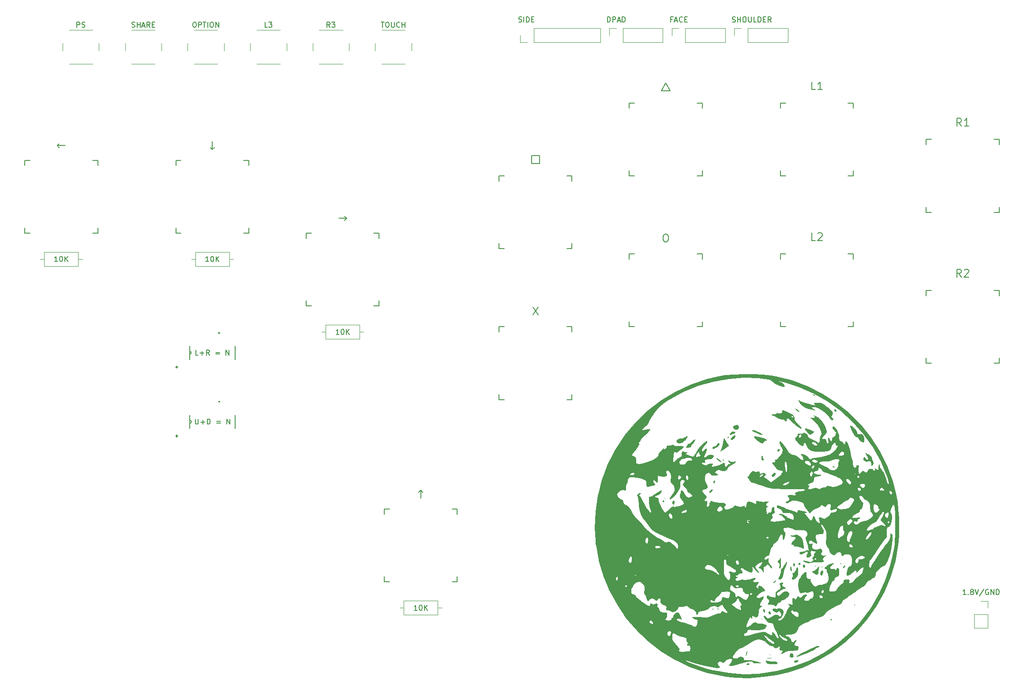
<source format=gbr>
%TF.GenerationSoftware,KiCad,Pcbnew,7.0.2*%
%TF.CreationDate,2023-09-05T17:50:18-07:00*%
%TF.ProjectId,takupcb-r2,74616b75-7063-4622-9d72-322e6b696361,rev?*%
%TF.SameCoordinates,Original*%
%TF.FileFunction,Legend,Top*%
%TF.FilePolarity,Positive*%
%FSLAX46Y46*%
G04 Gerber Fmt 4.6, Leading zero omitted, Abs format (unit mm)*
G04 Created by KiCad (PCBNEW 7.0.2) date 2023-09-05 17:50:18*
%MOMM*%
%LPD*%
G01*
G04 APERTURE LIST*
%ADD10C,0.300000*%
%ADD11C,0.150000*%
%ADD12C,0.120000*%
%ADD13C,0.152400*%
G04 APERTURE END LIST*
D10*
%TO.C,G\u002A\u002A\u002A*%
X173678572Y-123265357D02*
X173535715Y-123193928D01*
X173535715Y-123193928D02*
X173321429Y-123193928D01*
X173321429Y-123193928D02*
X173107143Y-123265357D01*
X173107143Y-123265357D02*
X172964286Y-123408214D01*
X172964286Y-123408214D02*
X172892857Y-123551071D01*
X172892857Y-123551071D02*
X172821429Y-123836785D01*
X172821429Y-123836785D02*
X172821429Y-124051071D01*
X172821429Y-124051071D02*
X172892857Y-124336785D01*
X172892857Y-124336785D02*
X172964286Y-124479642D01*
X172964286Y-124479642D02*
X173107143Y-124622500D01*
X173107143Y-124622500D02*
X173321429Y-124693928D01*
X173321429Y-124693928D02*
X173464286Y-124693928D01*
X173464286Y-124693928D02*
X173678572Y-124622500D01*
X173678572Y-124622500D02*
X173750000Y-124551071D01*
X173750000Y-124551071D02*
X173750000Y-124051071D01*
X173750000Y-124051071D02*
X173464286Y-124051071D01*
X174607143Y-123193928D02*
X174607143Y-123551071D01*
X174250000Y-123408214D02*
X174607143Y-123551071D01*
X174607143Y-123551071D02*
X174964286Y-123408214D01*
X174392857Y-123836785D02*
X174607143Y-123551071D01*
X174607143Y-123551071D02*
X174821429Y-123836785D01*
X175750000Y-123193928D02*
X175750000Y-123551071D01*
X175392857Y-123408214D02*
X175750000Y-123551071D01*
X175750000Y-123551071D02*
X176107143Y-123408214D01*
X175535714Y-123836785D02*
X175750000Y-123551071D01*
X175750000Y-123551071D02*
X175964286Y-123836785D01*
X176892857Y-123193928D02*
X176892857Y-123551071D01*
X176535714Y-123408214D02*
X176892857Y-123551071D01*
X176892857Y-123551071D02*
X177250000Y-123408214D01*
X176678571Y-123836785D02*
X176892857Y-123551071D01*
X176892857Y-123551071D02*
X177107143Y-123836785D01*
D11*
%TO.C,\u2193*%
X72500000Y-50401428D02*
X72500000Y-51925238D01*
X72880952Y-51544285D02*
X72500000Y-51925238D01*
X72500000Y-51925238D02*
X72119047Y-51544285D01*
%TO.C,O*%
X159357143Y-68193928D02*
X159642857Y-68193928D01*
X159642857Y-68193928D02*
X159785714Y-68265357D01*
X159785714Y-68265357D02*
X159928571Y-68408214D01*
X159928571Y-68408214D02*
X160000000Y-68693928D01*
X160000000Y-68693928D02*
X160000000Y-69193928D01*
X160000000Y-69193928D02*
X159928571Y-69479642D01*
X159928571Y-69479642D02*
X159785714Y-69622500D01*
X159785714Y-69622500D02*
X159642857Y-69693928D01*
X159642857Y-69693928D02*
X159357143Y-69693928D01*
X159357143Y-69693928D02*
X159214286Y-69622500D01*
X159214286Y-69622500D02*
X159071428Y-69479642D01*
X159071428Y-69479642D02*
X159000000Y-69193928D01*
X159000000Y-69193928D02*
X159000000Y-68693928D01*
X159000000Y-68693928D02*
X159071428Y-68408214D01*
X159071428Y-68408214D02*
X159214286Y-68265357D01*
X159214286Y-68265357D02*
X159357143Y-68193928D01*
%TO.C,L3*%
X83083333Y-28462619D02*
X82607143Y-28462619D01*
X82607143Y-28462619D02*
X82607143Y-27462619D01*
X83321429Y-27462619D02*
X83940476Y-27462619D01*
X83940476Y-27462619D02*
X83607143Y-27843571D01*
X83607143Y-27843571D02*
X83750000Y-27843571D01*
X83750000Y-27843571D02*
X83845238Y-27891190D01*
X83845238Y-27891190D02*
X83892857Y-27938809D01*
X83892857Y-27938809D02*
X83940476Y-28034047D01*
X83940476Y-28034047D02*
X83940476Y-28272142D01*
X83940476Y-28272142D02*
X83892857Y-28367380D01*
X83892857Y-28367380D02*
X83845238Y-28415000D01*
X83845238Y-28415000D02*
X83750000Y-28462619D01*
X83750000Y-28462619D02*
X83464286Y-28462619D01*
X83464286Y-28462619D02*
X83369048Y-28415000D01*
X83369048Y-28415000D02*
X83321429Y-28367380D01*
%TO.C,R3*%
X95083333Y-28462619D02*
X94750000Y-27986428D01*
X94511905Y-28462619D02*
X94511905Y-27462619D01*
X94511905Y-27462619D02*
X94892857Y-27462619D01*
X94892857Y-27462619D02*
X94988095Y-27510238D01*
X94988095Y-27510238D02*
X95035714Y-27557857D01*
X95035714Y-27557857D02*
X95083333Y-27653095D01*
X95083333Y-27653095D02*
X95083333Y-27795952D01*
X95083333Y-27795952D02*
X95035714Y-27891190D01*
X95035714Y-27891190D02*
X94988095Y-27938809D01*
X94988095Y-27938809D02*
X94892857Y-27986428D01*
X94892857Y-27986428D02*
X94511905Y-27986428D01*
X95416667Y-27462619D02*
X96035714Y-27462619D01*
X96035714Y-27462619D02*
X95702381Y-27843571D01*
X95702381Y-27843571D02*
X95845238Y-27843571D01*
X95845238Y-27843571D02*
X95940476Y-27891190D01*
X95940476Y-27891190D02*
X95988095Y-27938809D01*
X95988095Y-27938809D02*
X96035714Y-28034047D01*
X96035714Y-28034047D02*
X96035714Y-28272142D01*
X96035714Y-28272142D02*
X95988095Y-28367380D01*
X95988095Y-28367380D02*
X95940476Y-28415000D01*
X95940476Y-28415000D02*
X95845238Y-28462619D01*
X95845238Y-28462619D02*
X95559524Y-28462619D01*
X95559524Y-28462619D02*
X95464286Y-28415000D01*
X95464286Y-28415000D02*
X95416667Y-28367380D01*
%TO.C,SIDE*%
X131273810Y-27415000D02*
X131416667Y-27462619D01*
X131416667Y-27462619D02*
X131654762Y-27462619D01*
X131654762Y-27462619D02*
X131750000Y-27415000D01*
X131750000Y-27415000D02*
X131797619Y-27367380D01*
X131797619Y-27367380D02*
X131845238Y-27272142D01*
X131845238Y-27272142D02*
X131845238Y-27176904D01*
X131845238Y-27176904D02*
X131797619Y-27081666D01*
X131797619Y-27081666D02*
X131750000Y-27034047D01*
X131750000Y-27034047D02*
X131654762Y-26986428D01*
X131654762Y-26986428D02*
X131464286Y-26938809D01*
X131464286Y-26938809D02*
X131369048Y-26891190D01*
X131369048Y-26891190D02*
X131321429Y-26843571D01*
X131321429Y-26843571D02*
X131273810Y-26748333D01*
X131273810Y-26748333D02*
X131273810Y-26653095D01*
X131273810Y-26653095D02*
X131321429Y-26557857D01*
X131321429Y-26557857D02*
X131369048Y-26510238D01*
X131369048Y-26510238D02*
X131464286Y-26462619D01*
X131464286Y-26462619D02*
X131702381Y-26462619D01*
X131702381Y-26462619D02*
X131845238Y-26510238D01*
X132273810Y-27462619D02*
X132273810Y-26462619D01*
X132750000Y-27462619D02*
X132750000Y-26462619D01*
X132750000Y-26462619D02*
X132988095Y-26462619D01*
X132988095Y-26462619D02*
X133130952Y-26510238D01*
X133130952Y-26510238D02*
X133226190Y-26605476D01*
X133226190Y-26605476D02*
X133273809Y-26700714D01*
X133273809Y-26700714D02*
X133321428Y-26891190D01*
X133321428Y-26891190D02*
X133321428Y-27034047D01*
X133321428Y-27034047D02*
X133273809Y-27224523D01*
X133273809Y-27224523D02*
X133226190Y-27319761D01*
X133226190Y-27319761D02*
X133130952Y-27415000D01*
X133130952Y-27415000D02*
X132988095Y-27462619D01*
X132988095Y-27462619D02*
X132750000Y-27462619D01*
X133750000Y-26938809D02*
X134083333Y-26938809D01*
X134226190Y-27462619D02*
X133750000Y-27462619D01*
X133750000Y-27462619D02*
X133750000Y-26462619D01*
X133750000Y-26462619D02*
X134226190Y-26462619D01*
%TO.C,PS*%
X46511905Y-28462619D02*
X46511905Y-27462619D01*
X46511905Y-27462619D02*
X46892857Y-27462619D01*
X46892857Y-27462619D02*
X46988095Y-27510238D01*
X46988095Y-27510238D02*
X47035714Y-27557857D01*
X47035714Y-27557857D02*
X47083333Y-27653095D01*
X47083333Y-27653095D02*
X47083333Y-27795952D01*
X47083333Y-27795952D02*
X47035714Y-27891190D01*
X47035714Y-27891190D02*
X46988095Y-27938809D01*
X46988095Y-27938809D02*
X46892857Y-27986428D01*
X46892857Y-27986428D02*
X46511905Y-27986428D01*
X47464286Y-28415000D02*
X47607143Y-28462619D01*
X47607143Y-28462619D02*
X47845238Y-28462619D01*
X47845238Y-28462619D02*
X47940476Y-28415000D01*
X47940476Y-28415000D02*
X47988095Y-28367380D01*
X47988095Y-28367380D02*
X48035714Y-28272142D01*
X48035714Y-28272142D02*
X48035714Y-28176904D01*
X48035714Y-28176904D02*
X47988095Y-28081666D01*
X47988095Y-28081666D02*
X47940476Y-28034047D01*
X47940476Y-28034047D02*
X47845238Y-27986428D01*
X47845238Y-27986428D02*
X47654762Y-27938809D01*
X47654762Y-27938809D02*
X47559524Y-27891190D01*
X47559524Y-27891190D02*
X47511905Y-27843571D01*
X47511905Y-27843571D02*
X47464286Y-27748333D01*
X47464286Y-27748333D02*
X47464286Y-27653095D01*
X47464286Y-27653095D02*
X47511905Y-27557857D01*
X47511905Y-27557857D02*
X47559524Y-27510238D01*
X47559524Y-27510238D02*
X47654762Y-27462619D01*
X47654762Y-27462619D02*
X47892857Y-27462619D01*
X47892857Y-27462619D02*
X48035714Y-27510238D01*
%TO.C,U+D = N*%
X69227876Y-103712619D02*
X69227876Y-104522142D01*
X69227876Y-104522142D02*
X69275495Y-104617380D01*
X69275495Y-104617380D02*
X69323114Y-104665000D01*
X69323114Y-104665000D02*
X69418352Y-104712619D01*
X69418352Y-104712619D02*
X69608828Y-104712619D01*
X69608828Y-104712619D02*
X69704066Y-104665000D01*
X69704066Y-104665000D02*
X69751685Y-104617380D01*
X69751685Y-104617380D02*
X69799304Y-104522142D01*
X69799304Y-104522142D02*
X69799304Y-103712619D01*
X70275495Y-104331666D02*
X71037400Y-104331666D01*
X70656447Y-104712619D02*
X70656447Y-103950714D01*
X71513590Y-104712619D02*
X71513590Y-103712619D01*
X71513590Y-103712619D02*
X71751685Y-103712619D01*
X71751685Y-103712619D02*
X71894542Y-103760238D01*
X71894542Y-103760238D02*
X71989780Y-103855476D01*
X71989780Y-103855476D02*
X72037399Y-103950714D01*
X72037399Y-103950714D02*
X72085018Y-104141190D01*
X72085018Y-104141190D02*
X72085018Y-104284047D01*
X72085018Y-104284047D02*
X72037399Y-104474523D01*
X72037399Y-104474523D02*
X71989780Y-104569761D01*
X71989780Y-104569761D02*
X71894542Y-104665000D01*
X71894542Y-104665000D02*
X71751685Y-104712619D01*
X71751685Y-104712619D02*
X71513590Y-104712619D01*
X73275495Y-104188809D02*
X74037400Y-104188809D01*
X74037400Y-104474523D02*
X73275495Y-104474523D01*
X75275495Y-104712619D02*
X75275495Y-103712619D01*
X75275495Y-103712619D02*
X75846923Y-104712619D01*
X75846923Y-104712619D02*
X75846923Y-103712619D01*
X65462619Y-106967799D02*
X65700714Y-106967799D01*
X65605476Y-107205894D02*
X65700714Y-106967799D01*
X65700714Y-106967799D02*
X65605476Y-106729704D01*
X65891190Y-107110656D02*
X65700714Y-106967799D01*
X65700714Y-106967799D02*
X65891190Y-106824942D01*
%TO.C,\u25A1*%
X133738095Y-53146428D02*
X135261905Y-53146428D01*
X135261905Y-53146428D02*
X135261905Y-54670238D01*
X135261905Y-54670238D02*
X133738095Y-54670238D01*
X133738095Y-54670238D02*
X133738095Y-53146428D01*
%TO.C,X*%
X134000000Y-82193928D02*
X135000000Y-83693928D01*
X135000000Y-82193928D02*
X134000000Y-83693928D01*
%TO.C,\u2190*%
X44261905Y-51163333D02*
X42738095Y-51163333D01*
X43119047Y-51544285D02*
X42738095Y-51163333D01*
X42738095Y-51163333D02*
X43119047Y-50782380D01*
%TO.C,SHOULDER*%
X172285714Y-27415000D02*
X172428571Y-27462619D01*
X172428571Y-27462619D02*
X172666666Y-27462619D01*
X172666666Y-27462619D02*
X172761904Y-27415000D01*
X172761904Y-27415000D02*
X172809523Y-27367380D01*
X172809523Y-27367380D02*
X172857142Y-27272142D01*
X172857142Y-27272142D02*
X172857142Y-27176904D01*
X172857142Y-27176904D02*
X172809523Y-27081666D01*
X172809523Y-27081666D02*
X172761904Y-27034047D01*
X172761904Y-27034047D02*
X172666666Y-26986428D01*
X172666666Y-26986428D02*
X172476190Y-26938809D01*
X172476190Y-26938809D02*
X172380952Y-26891190D01*
X172380952Y-26891190D02*
X172333333Y-26843571D01*
X172333333Y-26843571D02*
X172285714Y-26748333D01*
X172285714Y-26748333D02*
X172285714Y-26653095D01*
X172285714Y-26653095D02*
X172333333Y-26557857D01*
X172333333Y-26557857D02*
X172380952Y-26510238D01*
X172380952Y-26510238D02*
X172476190Y-26462619D01*
X172476190Y-26462619D02*
X172714285Y-26462619D01*
X172714285Y-26462619D02*
X172857142Y-26510238D01*
X173285714Y-27462619D02*
X173285714Y-26462619D01*
X173285714Y-26938809D02*
X173857142Y-26938809D01*
X173857142Y-27462619D02*
X173857142Y-26462619D01*
X174523809Y-26462619D02*
X174714285Y-26462619D01*
X174714285Y-26462619D02*
X174809523Y-26510238D01*
X174809523Y-26510238D02*
X174904761Y-26605476D01*
X174904761Y-26605476D02*
X174952380Y-26795952D01*
X174952380Y-26795952D02*
X174952380Y-27129285D01*
X174952380Y-27129285D02*
X174904761Y-27319761D01*
X174904761Y-27319761D02*
X174809523Y-27415000D01*
X174809523Y-27415000D02*
X174714285Y-27462619D01*
X174714285Y-27462619D02*
X174523809Y-27462619D01*
X174523809Y-27462619D02*
X174428571Y-27415000D01*
X174428571Y-27415000D02*
X174333333Y-27319761D01*
X174333333Y-27319761D02*
X174285714Y-27129285D01*
X174285714Y-27129285D02*
X174285714Y-26795952D01*
X174285714Y-26795952D02*
X174333333Y-26605476D01*
X174333333Y-26605476D02*
X174428571Y-26510238D01*
X174428571Y-26510238D02*
X174523809Y-26462619D01*
X175380952Y-26462619D02*
X175380952Y-27272142D01*
X175380952Y-27272142D02*
X175428571Y-27367380D01*
X175428571Y-27367380D02*
X175476190Y-27415000D01*
X175476190Y-27415000D02*
X175571428Y-27462619D01*
X175571428Y-27462619D02*
X175761904Y-27462619D01*
X175761904Y-27462619D02*
X175857142Y-27415000D01*
X175857142Y-27415000D02*
X175904761Y-27367380D01*
X175904761Y-27367380D02*
X175952380Y-27272142D01*
X175952380Y-27272142D02*
X175952380Y-26462619D01*
X176904761Y-27462619D02*
X176428571Y-27462619D01*
X176428571Y-27462619D02*
X176428571Y-26462619D01*
X177238095Y-27462619D02*
X177238095Y-26462619D01*
X177238095Y-26462619D02*
X177476190Y-26462619D01*
X177476190Y-26462619D02*
X177619047Y-26510238D01*
X177619047Y-26510238D02*
X177714285Y-26605476D01*
X177714285Y-26605476D02*
X177761904Y-26700714D01*
X177761904Y-26700714D02*
X177809523Y-26891190D01*
X177809523Y-26891190D02*
X177809523Y-27034047D01*
X177809523Y-27034047D02*
X177761904Y-27224523D01*
X177761904Y-27224523D02*
X177714285Y-27319761D01*
X177714285Y-27319761D02*
X177619047Y-27415000D01*
X177619047Y-27415000D02*
X177476190Y-27462619D01*
X177476190Y-27462619D02*
X177238095Y-27462619D01*
X178238095Y-26938809D02*
X178571428Y-26938809D01*
X178714285Y-27462619D02*
X178238095Y-27462619D01*
X178238095Y-27462619D02*
X178238095Y-26462619D01*
X178238095Y-26462619D02*
X178714285Y-26462619D01*
X179714285Y-27462619D02*
X179380952Y-26986428D01*
X179142857Y-27462619D02*
X179142857Y-26462619D01*
X179142857Y-26462619D02*
X179523809Y-26462619D01*
X179523809Y-26462619D02*
X179619047Y-26510238D01*
X179619047Y-26510238D02*
X179666666Y-26557857D01*
X179666666Y-26557857D02*
X179714285Y-26653095D01*
X179714285Y-26653095D02*
X179714285Y-26795952D01*
X179714285Y-26795952D02*
X179666666Y-26891190D01*
X179666666Y-26891190D02*
X179619047Y-26938809D01*
X179619047Y-26938809D02*
X179523809Y-26986428D01*
X179523809Y-26986428D02*
X179142857Y-26986428D01*
%TO.C,L2*%
X188250000Y-69438928D02*
X187535714Y-69438928D01*
X187535714Y-69438928D02*
X187535714Y-67938928D01*
X188678572Y-68081785D02*
X188750000Y-68010357D01*
X188750000Y-68010357D02*
X188892858Y-67938928D01*
X188892858Y-67938928D02*
X189250000Y-67938928D01*
X189250000Y-67938928D02*
X189392858Y-68010357D01*
X189392858Y-68010357D02*
X189464286Y-68081785D01*
X189464286Y-68081785D02*
X189535715Y-68224642D01*
X189535715Y-68224642D02*
X189535715Y-68367500D01*
X189535715Y-68367500D02*
X189464286Y-68581785D01*
X189464286Y-68581785D02*
X188607143Y-69438928D01*
X188607143Y-69438928D02*
X189535715Y-69438928D01*
%TO.C,TOUCH*%
X104892857Y-27462619D02*
X105464285Y-27462619D01*
X105178571Y-28462619D02*
X105178571Y-27462619D01*
X105988095Y-27462619D02*
X106178571Y-27462619D01*
X106178571Y-27462619D02*
X106273809Y-27510238D01*
X106273809Y-27510238D02*
X106369047Y-27605476D01*
X106369047Y-27605476D02*
X106416666Y-27795952D01*
X106416666Y-27795952D02*
X106416666Y-28129285D01*
X106416666Y-28129285D02*
X106369047Y-28319761D01*
X106369047Y-28319761D02*
X106273809Y-28415000D01*
X106273809Y-28415000D02*
X106178571Y-28462619D01*
X106178571Y-28462619D02*
X105988095Y-28462619D01*
X105988095Y-28462619D02*
X105892857Y-28415000D01*
X105892857Y-28415000D02*
X105797619Y-28319761D01*
X105797619Y-28319761D02*
X105750000Y-28129285D01*
X105750000Y-28129285D02*
X105750000Y-27795952D01*
X105750000Y-27795952D02*
X105797619Y-27605476D01*
X105797619Y-27605476D02*
X105892857Y-27510238D01*
X105892857Y-27510238D02*
X105988095Y-27462619D01*
X106845238Y-27462619D02*
X106845238Y-28272142D01*
X106845238Y-28272142D02*
X106892857Y-28367380D01*
X106892857Y-28367380D02*
X106940476Y-28415000D01*
X106940476Y-28415000D02*
X107035714Y-28462619D01*
X107035714Y-28462619D02*
X107226190Y-28462619D01*
X107226190Y-28462619D02*
X107321428Y-28415000D01*
X107321428Y-28415000D02*
X107369047Y-28367380D01*
X107369047Y-28367380D02*
X107416666Y-28272142D01*
X107416666Y-28272142D02*
X107416666Y-27462619D01*
X108464285Y-28367380D02*
X108416666Y-28415000D01*
X108416666Y-28415000D02*
X108273809Y-28462619D01*
X108273809Y-28462619D02*
X108178571Y-28462619D01*
X108178571Y-28462619D02*
X108035714Y-28415000D01*
X108035714Y-28415000D02*
X107940476Y-28319761D01*
X107940476Y-28319761D02*
X107892857Y-28224523D01*
X107892857Y-28224523D02*
X107845238Y-28034047D01*
X107845238Y-28034047D02*
X107845238Y-27891190D01*
X107845238Y-27891190D02*
X107892857Y-27700714D01*
X107892857Y-27700714D02*
X107940476Y-27605476D01*
X107940476Y-27605476D02*
X108035714Y-27510238D01*
X108035714Y-27510238D02*
X108178571Y-27462619D01*
X108178571Y-27462619D02*
X108273809Y-27462619D01*
X108273809Y-27462619D02*
X108416666Y-27510238D01*
X108416666Y-27510238D02*
X108464285Y-27557857D01*
X108892857Y-28462619D02*
X108892857Y-27462619D01*
X108892857Y-27938809D02*
X109464285Y-27938809D01*
X109464285Y-28462619D02*
X109464285Y-27462619D01*
%TO.C,\u2191*%
X112500000Y-118925238D02*
X112500000Y-117401428D01*
X112119047Y-117782380D02*
X112500000Y-117401428D01*
X112500000Y-117401428D02*
X112880952Y-117782380D01*
%TO.C,\u2192*%
X96738095Y-65163333D02*
X98261905Y-65163333D01*
X97880952Y-65544285D02*
X98261905Y-65163333D01*
X98261905Y-65163333D02*
X97880952Y-64782380D01*
%TO.C,R1*%
X216250000Y-47438928D02*
X215750000Y-46724642D01*
X215392857Y-47438928D02*
X215392857Y-45938928D01*
X215392857Y-45938928D02*
X215964286Y-45938928D01*
X215964286Y-45938928D02*
X216107143Y-46010357D01*
X216107143Y-46010357D02*
X216178572Y-46081785D01*
X216178572Y-46081785D02*
X216250000Y-46224642D01*
X216250000Y-46224642D02*
X216250000Y-46438928D01*
X216250000Y-46438928D02*
X216178572Y-46581785D01*
X216178572Y-46581785D02*
X216107143Y-46653214D01*
X216107143Y-46653214D02*
X215964286Y-46724642D01*
X215964286Y-46724642D02*
X215392857Y-46724642D01*
X217678572Y-47438928D02*
X216821429Y-47438928D01*
X217250000Y-47438928D02*
X217250000Y-45938928D01*
X217250000Y-45938928D02*
X217107143Y-46153214D01*
X217107143Y-46153214D02*
X216964286Y-46296071D01*
X216964286Y-46296071D02*
X216821429Y-46367500D01*
%TO.C,OPTION*%
X68988095Y-27462619D02*
X69178571Y-27462619D01*
X69178571Y-27462619D02*
X69273809Y-27510238D01*
X69273809Y-27510238D02*
X69369047Y-27605476D01*
X69369047Y-27605476D02*
X69416666Y-27795952D01*
X69416666Y-27795952D02*
X69416666Y-28129285D01*
X69416666Y-28129285D02*
X69369047Y-28319761D01*
X69369047Y-28319761D02*
X69273809Y-28415000D01*
X69273809Y-28415000D02*
X69178571Y-28462619D01*
X69178571Y-28462619D02*
X68988095Y-28462619D01*
X68988095Y-28462619D02*
X68892857Y-28415000D01*
X68892857Y-28415000D02*
X68797619Y-28319761D01*
X68797619Y-28319761D02*
X68750000Y-28129285D01*
X68750000Y-28129285D02*
X68750000Y-27795952D01*
X68750000Y-27795952D02*
X68797619Y-27605476D01*
X68797619Y-27605476D02*
X68892857Y-27510238D01*
X68892857Y-27510238D02*
X68988095Y-27462619D01*
X69845238Y-28462619D02*
X69845238Y-27462619D01*
X69845238Y-27462619D02*
X70226190Y-27462619D01*
X70226190Y-27462619D02*
X70321428Y-27510238D01*
X70321428Y-27510238D02*
X70369047Y-27557857D01*
X70369047Y-27557857D02*
X70416666Y-27653095D01*
X70416666Y-27653095D02*
X70416666Y-27795952D01*
X70416666Y-27795952D02*
X70369047Y-27891190D01*
X70369047Y-27891190D02*
X70321428Y-27938809D01*
X70321428Y-27938809D02*
X70226190Y-27986428D01*
X70226190Y-27986428D02*
X69845238Y-27986428D01*
X70702381Y-27462619D02*
X71273809Y-27462619D01*
X70988095Y-28462619D02*
X70988095Y-27462619D01*
X71607143Y-28462619D02*
X71607143Y-27462619D01*
X72273809Y-27462619D02*
X72464285Y-27462619D01*
X72464285Y-27462619D02*
X72559523Y-27510238D01*
X72559523Y-27510238D02*
X72654761Y-27605476D01*
X72654761Y-27605476D02*
X72702380Y-27795952D01*
X72702380Y-27795952D02*
X72702380Y-28129285D01*
X72702380Y-28129285D02*
X72654761Y-28319761D01*
X72654761Y-28319761D02*
X72559523Y-28415000D01*
X72559523Y-28415000D02*
X72464285Y-28462619D01*
X72464285Y-28462619D02*
X72273809Y-28462619D01*
X72273809Y-28462619D02*
X72178571Y-28415000D01*
X72178571Y-28415000D02*
X72083333Y-28319761D01*
X72083333Y-28319761D02*
X72035714Y-28129285D01*
X72035714Y-28129285D02*
X72035714Y-27795952D01*
X72035714Y-27795952D02*
X72083333Y-27605476D01*
X72083333Y-27605476D02*
X72178571Y-27510238D01*
X72178571Y-27510238D02*
X72273809Y-27462619D01*
X73130952Y-28462619D02*
X73130952Y-27462619D01*
X73130952Y-27462619D02*
X73702380Y-28462619D01*
X73702380Y-28462619D02*
X73702380Y-27462619D01*
%TO.C,L1*%
X188250000Y-40438928D02*
X187535714Y-40438928D01*
X187535714Y-40438928D02*
X187535714Y-38938928D01*
X189535715Y-40438928D02*
X188678572Y-40438928D01*
X189107143Y-40438928D02*
X189107143Y-38938928D01*
X189107143Y-38938928D02*
X188964286Y-39153214D01*
X188964286Y-39153214D02*
X188821429Y-39296071D01*
X188821429Y-39296071D02*
X188678572Y-39367500D01*
%TO.C,\u25B3*%
X159500000Y-39146428D02*
X160357143Y-40670238D01*
X160357143Y-40670238D02*
X158642857Y-40670238D01*
X158642857Y-40670238D02*
X159500000Y-39146428D01*
%TO.C,R2*%
X216250000Y-76438928D02*
X215750000Y-75724642D01*
X215392857Y-76438928D02*
X215392857Y-74938928D01*
X215392857Y-74938928D02*
X215964286Y-74938928D01*
X215964286Y-74938928D02*
X216107143Y-75010357D01*
X216107143Y-75010357D02*
X216178572Y-75081785D01*
X216178572Y-75081785D02*
X216250000Y-75224642D01*
X216250000Y-75224642D02*
X216250000Y-75438928D01*
X216250000Y-75438928D02*
X216178572Y-75581785D01*
X216178572Y-75581785D02*
X216107143Y-75653214D01*
X216107143Y-75653214D02*
X215964286Y-75724642D01*
X215964286Y-75724642D02*
X215392857Y-75724642D01*
X216821429Y-75081785D02*
X216892857Y-75010357D01*
X216892857Y-75010357D02*
X217035715Y-74938928D01*
X217035715Y-74938928D02*
X217392857Y-74938928D01*
X217392857Y-74938928D02*
X217535715Y-75010357D01*
X217535715Y-75010357D02*
X217607143Y-75081785D01*
X217607143Y-75081785D02*
X217678572Y-75224642D01*
X217678572Y-75224642D02*
X217678572Y-75367500D01*
X217678572Y-75367500D02*
X217607143Y-75581785D01*
X217607143Y-75581785D02*
X216750000Y-76438928D01*
X216750000Y-76438928D02*
X217678572Y-76438928D01*
%TO.C,FACE*%
X160761904Y-26938809D02*
X160428571Y-26938809D01*
X160428571Y-27462619D02*
X160428571Y-26462619D01*
X160428571Y-26462619D02*
X160904761Y-26462619D01*
X161238095Y-27176904D02*
X161714285Y-27176904D01*
X161142857Y-27462619D02*
X161476190Y-26462619D01*
X161476190Y-26462619D02*
X161809523Y-27462619D01*
X162714285Y-27367380D02*
X162666666Y-27415000D01*
X162666666Y-27415000D02*
X162523809Y-27462619D01*
X162523809Y-27462619D02*
X162428571Y-27462619D01*
X162428571Y-27462619D02*
X162285714Y-27415000D01*
X162285714Y-27415000D02*
X162190476Y-27319761D01*
X162190476Y-27319761D02*
X162142857Y-27224523D01*
X162142857Y-27224523D02*
X162095238Y-27034047D01*
X162095238Y-27034047D02*
X162095238Y-26891190D01*
X162095238Y-26891190D02*
X162142857Y-26700714D01*
X162142857Y-26700714D02*
X162190476Y-26605476D01*
X162190476Y-26605476D02*
X162285714Y-26510238D01*
X162285714Y-26510238D02*
X162428571Y-26462619D01*
X162428571Y-26462619D02*
X162523809Y-26462619D01*
X162523809Y-26462619D02*
X162666666Y-26510238D01*
X162666666Y-26510238D02*
X162714285Y-26557857D01*
X163142857Y-26938809D02*
X163476190Y-26938809D01*
X163619047Y-27462619D02*
X163142857Y-27462619D01*
X163142857Y-27462619D02*
X163142857Y-26462619D01*
X163142857Y-26462619D02*
X163619047Y-26462619D01*
%TO.C,10K*%
X111809523Y-140462619D02*
X111238095Y-140462619D01*
X111523809Y-140462619D02*
X111523809Y-139462619D01*
X111523809Y-139462619D02*
X111428571Y-139605476D01*
X111428571Y-139605476D02*
X111333333Y-139700714D01*
X111333333Y-139700714D02*
X111238095Y-139748333D01*
X112428571Y-139462619D02*
X112523809Y-139462619D01*
X112523809Y-139462619D02*
X112619047Y-139510238D01*
X112619047Y-139510238D02*
X112666666Y-139557857D01*
X112666666Y-139557857D02*
X112714285Y-139653095D01*
X112714285Y-139653095D02*
X112761904Y-139843571D01*
X112761904Y-139843571D02*
X112761904Y-140081666D01*
X112761904Y-140081666D02*
X112714285Y-140272142D01*
X112714285Y-140272142D02*
X112666666Y-140367380D01*
X112666666Y-140367380D02*
X112619047Y-140415000D01*
X112619047Y-140415000D02*
X112523809Y-140462619D01*
X112523809Y-140462619D02*
X112428571Y-140462619D01*
X112428571Y-140462619D02*
X112333333Y-140415000D01*
X112333333Y-140415000D02*
X112285714Y-140367380D01*
X112285714Y-140367380D02*
X112238095Y-140272142D01*
X112238095Y-140272142D02*
X112190476Y-140081666D01*
X112190476Y-140081666D02*
X112190476Y-139843571D01*
X112190476Y-139843571D02*
X112238095Y-139653095D01*
X112238095Y-139653095D02*
X112285714Y-139557857D01*
X112285714Y-139557857D02*
X112333333Y-139510238D01*
X112333333Y-139510238D02*
X112428571Y-139462619D01*
X113190476Y-140462619D02*
X113190476Y-139462619D01*
X113761904Y-140462619D02*
X113333333Y-139891190D01*
X113761904Y-139462619D02*
X113190476Y-140034047D01*
X42809523Y-73462619D02*
X42238095Y-73462619D01*
X42523809Y-73462619D02*
X42523809Y-72462619D01*
X42523809Y-72462619D02*
X42428571Y-72605476D01*
X42428571Y-72605476D02*
X42333333Y-72700714D01*
X42333333Y-72700714D02*
X42238095Y-72748333D01*
X43428571Y-72462619D02*
X43523809Y-72462619D01*
X43523809Y-72462619D02*
X43619047Y-72510238D01*
X43619047Y-72510238D02*
X43666666Y-72557857D01*
X43666666Y-72557857D02*
X43714285Y-72653095D01*
X43714285Y-72653095D02*
X43761904Y-72843571D01*
X43761904Y-72843571D02*
X43761904Y-73081666D01*
X43761904Y-73081666D02*
X43714285Y-73272142D01*
X43714285Y-73272142D02*
X43666666Y-73367380D01*
X43666666Y-73367380D02*
X43619047Y-73415000D01*
X43619047Y-73415000D02*
X43523809Y-73462619D01*
X43523809Y-73462619D02*
X43428571Y-73462619D01*
X43428571Y-73462619D02*
X43333333Y-73415000D01*
X43333333Y-73415000D02*
X43285714Y-73367380D01*
X43285714Y-73367380D02*
X43238095Y-73272142D01*
X43238095Y-73272142D02*
X43190476Y-73081666D01*
X43190476Y-73081666D02*
X43190476Y-72843571D01*
X43190476Y-72843571D02*
X43238095Y-72653095D01*
X43238095Y-72653095D02*
X43285714Y-72557857D01*
X43285714Y-72557857D02*
X43333333Y-72510238D01*
X43333333Y-72510238D02*
X43428571Y-72462619D01*
X44190476Y-73462619D02*
X44190476Y-72462619D01*
X44761904Y-73462619D02*
X44333333Y-72891190D01*
X44761904Y-72462619D02*
X44190476Y-73034047D01*
%TO.C,L+R = N*%
X69785714Y-91462619D02*
X69309524Y-91462619D01*
X69309524Y-91462619D02*
X69309524Y-90462619D01*
X70119048Y-91081666D02*
X70880953Y-91081666D01*
X70500000Y-91462619D02*
X70500000Y-90700714D01*
X71928571Y-91462619D02*
X71595238Y-90986428D01*
X71357143Y-91462619D02*
X71357143Y-90462619D01*
X71357143Y-90462619D02*
X71738095Y-90462619D01*
X71738095Y-90462619D02*
X71833333Y-90510238D01*
X71833333Y-90510238D02*
X71880952Y-90557857D01*
X71880952Y-90557857D02*
X71928571Y-90653095D01*
X71928571Y-90653095D02*
X71928571Y-90795952D01*
X71928571Y-90795952D02*
X71880952Y-90891190D01*
X71880952Y-90891190D02*
X71833333Y-90938809D01*
X71833333Y-90938809D02*
X71738095Y-90986428D01*
X71738095Y-90986428D02*
X71357143Y-90986428D01*
X73119048Y-90938809D02*
X73880953Y-90938809D01*
X73880953Y-91224523D02*
X73119048Y-91224523D01*
X75119048Y-91462619D02*
X75119048Y-90462619D01*
X75119048Y-90462619D02*
X75690476Y-91462619D01*
X75690476Y-91462619D02*
X75690476Y-90462619D01*
X65462619Y-93717799D02*
X65700714Y-93717799D01*
X65605476Y-93955894D02*
X65700714Y-93717799D01*
X65700714Y-93717799D02*
X65605476Y-93479704D01*
X65891190Y-93860656D02*
X65700714Y-93717799D01*
X65700714Y-93717799D02*
X65891190Y-93574942D01*
X65462619Y-93717799D02*
X65700714Y-93717799D01*
X65605476Y-93955894D02*
X65700714Y-93717799D01*
X65700714Y-93717799D02*
X65605476Y-93479704D01*
X65891190Y-93860656D02*
X65700714Y-93717799D01*
X65700714Y-93717799D02*
X65891190Y-93574942D01*
%TO.C,10K*%
X96809523Y-87462619D02*
X96238095Y-87462619D01*
X96523809Y-87462619D02*
X96523809Y-86462619D01*
X96523809Y-86462619D02*
X96428571Y-86605476D01*
X96428571Y-86605476D02*
X96333333Y-86700714D01*
X96333333Y-86700714D02*
X96238095Y-86748333D01*
X97428571Y-86462619D02*
X97523809Y-86462619D01*
X97523809Y-86462619D02*
X97619047Y-86510238D01*
X97619047Y-86510238D02*
X97666666Y-86557857D01*
X97666666Y-86557857D02*
X97714285Y-86653095D01*
X97714285Y-86653095D02*
X97761904Y-86843571D01*
X97761904Y-86843571D02*
X97761904Y-87081666D01*
X97761904Y-87081666D02*
X97714285Y-87272142D01*
X97714285Y-87272142D02*
X97666666Y-87367380D01*
X97666666Y-87367380D02*
X97619047Y-87415000D01*
X97619047Y-87415000D02*
X97523809Y-87462619D01*
X97523809Y-87462619D02*
X97428571Y-87462619D01*
X97428571Y-87462619D02*
X97333333Y-87415000D01*
X97333333Y-87415000D02*
X97285714Y-87367380D01*
X97285714Y-87367380D02*
X97238095Y-87272142D01*
X97238095Y-87272142D02*
X97190476Y-87081666D01*
X97190476Y-87081666D02*
X97190476Y-86843571D01*
X97190476Y-86843571D02*
X97238095Y-86653095D01*
X97238095Y-86653095D02*
X97285714Y-86557857D01*
X97285714Y-86557857D02*
X97333333Y-86510238D01*
X97333333Y-86510238D02*
X97428571Y-86462619D01*
X98190476Y-87462619D02*
X98190476Y-86462619D01*
X98761904Y-87462619D02*
X98333333Y-86891190D01*
X98761904Y-86462619D02*
X98190476Y-87034047D01*
%TO.C,1.8V/GND*%
X217135238Y-137462619D02*
X216563810Y-137462619D01*
X216849524Y-137462619D02*
X216849524Y-136462619D01*
X216849524Y-136462619D02*
X216754286Y-136605476D01*
X216754286Y-136605476D02*
X216659048Y-136700714D01*
X216659048Y-136700714D02*
X216563810Y-136748333D01*
X217563810Y-137367380D02*
X217611429Y-137415000D01*
X217611429Y-137415000D02*
X217563810Y-137462619D01*
X217563810Y-137462619D02*
X217516191Y-137415000D01*
X217516191Y-137415000D02*
X217563810Y-137367380D01*
X217563810Y-137367380D02*
X217563810Y-137462619D01*
X218182857Y-136891190D02*
X218087619Y-136843571D01*
X218087619Y-136843571D02*
X218040000Y-136795952D01*
X218040000Y-136795952D02*
X217992381Y-136700714D01*
X217992381Y-136700714D02*
X217992381Y-136653095D01*
X217992381Y-136653095D02*
X218040000Y-136557857D01*
X218040000Y-136557857D02*
X218087619Y-136510238D01*
X218087619Y-136510238D02*
X218182857Y-136462619D01*
X218182857Y-136462619D02*
X218373333Y-136462619D01*
X218373333Y-136462619D02*
X218468571Y-136510238D01*
X218468571Y-136510238D02*
X218516190Y-136557857D01*
X218516190Y-136557857D02*
X218563809Y-136653095D01*
X218563809Y-136653095D02*
X218563809Y-136700714D01*
X218563809Y-136700714D02*
X218516190Y-136795952D01*
X218516190Y-136795952D02*
X218468571Y-136843571D01*
X218468571Y-136843571D02*
X218373333Y-136891190D01*
X218373333Y-136891190D02*
X218182857Y-136891190D01*
X218182857Y-136891190D02*
X218087619Y-136938809D01*
X218087619Y-136938809D02*
X218040000Y-136986428D01*
X218040000Y-136986428D02*
X217992381Y-137081666D01*
X217992381Y-137081666D02*
X217992381Y-137272142D01*
X217992381Y-137272142D02*
X218040000Y-137367380D01*
X218040000Y-137367380D02*
X218087619Y-137415000D01*
X218087619Y-137415000D02*
X218182857Y-137462619D01*
X218182857Y-137462619D02*
X218373333Y-137462619D01*
X218373333Y-137462619D02*
X218468571Y-137415000D01*
X218468571Y-137415000D02*
X218516190Y-137367380D01*
X218516190Y-137367380D02*
X218563809Y-137272142D01*
X218563809Y-137272142D02*
X218563809Y-137081666D01*
X218563809Y-137081666D02*
X218516190Y-136986428D01*
X218516190Y-136986428D02*
X218468571Y-136938809D01*
X218468571Y-136938809D02*
X218373333Y-136891190D01*
X218849524Y-136462619D02*
X219182857Y-137462619D01*
X219182857Y-137462619D02*
X219516190Y-136462619D01*
X220563809Y-136415000D02*
X219706667Y-137700714D01*
X221420952Y-136510238D02*
X221325714Y-136462619D01*
X221325714Y-136462619D02*
X221182857Y-136462619D01*
X221182857Y-136462619D02*
X221040000Y-136510238D01*
X221040000Y-136510238D02*
X220944762Y-136605476D01*
X220944762Y-136605476D02*
X220897143Y-136700714D01*
X220897143Y-136700714D02*
X220849524Y-136891190D01*
X220849524Y-136891190D02*
X220849524Y-137034047D01*
X220849524Y-137034047D02*
X220897143Y-137224523D01*
X220897143Y-137224523D02*
X220944762Y-137319761D01*
X220944762Y-137319761D02*
X221040000Y-137415000D01*
X221040000Y-137415000D02*
X221182857Y-137462619D01*
X221182857Y-137462619D02*
X221278095Y-137462619D01*
X221278095Y-137462619D02*
X221420952Y-137415000D01*
X221420952Y-137415000D02*
X221468571Y-137367380D01*
X221468571Y-137367380D02*
X221468571Y-137034047D01*
X221468571Y-137034047D02*
X221278095Y-137034047D01*
X221897143Y-137462619D02*
X221897143Y-136462619D01*
X221897143Y-136462619D02*
X222468571Y-137462619D01*
X222468571Y-137462619D02*
X222468571Y-136462619D01*
X222944762Y-137462619D02*
X222944762Y-136462619D01*
X222944762Y-136462619D02*
X223182857Y-136462619D01*
X223182857Y-136462619D02*
X223325714Y-136510238D01*
X223325714Y-136510238D02*
X223420952Y-136605476D01*
X223420952Y-136605476D02*
X223468571Y-136700714D01*
X223468571Y-136700714D02*
X223516190Y-136891190D01*
X223516190Y-136891190D02*
X223516190Y-137034047D01*
X223516190Y-137034047D02*
X223468571Y-137224523D01*
X223468571Y-137224523D02*
X223420952Y-137319761D01*
X223420952Y-137319761D02*
X223325714Y-137415000D01*
X223325714Y-137415000D02*
X223182857Y-137462619D01*
X223182857Y-137462619D02*
X222944762Y-137462619D01*
%TO.C,DPAD*%
X148309524Y-27462619D02*
X148309524Y-26462619D01*
X148309524Y-26462619D02*
X148547619Y-26462619D01*
X148547619Y-26462619D02*
X148690476Y-26510238D01*
X148690476Y-26510238D02*
X148785714Y-26605476D01*
X148785714Y-26605476D02*
X148833333Y-26700714D01*
X148833333Y-26700714D02*
X148880952Y-26891190D01*
X148880952Y-26891190D02*
X148880952Y-27034047D01*
X148880952Y-27034047D02*
X148833333Y-27224523D01*
X148833333Y-27224523D02*
X148785714Y-27319761D01*
X148785714Y-27319761D02*
X148690476Y-27415000D01*
X148690476Y-27415000D02*
X148547619Y-27462619D01*
X148547619Y-27462619D02*
X148309524Y-27462619D01*
X149309524Y-27462619D02*
X149309524Y-26462619D01*
X149309524Y-26462619D02*
X149690476Y-26462619D01*
X149690476Y-26462619D02*
X149785714Y-26510238D01*
X149785714Y-26510238D02*
X149833333Y-26557857D01*
X149833333Y-26557857D02*
X149880952Y-26653095D01*
X149880952Y-26653095D02*
X149880952Y-26795952D01*
X149880952Y-26795952D02*
X149833333Y-26891190D01*
X149833333Y-26891190D02*
X149785714Y-26938809D01*
X149785714Y-26938809D02*
X149690476Y-26986428D01*
X149690476Y-26986428D02*
X149309524Y-26986428D01*
X150261905Y-27176904D02*
X150738095Y-27176904D01*
X150166667Y-27462619D02*
X150500000Y-26462619D01*
X150500000Y-26462619D02*
X150833333Y-27462619D01*
X151166667Y-27462619D02*
X151166667Y-26462619D01*
X151166667Y-26462619D02*
X151404762Y-26462619D01*
X151404762Y-26462619D02*
X151547619Y-26510238D01*
X151547619Y-26510238D02*
X151642857Y-26605476D01*
X151642857Y-26605476D02*
X151690476Y-26700714D01*
X151690476Y-26700714D02*
X151738095Y-26891190D01*
X151738095Y-26891190D02*
X151738095Y-27034047D01*
X151738095Y-27034047D02*
X151690476Y-27224523D01*
X151690476Y-27224523D02*
X151642857Y-27319761D01*
X151642857Y-27319761D02*
X151547619Y-27415000D01*
X151547619Y-27415000D02*
X151404762Y-27462619D01*
X151404762Y-27462619D02*
X151166667Y-27462619D01*
%TO.C,10K*%
X71809523Y-73462619D02*
X71238095Y-73462619D01*
X71523809Y-73462619D02*
X71523809Y-72462619D01*
X71523809Y-72462619D02*
X71428571Y-72605476D01*
X71428571Y-72605476D02*
X71333333Y-72700714D01*
X71333333Y-72700714D02*
X71238095Y-72748333D01*
X72428571Y-72462619D02*
X72523809Y-72462619D01*
X72523809Y-72462619D02*
X72619047Y-72510238D01*
X72619047Y-72510238D02*
X72666666Y-72557857D01*
X72666666Y-72557857D02*
X72714285Y-72653095D01*
X72714285Y-72653095D02*
X72761904Y-72843571D01*
X72761904Y-72843571D02*
X72761904Y-73081666D01*
X72761904Y-73081666D02*
X72714285Y-73272142D01*
X72714285Y-73272142D02*
X72666666Y-73367380D01*
X72666666Y-73367380D02*
X72619047Y-73415000D01*
X72619047Y-73415000D02*
X72523809Y-73462619D01*
X72523809Y-73462619D02*
X72428571Y-73462619D01*
X72428571Y-73462619D02*
X72333333Y-73415000D01*
X72333333Y-73415000D02*
X72285714Y-73367380D01*
X72285714Y-73367380D02*
X72238095Y-73272142D01*
X72238095Y-73272142D02*
X72190476Y-73081666D01*
X72190476Y-73081666D02*
X72190476Y-72843571D01*
X72190476Y-72843571D02*
X72238095Y-72653095D01*
X72238095Y-72653095D02*
X72285714Y-72557857D01*
X72285714Y-72557857D02*
X72333333Y-72510238D01*
X72333333Y-72510238D02*
X72428571Y-72462619D01*
X73190476Y-73462619D02*
X73190476Y-72462619D01*
X73761904Y-73462619D02*
X73333333Y-72891190D01*
X73761904Y-72462619D02*
X73190476Y-73034047D01*
%TO.C,SHARE*%
X57059524Y-28415000D02*
X57202381Y-28462619D01*
X57202381Y-28462619D02*
X57440476Y-28462619D01*
X57440476Y-28462619D02*
X57535714Y-28415000D01*
X57535714Y-28415000D02*
X57583333Y-28367380D01*
X57583333Y-28367380D02*
X57630952Y-28272142D01*
X57630952Y-28272142D02*
X57630952Y-28176904D01*
X57630952Y-28176904D02*
X57583333Y-28081666D01*
X57583333Y-28081666D02*
X57535714Y-28034047D01*
X57535714Y-28034047D02*
X57440476Y-27986428D01*
X57440476Y-27986428D02*
X57250000Y-27938809D01*
X57250000Y-27938809D02*
X57154762Y-27891190D01*
X57154762Y-27891190D02*
X57107143Y-27843571D01*
X57107143Y-27843571D02*
X57059524Y-27748333D01*
X57059524Y-27748333D02*
X57059524Y-27653095D01*
X57059524Y-27653095D02*
X57107143Y-27557857D01*
X57107143Y-27557857D02*
X57154762Y-27510238D01*
X57154762Y-27510238D02*
X57250000Y-27462619D01*
X57250000Y-27462619D02*
X57488095Y-27462619D01*
X57488095Y-27462619D02*
X57630952Y-27510238D01*
X58059524Y-28462619D02*
X58059524Y-27462619D01*
X58059524Y-27938809D02*
X58630952Y-27938809D01*
X58630952Y-28462619D02*
X58630952Y-27462619D01*
X59059524Y-28176904D02*
X59535714Y-28176904D01*
X58964286Y-28462619D02*
X59297619Y-27462619D01*
X59297619Y-27462619D02*
X59630952Y-28462619D01*
X60535714Y-28462619D02*
X60202381Y-27986428D01*
X59964286Y-28462619D02*
X59964286Y-27462619D01*
X59964286Y-27462619D02*
X60345238Y-27462619D01*
X60345238Y-27462619D02*
X60440476Y-27510238D01*
X60440476Y-27510238D02*
X60488095Y-27557857D01*
X60488095Y-27557857D02*
X60535714Y-27653095D01*
X60535714Y-27653095D02*
X60535714Y-27795952D01*
X60535714Y-27795952D02*
X60488095Y-27891190D01*
X60488095Y-27891190D02*
X60440476Y-27938809D01*
X60440476Y-27938809D02*
X60345238Y-27986428D01*
X60345238Y-27986428D02*
X59964286Y-27986428D01*
X60964286Y-27938809D02*
X61297619Y-27938809D01*
X61440476Y-28462619D02*
X60964286Y-28462619D01*
X60964286Y-28462619D02*
X60964286Y-27462619D01*
X60964286Y-27462619D02*
X61440476Y-27462619D01*
%TO.C,G\u002A\u002A\u002A*%
G36*
X176335702Y-95094823D02*
G01*
X178125449Y-95187073D01*
X179743977Y-95359864D01*
X180634990Y-95511375D01*
X183806460Y-96330932D01*
X186816816Y-97460913D01*
X189649343Y-98884795D01*
X192287327Y-100586052D01*
X194714053Y-102548160D01*
X196912808Y-104754593D01*
X198866878Y-107188826D01*
X200559548Y-109834335D01*
X201974104Y-112674594D01*
X203093832Y-115693079D01*
X203809177Y-118423248D01*
X204009888Y-119625794D01*
X204163284Y-121078275D01*
X204265414Y-122675518D01*
X204312333Y-124312350D01*
X204300090Y-125883597D01*
X204224739Y-127284088D01*
X204163927Y-127873370D01*
X203596547Y-131008568D01*
X202700323Y-134028712D01*
X201491483Y-136913132D01*
X199986253Y-139641160D01*
X198200861Y-142192126D01*
X196151534Y-144545361D01*
X193854500Y-146680195D01*
X191325986Y-148575959D01*
X188582219Y-150211984D01*
X185639426Y-151567601D01*
X185526860Y-151612140D01*
X183263784Y-152361353D01*
X180779592Y-152932025D01*
X178170212Y-153311338D01*
X175531571Y-153486477D01*
X172959600Y-153444627D01*
X172227464Y-153388946D01*
X171228481Y-153261420D01*
X170015829Y-153050174D01*
X168716540Y-152780603D01*
X167457647Y-152478100D01*
X166861267Y-152316244D01*
X163979953Y-151312585D01*
X161619087Y-150179458D01*
X163409180Y-150179458D01*
X163439838Y-150205486D01*
X163872241Y-150444482D01*
X164576909Y-150740129D01*
X165477984Y-151066663D01*
X166499606Y-151398322D01*
X167565916Y-151709342D01*
X168601055Y-151973960D01*
X168744564Y-152007063D01*
X171683771Y-152535361D01*
X174514593Y-152754051D01*
X177300312Y-152667396D01*
X177818199Y-152617980D01*
X181006154Y-152109436D01*
X184072097Y-151275205D01*
X186995600Y-150127698D01*
X189756233Y-148679327D01*
X192333567Y-146942503D01*
X194707173Y-144929637D01*
X196856620Y-142653140D01*
X198761479Y-140125423D01*
X199014834Y-139740845D01*
X200504670Y-137173365D01*
X201691486Y-134522806D01*
X202606692Y-131712690D01*
X203027366Y-129970551D01*
X203201032Y-129125418D01*
X203328843Y-128396280D01*
X203417808Y-127699797D01*
X203474936Y-126952626D01*
X203507234Y-126071429D01*
X203521712Y-124972864D01*
X203524962Y-124053623D01*
X203518846Y-122646927D01*
X203493047Y-121577666D01*
X203443376Y-120825863D01*
X203365642Y-120371544D01*
X203255658Y-120194731D01*
X203109233Y-120275450D01*
X202922179Y-120593724D01*
X202837766Y-120776893D01*
X202652130Y-121257633D01*
X202631315Y-121565184D01*
X202766865Y-121839341D01*
X202772961Y-121848085D01*
X202904864Y-122242169D01*
X202920840Y-122792406D01*
X202841358Y-123393219D01*
X202686886Y-123939029D01*
X202477893Y-124324258D01*
X202269172Y-124446626D01*
X202073318Y-124485734D01*
X201976018Y-124657807D01*
X201952785Y-125046176D01*
X201966769Y-125475704D01*
X201966003Y-126027650D01*
X201916416Y-126400964D01*
X201850079Y-126504225D01*
X201695172Y-126646475D01*
X201396619Y-127033057D01*
X200998422Y-127603721D01*
X200576351Y-128248239D01*
X200088195Y-128995865D01*
X199623466Y-129674459D01*
X199240651Y-130200438D01*
X199029825Y-130458240D01*
X198749529Y-130808750D01*
X198629737Y-131061571D01*
X198631027Y-131084297D01*
X198597647Y-131370358D01*
X198535260Y-131546529D01*
X198505609Y-131945532D01*
X198581535Y-132168687D01*
X198719264Y-132349835D01*
X198843271Y-132264275D01*
X198991389Y-131955960D01*
X199224277Y-131518112D01*
X199618325Y-130876548D01*
X200118156Y-130112323D01*
X200668392Y-129306490D01*
X201213653Y-128540102D01*
X201698563Y-127894214D01*
X202067743Y-127449878D01*
X202076539Y-127440416D01*
X202450508Y-126951463D01*
X202597190Y-126453548D01*
X202609053Y-126098866D01*
X202616422Y-125713349D01*
X202650141Y-125596193D01*
X202674133Y-125656767D01*
X202818816Y-125867719D01*
X202935012Y-125859141D01*
X203013752Y-125956207D01*
X203037726Y-126332135D01*
X203013323Y-126913304D01*
X202946934Y-127626095D01*
X202844947Y-128396888D01*
X202713753Y-129152065D01*
X202607336Y-129634507D01*
X202378333Y-130350197D01*
X202070981Y-131030478D01*
X201732791Y-131593359D01*
X201411275Y-131956846D01*
X201208042Y-132049295D01*
X200950349Y-132164485D01*
X200589653Y-132450435D01*
X200214422Y-132817721D01*
X199913121Y-133176918D01*
X199774220Y-133438599D01*
X199781035Y-133491755D01*
X199773265Y-133716097D01*
X199631630Y-134013574D01*
X199441679Y-134246478D01*
X199291487Y-134279750D01*
X199120926Y-134319059D01*
X198972601Y-134459761D01*
X198672971Y-134689198D01*
X198509689Y-134732394D01*
X198268692Y-134877464D01*
X198039690Y-135207796D01*
X197745536Y-135627980D01*
X197448591Y-135878571D01*
X197095943Y-136103384D01*
X196611945Y-136449345D01*
X196375352Y-136628879D01*
X195817260Y-137030041D01*
X195258210Y-137383916D01*
X195078521Y-137483120D01*
X194697513Y-137712548D01*
X194503456Y-137894464D01*
X194497183Y-137917490D01*
X194348545Y-138067798D01*
X193989553Y-138244116D01*
X193975793Y-138249357D01*
X193541849Y-138540159D01*
X193394455Y-138842968D01*
X193199684Y-139188098D01*
X192702683Y-139455261D01*
X192638644Y-139477857D01*
X192130343Y-139699904D01*
X191539970Y-140027768D01*
X190951315Y-140404971D01*
X190448170Y-140775037D01*
X190114325Y-141081488D01*
X190025352Y-141239281D01*
X189885941Y-141416641D01*
X189453563Y-141632617D01*
X188706995Y-141896174D01*
X187887949Y-142141962D01*
X187398501Y-142319117D01*
X187079371Y-142504490D01*
X187023395Y-142575588D01*
X186809549Y-142762655D01*
X186694165Y-142781690D01*
X186307595Y-142869872D01*
X185832074Y-143088261D01*
X185384349Y-143367622D01*
X185081166Y-143638719D01*
X185016901Y-143776371D01*
X184916126Y-144094330D01*
X184669161Y-144516940D01*
X184625516Y-144577665D01*
X184328664Y-144908977D01*
X183990431Y-145064548D01*
X183463520Y-145106654D01*
X183373403Y-145107042D01*
X182861190Y-145147618D01*
X182561707Y-145245894D01*
X182517932Y-145366693D01*
X182772846Y-145474836D01*
X182896873Y-145497066D01*
X183256006Y-145646976D01*
X183516394Y-146022275D01*
X183661932Y-146417163D01*
X183767995Y-146638285D01*
X183935531Y-146567173D01*
X184045361Y-146461882D01*
X184346416Y-146233095D01*
X184546325Y-146190843D01*
X184562734Y-146328757D01*
X184451945Y-146493309D01*
X184223103Y-146905457D01*
X184270514Y-147207932D01*
X184579778Y-147328975D01*
X184619548Y-147328533D01*
X184908974Y-147380269D01*
X184973578Y-147633791D01*
X184959127Y-147775716D01*
X184901101Y-148029309D01*
X184755029Y-148169258D01*
X184433259Y-148231247D01*
X183848140Y-148250961D01*
X183789865Y-148251747D01*
X183035372Y-148302044D01*
X182501693Y-148450952D01*
X182150406Y-148659567D01*
X181811071Y-148870290D01*
X181628436Y-148905508D01*
X181618309Y-148879291D01*
X181748592Y-148631653D01*
X181797183Y-148595070D01*
X181973557Y-148369861D01*
X181841303Y-148190573D01*
X181606256Y-148147887D01*
X181338901Y-148076516D01*
X181345414Y-147804835D01*
X181350000Y-147790140D01*
X181401062Y-147501352D01*
X181259985Y-147462332D01*
X180890466Y-147655986D01*
X180586496Y-147782746D01*
X180393550Y-147641820D01*
X180342998Y-147558709D01*
X180048698Y-147326346D01*
X179834243Y-147341477D01*
X179486606Y-147292086D01*
X179091044Y-146916555D01*
X179087307Y-146911824D01*
X178471725Y-146407230D01*
X177861971Y-146171625D01*
X177482647Y-146083676D01*
X177177422Y-146066478D01*
X176859424Y-146146584D01*
X176441784Y-146350545D01*
X175837628Y-146704915D01*
X175552787Y-146877428D01*
X174891439Y-147267868D01*
X174335193Y-147576224D01*
X173960220Y-147761317D01*
X173853492Y-147796091D01*
X173582125Y-147908343D01*
X173234483Y-148159369D01*
X172947514Y-148437751D01*
X172853521Y-148609657D01*
X172745771Y-148834994D01*
X172567688Y-149061615D01*
X172389850Y-149375865D01*
X172399372Y-149567601D01*
X172629854Y-149708585D01*
X172979695Y-149753386D01*
X173285897Y-149700151D01*
X173390140Y-149578873D01*
X173545576Y-149453280D01*
X173920084Y-149400013D01*
X173926760Y-149400000D01*
X174319188Y-149455932D01*
X174457619Y-149664813D01*
X174463380Y-149759860D01*
X174509370Y-149989379D01*
X174712872Y-150061730D01*
X175134155Y-150020821D01*
X175817819Y-150026888D01*
X176694056Y-150196045D01*
X176967605Y-150273345D01*
X177557609Y-150457293D01*
X177835227Y-150566930D01*
X177832345Y-150625211D01*
X177580847Y-150655087D01*
X177504225Y-150659634D01*
X176826652Y-150670888D01*
X176438781Y-150603960D01*
X176281924Y-150456854D01*
X176047410Y-150315243D01*
X175530825Y-150320763D01*
X174773935Y-150468515D01*
X173854269Y-150741549D01*
X172981487Y-151004755D01*
X172295409Y-151153042D01*
X171829695Y-151186079D01*
X171618003Y-151103535D01*
X171693991Y-150905078D01*
X171851656Y-150761268D01*
X172103775Y-150433679D01*
X172221456Y-150160211D01*
X172258841Y-149870696D01*
X172070529Y-149767381D01*
X171843773Y-149757746D01*
X171289575Y-149932488D01*
X170950704Y-150249647D01*
X170653216Y-150561805D01*
X170442668Y-150601978D01*
X170326872Y-150517957D01*
X169956368Y-150306451D01*
X169661393Y-150370476D01*
X169514465Y-150627827D01*
X169588099Y-150996300D01*
X169729268Y-151195394D01*
X169919381Y-151430576D01*
X169865845Y-151526936D01*
X169515821Y-151546372D01*
X169429559Y-151546478D01*
X168831478Y-151494630D01*
X167992204Y-151353956D01*
X167010592Y-151146764D01*
X165985497Y-150895361D01*
X165015773Y-150622054D01*
X164322074Y-150393944D01*
X163787870Y-150216982D01*
X163465253Y-150141573D01*
X163409180Y-150179458D01*
X161619087Y-150179458D01*
X161221933Y-149988839D01*
X158612179Y-148368888D01*
X156175667Y-146476615D01*
X154780583Y-145142354D01*
X159851099Y-145142354D01*
X159974287Y-145400439D01*
X160176146Y-145455488D01*
X160358769Y-145261032D01*
X160745414Y-145261032D01*
X160747575Y-145587054D01*
X160815371Y-146031472D01*
X161005696Y-146460042D01*
X161369082Y-146959517D01*
X161885986Y-147541504D01*
X162106064Y-147855701D01*
X162118768Y-148057892D01*
X162106659Y-148067391D01*
X161972720Y-148237779D01*
X162144728Y-148360211D01*
X162571993Y-148414888D01*
X162969031Y-148404253D01*
X163521233Y-148365917D01*
X163937158Y-148339890D01*
X164041843Y-148334717D01*
X164194010Y-148167260D01*
X164212300Y-147745422D01*
X164123851Y-147334528D01*
X163929950Y-147210170D01*
X163856725Y-147216644D01*
X163599247Y-147173818D01*
X163552112Y-147082489D01*
X163693708Y-146905250D01*
X163775704Y-146890085D01*
X163845721Y-146806582D01*
X163683160Y-146644502D01*
X163467833Y-146332593D01*
X163475060Y-146123072D01*
X163458713Y-145934786D01*
X163210560Y-145765144D01*
X162673517Y-145577431D01*
X162587107Y-145551994D01*
X162029885Y-145367903D01*
X161625138Y-145193122D01*
X161487820Y-145095310D01*
X161241491Y-144953318D01*
X161050046Y-144928169D01*
X160827415Y-144995943D01*
X160745414Y-145261032D01*
X160358769Y-145261032D01*
X160377540Y-145241045D01*
X160402693Y-145181849D01*
X160506987Y-144703385D01*
X160396172Y-144431462D01*
X160255011Y-144391549D01*
X159999655Y-144540473D01*
X159885719Y-144747695D01*
X159851099Y-145142354D01*
X154780583Y-145142354D01*
X153937369Y-144335903D01*
X152513174Y-142664231D01*
X156397183Y-142664231D01*
X156556687Y-142972267D01*
X156984152Y-143124574D01*
X156991636Y-143125315D01*
X157087744Y-142995304D01*
X157079019Y-142828462D01*
X156921513Y-142569629D01*
X156665003Y-142453253D01*
X156449295Y-142513008D01*
X156397183Y-142664231D01*
X152513174Y-142664231D01*
X151922260Y-141970636D01*
X150155313Y-139404695D01*
X148806938Y-136928993D01*
X152878737Y-136928993D01*
X152909155Y-137057746D01*
X153133989Y-137348305D01*
X153339680Y-137415493D01*
X153646976Y-137562879D01*
X153849041Y-137837723D01*
X154072899Y-138122645D01*
X154485657Y-138493183D01*
X155003099Y-138890215D01*
X155541007Y-139254616D01*
X156015165Y-139527265D01*
X156341356Y-139649039D01*
X156415979Y-139639792D01*
X156559659Y-139394266D01*
X156576056Y-139261203D01*
X156619459Y-139079351D01*
X156807144Y-139174210D01*
X156858891Y-139216279D01*
X157172941Y-139358502D01*
X157476654Y-139241845D01*
X157808400Y-139146800D01*
X157953814Y-139331043D01*
X157899048Y-139635266D01*
X157914197Y-139876085D01*
X158071727Y-139919718D01*
X158270617Y-140033525D01*
X158255710Y-140174713D01*
X158312514Y-140452486D01*
X158601903Y-140718131D01*
X159004214Y-140897047D01*
X159399780Y-140914639D01*
X159429270Y-140906300D01*
X159687222Y-140875968D01*
X159784722Y-141069214D01*
X159795774Y-141328093D01*
X159741825Y-141745662D01*
X159616901Y-141976760D01*
X159433913Y-142186025D01*
X159569059Y-142348029D01*
X159982799Y-142422730D01*
X160058470Y-142423943D01*
X160472855Y-142388188D01*
X160598600Y-142258812D01*
X160575952Y-142155633D01*
X160605542Y-141926144D01*
X160754826Y-141887324D01*
X160953892Y-141773489D01*
X160940821Y-141637573D01*
X161006446Y-141381718D01*
X161275522Y-141088224D01*
X161625921Y-140867715D01*
X161847899Y-140815903D01*
X162023787Y-140966962D01*
X162246696Y-141344096D01*
X162328106Y-141523602D01*
X162624522Y-142229482D01*
X162104514Y-142125480D01*
X161716820Y-142098748D01*
X161586046Y-142246625D01*
X161584507Y-142279332D01*
X161753276Y-142474912D01*
X162265572Y-142659785D01*
X162722897Y-142763461D01*
X163413911Y-142936479D01*
X164036758Y-143152693D01*
X164377474Y-143319821D01*
X164779950Y-143566433D01*
X165013092Y-143645136D01*
X165207838Y-143582496D01*
X165323417Y-143511739D01*
X165520255Y-143232617D01*
X165634940Y-142798985D01*
X165633273Y-142401943D01*
X165478814Y-142254528D01*
X165373527Y-142245070D01*
X164985600Y-142136645D01*
X164704258Y-141964363D01*
X164570544Y-141835799D01*
X164593700Y-141760990D01*
X164824813Y-141733031D01*
X165314972Y-141745015D01*
X166031442Y-141784946D01*
X166846309Y-141825291D01*
X167414611Y-141818528D01*
X167846067Y-141749857D01*
X168250398Y-141604477D01*
X168596398Y-141438936D01*
X169115547Y-141210719D01*
X169513845Y-141094508D01*
X169661716Y-141099645D01*
X169888394Y-141060835D01*
X170074907Y-140881584D01*
X170285044Y-140669144D01*
X170534213Y-140686053D01*
X170778229Y-140804317D01*
X171195347Y-140963326D01*
X171357256Y-140892442D01*
X171242282Y-140632783D01*
X171003388Y-140377218D01*
X170685289Y-140010798D01*
X170530930Y-139692348D01*
X170528169Y-139659949D01*
X170432424Y-139412698D01*
X170173550Y-139457103D01*
X169903523Y-139675551D01*
X169612213Y-139867345D01*
X169279409Y-139789215D01*
X169213110Y-139755022D01*
X168819989Y-139663844D01*
X168368789Y-139709024D01*
X167997742Y-139858062D01*
X167845070Y-140076666D01*
X167688414Y-140248012D01*
X167299864Y-140427232D01*
X166801547Y-140570707D01*
X166315590Y-140634817D01*
X166281209Y-140635211D01*
X165880453Y-140766318D01*
X165750419Y-140992957D01*
X165608839Y-141282934D01*
X165498856Y-141350704D01*
X165375978Y-141241578D01*
X165380623Y-141216549D01*
X165321070Y-140945359D01*
X165096249Y-140603565D01*
X164809916Y-140315385D01*
X164565827Y-140205040D01*
X164540682Y-140210950D01*
X164261302Y-140158436D01*
X163945181Y-139916424D01*
X163631945Y-139659144D01*
X163341003Y-139670059D01*
X163215092Y-139729752D01*
X162746612Y-139845465D01*
X162415927Y-139820947D01*
X162077380Y-139805868D01*
X161907484Y-140047765D01*
X161875806Y-140160115D01*
X161639807Y-140506566D01*
X161223935Y-140733002D01*
X160772967Y-140789065D01*
X160457813Y-140653306D01*
X160132267Y-140495693D01*
X159843143Y-140456338D01*
X159552337Y-140413696D01*
X159553527Y-140225543D01*
X159609341Y-140112718D01*
X159681312Y-139870536D01*
X159541095Y-139675867D01*
X159127045Y-139443562D01*
X159123733Y-139441943D01*
X158955564Y-139343714D01*
X172138028Y-139343714D01*
X172279898Y-139499513D01*
X172633778Y-139751228D01*
X173092071Y-140034043D01*
X173547183Y-140283140D01*
X173891517Y-140433705D01*
X173977772Y-140451986D01*
X174013588Y-140324748D01*
X173914586Y-140075843D01*
X173802694Y-139746165D01*
X173942416Y-139552309D01*
X173945898Y-139550144D01*
X174074172Y-139385617D01*
X173935819Y-139136309D01*
X173874929Y-139066906D01*
X173636672Y-138686076D01*
X173569014Y-138415023D01*
X173469309Y-138188575D01*
X173345422Y-138180050D01*
X173160368Y-138400536D01*
X173145009Y-138542713D01*
X173007117Y-138804415D01*
X172653108Y-139006057D01*
X172290634Y-139178460D01*
X172138043Y-139342500D01*
X172138028Y-139343714D01*
X158955564Y-139343714D01*
X158690606Y-139188950D01*
X158516502Y-138933252D01*
X158511744Y-138622887D01*
X158510653Y-138603345D01*
X168055034Y-138603345D01*
X168115770Y-138850346D01*
X168368358Y-138967269D01*
X168829485Y-138989504D01*
X169366264Y-138929183D01*
X169845809Y-138798439D01*
X170076498Y-138671329D01*
X170286777Y-138349104D01*
X170306939Y-138151842D01*
X170376371Y-137935368D01*
X170528169Y-137934094D01*
X171161027Y-138081813D01*
X171534268Y-138091997D01*
X171726038Y-137944999D01*
X171814484Y-137621173D01*
X171816097Y-137610305D01*
X171847655Y-137197325D01*
X171810995Y-136969363D01*
X171809076Y-136967292D01*
X171587263Y-136901765D01*
X171185494Y-136878258D01*
X170735126Y-136892235D01*
X170367520Y-136939163D01*
X170214034Y-137014509D01*
X170215140Y-137022305D01*
X170118285Y-137212595D01*
X169821629Y-137539895D01*
X169589084Y-137756328D01*
X169199443Y-138146451D01*
X168957473Y-138479321D01*
X168918309Y-138598214D01*
X168863027Y-138755680D01*
X168638443Y-138673584D01*
X168568698Y-138631174D01*
X168229825Y-138508714D01*
X168055034Y-138603345D01*
X158510653Y-138603345D01*
X158490601Y-138244126D01*
X158288153Y-138130986D01*
X158042885Y-138268596D01*
X158007042Y-138399295D01*
X157933207Y-138633221D01*
X157686090Y-138605122D01*
X157334465Y-138391335D01*
X156939529Y-138214354D01*
X156579171Y-138308191D01*
X156293836Y-138541454D01*
X156218309Y-138708087D01*
X156132591Y-138747242D01*
X155955688Y-138567638D01*
X155741383Y-138121833D01*
X155687379Y-137817957D01*
X155611385Y-137503744D01*
X155491856Y-137415493D01*
X155385221Y-137251230D01*
X155399678Y-136776469D01*
X155418441Y-136639163D01*
X155429290Y-136500246D01*
X171849725Y-136500246D01*
X172046131Y-136706450D01*
X172308179Y-136820827D01*
X172714238Y-137056789D01*
X172850766Y-137406273D01*
X172853521Y-137489392D01*
X172912874Y-137832912D01*
X173032394Y-137952112D01*
X173203140Y-137813679D01*
X173211267Y-137755076D01*
X173345763Y-137724609D01*
X173690224Y-137860881D01*
X173971478Y-138016406D01*
X174530639Y-138333236D01*
X174878909Y-138448241D01*
X175100838Y-138361332D01*
X175280976Y-138072424D01*
X175308056Y-138015028D01*
X175435822Y-137595871D01*
X175392618Y-137336723D01*
X175391466Y-137336612D01*
X175715493Y-137336612D01*
X175802209Y-137521757D01*
X175894366Y-137504929D01*
X176066416Y-137276247D01*
X176073239Y-137226063D01*
X175936805Y-137062564D01*
X175894366Y-137057746D01*
X175737384Y-137203342D01*
X175715493Y-137336612D01*
X175391466Y-137336612D01*
X175196633Y-137317845D01*
X175155242Y-137340661D01*
X174894261Y-137322336D01*
X174591209Y-137087298D01*
X174354129Y-136743564D01*
X174284507Y-136470140D01*
X174242623Y-136256090D01*
X174055289Y-136173336D01*
X173629976Y-136191356D01*
X173486302Y-136206823D01*
X172955981Y-136236061D01*
X172644385Y-136146197D01*
X172432616Y-135917058D01*
X172335738Y-135805633D01*
X172942957Y-135805633D01*
X172997726Y-135946423D01*
X173200711Y-135984507D01*
X173497058Y-135911527D01*
X173569014Y-135805633D01*
X173424899Y-135645198D01*
X173311260Y-135626760D01*
X173006720Y-135735775D01*
X172942957Y-135805633D01*
X172335738Y-135805633D01*
X172203042Y-135653013D01*
X172039870Y-135701247D01*
X171897151Y-136082289D01*
X171875535Y-136165957D01*
X171849725Y-136500246D01*
X155429290Y-136500246D01*
X155461338Y-136089891D01*
X155353809Y-135703752D01*
X155105211Y-135363338D01*
X154802808Y-135048264D01*
X154543068Y-134957228D01*
X154161098Y-135050725D01*
X154015950Y-135102362D01*
X153521568Y-135365957D01*
X153356338Y-135662694D01*
X153279497Y-135933336D01*
X153189518Y-135984507D01*
X152997050Y-136138059D01*
X152880757Y-136501497D01*
X152878737Y-136928993D01*
X148806938Y-136928993D01*
X148661502Y-136661964D01*
X148307851Y-135805633D01*
X151746478Y-135805633D01*
X151882597Y-135979309D01*
X151925352Y-135984507D01*
X152099027Y-135848389D01*
X152104225Y-135805633D01*
X151968107Y-135631958D01*
X151925352Y-135626760D01*
X151751676Y-135762878D01*
X151746478Y-135805633D01*
X148307851Y-135805633D01*
X147716878Y-134374647D01*
X149957746Y-134374647D01*
X150032654Y-134665311D01*
X150136619Y-134732394D01*
X150281951Y-134582579D01*
X150315493Y-134374647D01*
X150240585Y-134083984D01*
X150136619Y-134016901D01*
X149991288Y-134166716D01*
X149957746Y-134374647D01*
X147716878Y-134374647D01*
X147466633Y-133768704D01*
X147452265Y-133718779D01*
X153594835Y-133718779D01*
X153619389Y-133825119D01*
X153714084Y-133838028D01*
X153861317Y-133772581D01*
X153833333Y-133718779D01*
X153621052Y-133697371D01*
X153594835Y-133718779D01*
X147452265Y-133718779D01*
X147060937Y-132359057D01*
X167060022Y-132359057D01*
X167262477Y-132571641D01*
X167778026Y-132687500D01*
X168011806Y-132707730D01*
X168689719Y-132913585D01*
X169080980Y-133203899D01*
X169460506Y-133536262D01*
X169692065Y-133647573D01*
X169733237Y-133527277D01*
X169652561Y-133346126D01*
X169253869Y-132772854D01*
X170654858Y-132772854D01*
X170685470Y-133436686D01*
X170819273Y-133892102D01*
X171069159Y-134251778D01*
X171447191Y-134606600D01*
X171695608Y-134630833D01*
X171739116Y-134534327D01*
X172885711Y-134534327D01*
X172944039Y-134725059D01*
X173248687Y-134776940D01*
X173584528Y-134700182D01*
X174159107Y-134594814D01*
X174744187Y-134610335D01*
X175434259Y-134594550D01*
X175850584Y-134454092D01*
X176270494Y-134270205D01*
X176565140Y-134196876D01*
X176768435Y-134298196D01*
X176733829Y-134508626D01*
X176520422Y-134667709D01*
X176253446Y-134840264D01*
X176291058Y-134987595D01*
X176581168Y-135056856D01*
X176882177Y-135034703D01*
X177283460Y-134999732D01*
X177399985Y-135100921D01*
X177241792Y-135381126D01*
X177025322Y-135645831D01*
X176877574Y-135905643D01*
X177021639Y-136128179D01*
X177086020Y-136182451D01*
X177304659Y-136336274D01*
X177314917Y-136231359D01*
X177277218Y-136124390D01*
X177249645Y-135805257D01*
X177455440Y-135713399D01*
X177844440Y-135857932D01*
X178042065Y-135985376D01*
X178427045Y-136341397D01*
X178565651Y-136649265D01*
X178443149Y-136843739D01*
X178243841Y-136878873D01*
X177854446Y-136992482D01*
X177427020Y-137266800D01*
X177089299Y-137602062D01*
X176967605Y-137875658D01*
X177103357Y-138090349D01*
X177455821Y-138102935D01*
X177889051Y-137937620D01*
X178238726Y-137811115D01*
X178338905Y-137933834D01*
X178188792Y-138297841D01*
X177960932Y-138653862D01*
X177657786Y-139186221D01*
X177598718Y-139534249D01*
X177782428Y-139666876D01*
X178001855Y-139632210D01*
X178083825Y-139641147D01*
X177887572Y-139783532D01*
X177826760Y-139819627D01*
X177505527Y-140069794D01*
X177379727Y-140406408D01*
X177372782Y-140812667D01*
X177322700Y-141448543D01*
X177123244Y-141797568D01*
X176792923Y-141837094D01*
X176607821Y-141748690D01*
X176254965Y-141559831D01*
X176101542Y-141614292D01*
X176060667Y-141932042D01*
X176040280Y-142209061D01*
X175975486Y-142142430D01*
X175908371Y-141976760D01*
X175805975Y-141798288D01*
X175682852Y-141851424D01*
X175485932Y-142176206D01*
X175384323Y-142372099D01*
X175151565Y-142900395D01*
X175014998Y-143349982D01*
X175000000Y-143476347D01*
X175028450Y-143702274D01*
X175179501Y-143721743D01*
X175519169Y-143568514D01*
X175913824Y-143309552D01*
X176138724Y-143047876D01*
X176139611Y-143045604D01*
X176377890Y-142836261D01*
X176742181Y-142789828D01*
X177033666Y-142926533D01*
X177052214Y-142952751D01*
X177285743Y-143053785D01*
X177401768Y-143030245D01*
X177683868Y-143007888D01*
X178085518Y-143065406D01*
X178504240Y-143173063D01*
X178837556Y-143301126D01*
X178982989Y-143419858D01*
X178935211Y-143475189D01*
X178697706Y-143716062D01*
X178666901Y-143851895D01*
X178501016Y-144065128D01*
X178048138Y-144216598D01*
X177375430Y-144295090D01*
X176550055Y-144289392D01*
X176207394Y-144262529D01*
X175628877Y-144216065D01*
X175320898Y-144237256D01*
X175199081Y-144348809D01*
X175178873Y-144539327D01*
X175094570Y-144816669D01*
X174934071Y-144823001D01*
X174696908Y-144889078D01*
X174593070Y-145096925D01*
X174560695Y-145317525D01*
X174644880Y-145428003D01*
X174901360Y-145428257D01*
X175247579Y-145349600D01*
X178405346Y-145349600D01*
X178550987Y-145594679D01*
X178890691Y-145973453D01*
X179440338Y-146478886D01*
X179901061Y-146793561D01*
X180224967Y-146893348D01*
X180364165Y-146754115D01*
X180366197Y-146716901D01*
X180253833Y-146543003D01*
X180219520Y-146538028D01*
X180011655Y-146430300D01*
X179635194Y-146153630D01*
X179341438Y-145911971D01*
X178825280Y-145504876D01*
X178505013Y-145318542D01*
X178405346Y-145349600D01*
X175247579Y-145349600D01*
X175385869Y-145318182D01*
X176154142Y-145097674D01*
X176166547Y-145093990D01*
X177231317Y-144806153D01*
X178014109Y-144664635D01*
X178557491Y-144665245D01*
X178904029Y-144803794D01*
X178926349Y-144822301D01*
X179321142Y-145069206D01*
X179633044Y-145195963D01*
X179934919Y-145252365D01*
X179980455Y-145123968D01*
X179953884Y-145043976D01*
X179904009Y-144739754D01*
X180029506Y-144671304D01*
X180251156Y-144823068D01*
X180472974Y-145145912D01*
X180724291Y-145570025D01*
X180947335Y-145842592D01*
X180972493Y-145861521D01*
X181183014Y-145915053D01*
X181202648Y-145695240D01*
X181036344Y-145228120D01*
X181022712Y-145200753D01*
X181266800Y-145200753D01*
X181382675Y-145423697D01*
X181653589Y-145763333D01*
X181741212Y-145857465D01*
X182138912Y-146179547D01*
X182520702Y-146346291D01*
X182793397Y-146331424D01*
X182870422Y-146175854D01*
X182721562Y-145988159D01*
X182378848Y-145805657D01*
X181897194Y-145565162D01*
X181573918Y-145335178D01*
X181324402Y-145152060D01*
X181266800Y-145200753D01*
X181022712Y-145200753D01*
X180738289Y-144629775D01*
X180450026Y-144049053D01*
X180250598Y-143554586D01*
X180187324Y-143286545D01*
X180047210Y-143013490D01*
X179784859Y-142954874D01*
X179255698Y-142818165D01*
X178770546Y-142395053D01*
X178498733Y-142021478D01*
X178304226Y-141684580D01*
X178320107Y-141548813D01*
X178448318Y-141529577D01*
X178740019Y-141674726D01*
X178825756Y-141810220D01*
X179054526Y-141983445D01*
X179452372Y-141939363D01*
X179917286Y-141694115D01*
X180008450Y-141623083D01*
X180487384Y-141351411D01*
X180934467Y-141300779D01*
X181238122Y-141482114D01*
X181249845Y-141501495D01*
X181448902Y-141686558D01*
X181608876Y-141597701D01*
X181666155Y-141317909D01*
X181605385Y-141037676D01*
X181382328Y-140696788D01*
X181131050Y-140669428D01*
X180992658Y-140813428D01*
X180761002Y-140870259D01*
X180350197Y-140716374D01*
X180004512Y-140453090D01*
X179956397Y-140233560D01*
X180189091Y-140137498D01*
X180464185Y-140174191D01*
X180822375Y-140195085D01*
X180982064Y-140115077D01*
X181209697Y-140053899D01*
X181619083Y-140153636D01*
X182022380Y-140393183D01*
X182153444Y-140753104D01*
X182154929Y-140813499D01*
X182053231Y-141309691D01*
X181802333Y-141757626D01*
X181483528Y-142032361D01*
X181339857Y-142066197D01*
X181108401Y-142166070D01*
X181081690Y-142245070D01*
X181223384Y-142410457D01*
X181310199Y-142423943D01*
X181781612Y-142255542D01*
X182219460Y-141790904D01*
X182568471Y-141090882D01*
X182597572Y-141006627D01*
X182715326Y-140711683D01*
X183585915Y-140711683D01*
X183710509Y-140975162D01*
X184012695Y-141288725D01*
X184385080Y-141569521D01*
X184720273Y-141734695D01*
X184895780Y-141722247D01*
X184991614Y-141442886D01*
X184987327Y-141147743D01*
X184854078Y-140827395D01*
X184540846Y-140777925D01*
X184183584Y-140744720D01*
X184038388Y-140643770D01*
X183809258Y-140464813D01*
X183619683Y-140558747D01*
X183585915Y-140711683D01*
X182715326Y-140711683D01*
X182818376Y-140453568D01*
X183054414Y-140027501D01*
X183164687Y-139898177D01*
X183337938Y-139697473D01*
X183226570Y-139512942D01*
X183110166Y-139419822D01*
X182924169Y-139258660D01*
X183005635Y-139225399D01*
X183353054Y-139288433D01*
X183729035Y-139349300D01*
X183867216Y-139256924D01*
X183846293Y-138924092D01*
X183821551Y-138769218D01*
X183784372Y-138332129D01*
X183880540Y-138151447D01*
X183994788Y-138130986D01*
X184287153Y-138254839D01*
X184352486Y-138354577D01*
X184469952Y-138380968D01*
X184649554Y-138117426D01*
X184662989Y-138089396D01*
X184840074Y-137770961D01*
X184979748Y-137748395D01*
X185106407Y-137893021D01*
X185283520Y-138071112D01*
X185474761Y-138012987D01*
X185705177Y-137800456D01*
X186048000Y-137544130D01*
X186384848Y-137413402D01*
X186600230Y-137443703D01*
X186626760Y-137517706D01*
X186515462Y-137711758D01*
X186358450Y-137888229D01*
X186136651Y-138222211D01*
X186090140Y-138412072D01*
X186229988Y-138605432D01*
X186547333Y-138664990D01*
X186888875Y-138593165D01*
X187099910Y-138396128D01*
X187339204Y-138184338D01*
X187496761Y-138172536D01*
X187715390Y-138057008D01*
X187852814Y-137712813D01*
X187854038Y-137690482D01*
X188985187Y-137690482D01*
X189041549Y-137952112D01*
X189262934Y-138103240D01*
X189533099Y-138113824D01*
X189667564Y-137977412D01*
X189667605Y-137974014D01*
X189545557Y-137738456D01*
X189415220Y-137607582D01*
X189141869Y-137526079D01*
X188985187Y-137690482D01*
X187854038Y-137690482D01*
X187877332Y-137265586D01*
X187805997Y-136946965D01*
X187805351Y-136946052D01*
X189390415Y-136946052D01*
X189436569Y-137124832D01*
X189645639Y-137155306D01*
X189816016Y-136948627D01*
X189846478Y-136778880D01*
X189756980Y-136547546D01*
X189686743Y-136521126D01*
X189491479Y-136663661D01*
X189390415Y-136946052D01*
X187805351Y-136946052D01*
X187691532Y-136785080D01*
X187476778Y-136844415D01*
X187299025Y-136954481D01*
X186864008Y-137117502D01*
X186639960Y-137065904D01*
X186274325Y-137005266D01*
X185945901Y-137078582D01*
X185454281Y-137148776D01*
X185125443Y-136916728D01*
X184953799Y-136374196D01*
X184930493Y-135580431D01*
X184985539Y-134992037D01*
X185080030Y-134566787D01*
X185176900Y-134410751D01*
X185370518Y-134198902D01*
X185380598Y-134136150D01*
X185516442Y-133796300D01*
X185822528Y-133428970D01*
X186170718Y-133169832D01*
X186337932Y-133122535D01*
X186525700Y-133209514D01*
X186535126Y-133524014D01*
X186513791Y-133642660D01*
X186498728Y-134069683D01*
X186708960Y-134320913D01*
X186763054Y-134351860D01*
X187097994Y-134451569D01*
X187257797Y-134413072D01*
X187325432Y-134438318D01*
X187286001Y-134600660D01*
X187333955Y-134985893D01*
X187688176Y-135492972D01*
X188021121Y-135842591D01*
X188233051Y-135952821D01*
X188432715Y-135858482D01*
X188539735Y-135765637D01*
X188999355Y-135549282D01*
X189271737Y-135564963D01*
X189583903Y-135576016D01*
X189667605Y-135474363D01*
X189795911Y-135353121D01*
X189912851Y-135374351D01*
X190257941Y-135346401D01*
X190538300Y-135030302D01*
X190709299Y-134495089D01*
X190740845Y-134093561D01*
X190699711Y-133590223D01*
X190591210Y-133322844D01*
X190541109Y-133301408D01*
X190417871Y-133160228D01*
X190433299Y-132949884D01*
X190393151Y-132618690D01*
X190179583Y-132488657D01*
X189956607Y-132393569D01*
X189999453Y-132267062D01*
X190242674Y-132072848D01*
X190683406Y-131789712D01*
X191159664Y-131550582D01*
X191558073Y-131405478D01*
X191763082Y-131402050D01*
X191692861Y-131535236D01*
X191471657Y-131683350D01*
X191177023Y-131985062D01*
X191098591Y-132253853D01*
X191158808Y-132513875D01*
X191407410Y-132542919D01*
X191545774Y-132512462D01*
X191884935Y-132487279D01*
X191992957Y-132582507D01*
X192131415Y-132756314D01*
X192190968Y-132764788D01*
X192314982Y-132636397D01*
X192293788Y-132516724D01*
X192315875Y-132341384D01*
X192532775Y-132356050D01*
X192754623Y-132492477D01*
X192817430Y-132808169D01*
X192798008Y-133096015D01*
X192749906Y-133557357D01*
X192720744Y-133848269D01*
X192718756Y-133870305D01*
X192558024Y-133987246D01*
X192305986Y-134049179D01*
X191990824Y-134203555D01*
X191952968Y-134405811D01*
X191850658Y-134702828D01*
X191684658Y-134808951D01*
X191449620Y-135019108D01*
X191221236Y-135427762D01*
X191036372Y-135923455D01*
X190931896Y-136394729D01*
X190944673Y-136730127D01*
X191020010Y-136818353D01*
X191402716Y-136875380D01*
X191832572Y-136827280D01*
X192164235Y-136702941D01*
X192261267Y-136571644D01*
X192410566Y-136225201D01*
X192816781Y-135787471D01*
X193311232Y-135399976D01*
X193625614Y-135080399D01*
X193666277Y-134818638D01*
X193679618Y-134638967D01*
X193947630Y-134562577D01*
X194221789Y-134553521D01*
X194647665Y-134578023D01*
X194798992Y-134687433D01*
X194765493Y-134911267D01*
X194754076Y-135203957D01*
X194919535Y-135269014D01*
X195251937Y-135146640D01*
X195579686Y-134869824D01*
X195747308Y-134574023D01*
X195749295Y-134546085D01*
X195890908Y-134368079D01*
X196248618Y-134104854D01*
X196451818Y-133981009D01*
X196898435Y-133657553D01*
X197188748Y-133323528D01*
X197233745Y-133215457D01*
X197368149Y-132746665D01*
X197444726Y-132541197D01*
X197485633Y-132274793D01*
X197327694Y-132231021D01*
X197034731Y-132389642D01*
X196670569Y-132730415D01*
X196603755Y-132807894D01*
X196293050Y-133143225D01*
X196141991Y-133198867D01*
X196111854Y-133077817D01*
X196045054Y-132812898D01*
X195839750Y-132828390D01*
X195470014Y-133131454D01*
X195302112Y-133301408D01*
X194898330Y-133642036D01*
X194528434Y-133826966D01*
X194449505Y-133838028D01*
X194227426Y-133783981D01*
X194180474Y-133555709D01*
X194228015Y-133256690D01*
X194371113Y-132607922D01*
X194494976Y-132239654D01*
X194632630Y-132078476D01*
X194771253Y-132049295D01*
X195101987Y-131895967D01*
X195270400Y-131476453D01*
X195262600Y-131028798D01*
X195897140Y-131028798D01*
X195944823Y-131186047D01*
X196172840Y-131416297D01*
X196373390Y-131330993D01*
X196464569Y-130968163D01*
X196464788Y-130944637D01*
X196547976Y-130671883D01*
X196797129Y-130663494D01*
X197184365Y-130660157D01*
X197543664Y-130513124D01*
X197715953Y-130290011D01*
X197716901Y-130272527D01*
X197563265Y-130134378D01*
X197225000Y-130026948D01*
X196753313Y-130063717D01*
X196313811Y-130298146D01*
X195997937Y-130647439D01*
X195897140Y-131028798D01*
X195262600Y-131028798D01*
X195259510Y-130851459D01*
X195195206Y-130533597D01*
X195053270Y-130041204D01*
X194886393Y-129804390D01*
X194590960Y-129729747D01*
X194297075Y-129723943D01*
X193856940Y-129764747D01*
X193617433Y-129866331D01*
X193602817Y-129902817D01*
X193527231Y-130087451D01*
X193369542Y-130025707D01*
X193233350Y-129776976D01*
X193212793Y-129679225D01*
X193089300Y-129382613D01*
X192771408Y-129331388D01*
X192708450Y-129339094D01*
X192310162Y-129479418D01*
X192118224Y-129652122D01*
X191882059Y-129874974D01*
X191774562Y-129902817D01*
X191445563Y-129766141D01*
X191113487Y-129454320D01*
X190926629Y-129114662D01*
X190919718Y-129053659D01*
X190815523Y-128740083D01*
X190564780Y-128345341D01*
X190562860Y-128342896D01*
X190408931Y-128102132D01*
X194702387Y-128102132D01*
X194896595Y-128305294D01*
X194989084Y-128336353D01*
X195321668Y-128365223D01*
X195382800Y-128201251D01*
X195329824Y-128032362D01*
X195092742Y-127789616D01*
X194949980Y-127756338D01*
X194716749Y-127868240D01*
X194702387Y-128102132D01*
X190408931Y-128102132D01*
X190371081Y-128042930D01*
X190281742Y-127699052D01*
X190278035Y-127197157D01*
X190301083Y-126901565D01*
X194268614Y-126901565D01*
X194348383Y-127166518D01*
X194633966Y-127384264D01*
X194816433Y-127276223D01*
X194854929Y-127034551D01*
X194937589Y-126675855D01*
X197895774Y-126675855D01*
X197981614Y-126849474D01*
X198247566Y-126734374D01*
X198555020Y-126473045D01*
X198822839Y-126125196D01*
X198962993Y-125762100D01*
X198946221Y-125497217D01*
X198823779Y-125430986D01*
X198625402Y-125566218D01*
X198345202Y-125888682D01*
X198076252Y-126273528D01*
X197911621Y-126595906D01*
X197895774Y-126675855D01*
X194937589Y-126675855D01*
X194951343Y-126616170D01*
X195142906Y-126231003D01*
X195321394Y-125793578D01*
X195284438Y-125443252D01*
X195055001Y-125277472D01*
X194919669Y-125283611D01*
X194677117Y-125487627D01*
X194460596Y-125914810D01*
X194310848Y-126430882D01*
X194268614Y-126901565D01*
X190301083Y-126901565D01*
X190318215Y-126681848D01*
X190343168Y-126301386D01*
X192529577Y-126301386D01*
X192589068Y-126611441D01*
X192788291Y-126638116D01*
X193158372Y-126379137D01*
X193308387Y-126244456D01*
X193674215Y-125798069D01*
X193776738Y-125413888D01*
X193626805Y-125177501D01*
X193553729Y-124986496D01*
X198092153Y-124986496D01*
X198104953Y-125182348D01*
X198336895Y-125178557D01*
X198387676Y-125158811D01*
X198826444Y-125010682D01*
X199101084Y-124940346D01*
X199372813Y-124816746D01*
X199403556Y-124695039D01*
X199469898Y-124570682D01*
X199680243Y-124536619D01*
X200104483Y-124439962D01*
X200504914Y-124241719D01*
X200884722Y-124058441D01*
X201134899Y-124128423D01*
X201160452Y-124152283D01*
X201500665Y-124338271D01*
X201633539Y-124357746D01*
X201706326Y-124253701D01*
X201495177Y-123947727D01*
X201319051Y-123757158D01*
X201167253Y-123600542D01*
X202084832Y-123600542D01*
X202108737Y-123657531D01*
X202325894Y-123746153D01*
X202382883Y-123722248D01*
X202471505Y-123505091D01*
X202447600Y-123448102D01*
X202230443Y-123359480D01*
X202173454Y-123383385D01*
X202084832Y-123600542D01*
X201167253Y-123600542D01*
X200736938Y-123156570D01*
X201127176Y-122407884D01*
X201218827Y-122195869D01*
X201586676Y-122195869D01*
X201666778Y-122417543D01*
X201900459Y-122694734D01*
X202107296Y-122716578D01*
X202188732Y-122494207D01*
X202251479Y-122100859D01*
X202297306Y-121957587D01*
X202277664Y-121729770D01*
X202058464Y-121680388D01*
X201758455Y-121824588D01*
X201696259Y-121880923D01*
X201586676Y-122195869D01*
X201218827Y-122195869D01*
X201341353Y-121912430D01*
X201399509Y-121586836D01*
X201304825Y-121484420D01*
X201081189Y-121637402D01*
X200881694Y-121906476D01*
X200596957Y-122369325D01*
X200413395Y-122696483D01*
X200068453Y-123223663D01*
X199732606Y-123551563D01*
X199595070Y-123612334D01*
X199248191Y-123771673D01*
X198808055Y-124094240D01*
X198655986Y-124230995D01*
X198281497Y-124649784D01*
X198092153Y-124986496D01*
X193553729Y-124986496D01*
X193539842Y-124950197D01*
X193558221Y-124630325D01*
X193557978Y-124264681D01*
X193365686Y-124199008D01*
X193146925Y-124315767D01*
X192975228Y-124575776D01*
X192788916Y-125056101D01*
X192629346Y-125623719D01*
X192537879Y-126145605D01*
X192529577Y-126301386D01*
X190343168Y-126301386D01*
X190364140Y-125981626D01*
X190328668Y-125492284D01*
X190189750Y-125071915D01*
X190016079Y-124737235D01*
X189743865Y-124303041D01*
X189523451Y-124038131D01*
X189455794Y-124000000D01*
X189323069Y-124064458D01*
X189395111Y-124298288D01*
X189591965Y-124622008D01*
X189783952Y-125086766D01*
X189815556Y-125465362D01*
X189715341Y-125744863D01*
X189449763Y-125860564D01*
X189101266Y-125878169D01*
X188554396Y-125919814D01*
X188304023Y-126091321D01*
X188301450Y-126462548D01*
X188415493Y-126861971D01*
X188557883Y-127417125D01*
X188512639Y-127672212D01*
X188272300Y-127636227D01*
X187953607Y-127418983D01*
X187454550Y-127107571D01*
X187125474Y-127081226D01*
X186987455Y-127340129D01*
X186984507Y-127410645D01*
X187050071Y-127674541D01*
X187309747Y-127676243D01*
X187366610Y-127659170D01*
X187634499Y-127613783D01*
X187679495Y-127784649D01*
X187636649Y-127984396D01*
X187633861Y-128427896D01*
X187754691Y-128621867D01*
X188151033Y-128768430D01*
X188661693Y-128761598D01*
X189073793Y-128607508D01*
X189302445Y-128592273D01*
X189485201Y-128800276D01*
X189550947Y-129097901D01*
X189456609Y-129326771D01*
X189310322Y-129641509D01*
X189448297Y-129899830D01*
X189798808Y-130009864D01*
X189976706Y-129992929D01*
X190306075Y-129935289D01*
X190306531Y-129976511D01*
X190070070Y-130105306D01*
X189791614Y-130359420D01*
X189671095Y-130673568D01*
X189734136Y-130921397D01*
X189891197Y-130987394D01*
X189925230Y-131047857D01*
X189710729Y-131161093D01*
X189273494Y-131250337D01*
X188695140Y-131268336D01*
X188551245Y-131259407D01*
X187959533Y-131257696D01*
X187445008Y-131334088D01*
X187357273Y-131362096D01*
X186944670Y-131415180D01*
X186476401Y-131341509D01*
X186087260Y-131179316D01*
X185912041Y-130966832D01*
X185911267Y-130951954D01*
X186053734Y-130907470D01*
X186405550Y-131000868D01*
X186497155Y-131037181D01*
X187124108Y-131184805D01*
X187480958Y-131134782D01*
X187781258Y-130947176D01*
X187878726Y-130741632D01*
X187734685Y-130622561D01*
X187672276Y-130618309D01*
X188057746Y-130618309D01*
X188193864Y-130791985D01*
X188236619Y-130797183D01*
X188410295Y-130661065D01*
X188415493Y-130618309D01*
X188279375Y-130444634D01*
X188236619Y-130439436D01*
X188062944Y-130575554D01*
X188057746Y-130618309D01*
X187672276Y-130618309D01*
X187615545Y-130512485D01*
X187779236Y-130271834D01*
X187976177Y-129952581D01*
X187982070Y-129746208D01*
X188019571Y-129526114D01*
X188165893Y-129402222D01*
X188324810Y-129271927D01*
X188185597Y-129174307D01*
X187982556Y-129117446D01*
X187484987Y-129062501D01*
X187268322Y-129209865D01*
X187345279Y-129550633D01*
X187350323Y-129560149D01*
X187435186Y-129921332D01*
X187274661Y-130174836D01*
X186970354Y-130331142D01*
X186670446Y-130300615D01*
X186508531Y-130120006D01*
X186527044Y-129969171D01*
X186687034Y-129574905D01*
X186735334Y-129455633D01*
X186715092Y-129225543D01*
X186578363Y-129187324D01*
X186247500Y-129314323D01*
X186090140Y-129455633D01*
X185736971Y-129685237D01*
X185531619Y-129723943D01*
X185253841Y-129605975D01*
X185195774Y-129455633D01*
X185355247Y-129242316D01*
X185721837Y-129187324D01*
X186133115Y-129134684D01*
X186353622Y-129016262D01*
X186585889Y-128920497D01*
X186731011Y-128949450D01*
X186868175Y-128969593D01*
X186921622Y-128859343D01*
X186884741Y-128566234D01*
X186750916Y-128037799D01*
X186513537Y-127221574D01*
X186512984Y-127219718D01*
X186380121Y-126710343D01*
X186376188Y-126422731D01*
X186504787Y-126243570D01*
X186545020Y-126212052D01*
X186716630Y-126004096D01*
X186672350Y-125704543D01*
X186598580Y-125530006D01*
X186449511Y-125262988D01*
X186246314Y-125125100D01*
X185885766Y-125081225D01*
X185317164Y-125094081D01*
X184602290Y-125085896D01*
X184181391Y-124983541D01*
X184054180Y-124881761D01*
X183742717Y-124711165D01*
X183195943Y-124613936D01*
X183004577Y-124603839D01*
X182481487Y-124612330D01*
X182227221Y-124694190D01*
X182155402Y-124880169D01*
X182154929Y-124906311D01*
X182233346Y-125233120D01*
X182316040Y-125330571D01*
X182411710Y-125566488D01*
X182418959Y-125996344D01*
X182351808Y-126471312D01*
X182224276Y-126842565D01*
X182166091Y-126922359D01*
X182036980Y-126940602D01*
X181980518Y-126641017D01*
X181976056Y-126435657D01*
X181927482Y-125966809D01*
X181786193Y-125824138D01*
X181765244Y-125829191D01*
X181633260Y-125892233D01*
X181511188Y-126032034D01*
X181347824Y-126328613D01*
X181091960Y-126861992D01*
X181057701Y-126934868D01*
X180793595Y-127325867D01*
X180501031Y-127536889D01*
X180500352Y-127537069D01*
X180234598Y-127719675D01*
X180187324Y-127857748D01*
X180048606Y-128141674D01*
X179909532Y-128251768D01*
X179707799Y-128519352D01*
X179563608Y-128982012D01*
X179547006Y-129090400D01*
X179438718Y-129706767D01*
X179300034Y-129997265D01*
X179125630Y-129999389D01*
X178914010Y-130048315D01*
X178679155Y-130247023D01*
X178489914Y-130535024D01*
X178584641Y-130712064D01*
X178592948Y-130717315D01*
X178861905Y-130699095D01*
X179069188Y-130511482D01*
X179239854Y-130309878D01*
X179275500Y-130382392D01*
X179214821Y-130715549D01*
X179196282Y-131175953D01*
X179417672Y-131549196D01*
X179542242Y-131673675D01*
X179817773Y-132028135D01*
X179888553Y-132329335D01*
X179883003Y-132346945D01*
X179772514Y-132465859D01*
X179616443Y-132269091D01*
X179578403Y-132195333D01*
X179299906Y-131855050D01*
X179043689Y-131720656D01*
X178818388Y-131741394D01*
X178835147Y-131853227D01*
X178799026Y-132012402D01*
X178601470Y-132049295D01*
X178365824Y-132107446D01*
X178289042Y-132347415D01*
X178304802Y-132675352D01*
X178323412Y-133147929D01*
X178261780Y-133275708D01*
X178123337Y-133056366D01*
X178040845Y-132854225D01*
X177822984Y-132521161D01*
X177598089Y-132407042D01*
X177377481Y-132376276D01*
X177374148Y-132243565D01*
X177604656Y-131948294D01*
X177774311Y-131762165D01*
X178080904Y-131375361D01*
X178099700Y-131197393D01*
X177838366Y-131235395D01*
X177420305Y-131432777D01*
X176912740Y-131761411D01*
X176733400Y-132068358D01*
X176866189Y-132429022D01*
X177137932Y-132755640D01*
X177404125Y-133085817D01*
X177478901Y-133279859D01*
X177441836Y-133301416D01*
X177212852Y-133176561D01*
X176859043Y-132858445D01*
X176646611Y-132630641D01*
X176057306Y-131959859D01*
X176163940Y-132518517D01*
X176187682Y-132960881D01*
X176021029Y-133172021D01*
X175995859Y-133182594D01*
X175652762Y-133166138D01*
X175156196Y-132981754D01*
X174631753Y-132685361D01*
X174300653Y-132427804D01*
X174052712Y-132317706D01*
X173930411Y-132447582D01*
X173995831Y-132705347D01*
X174085510Y-132816214D01*
X174277644Y-133130263D01*
X174234657Y-133363494D01*
X173982246Y-133407316D01*
X173947943Y-133397568D01*
X173613993Y-133423040D01*
X173502023Y-133575725D01*
X173330412Y-133768399D01*
X173224890Y-133757011D01*
X172994003Y-133778685D01*
X172944761Y-133835110D01*
X172989659Y-133985566D01*
X173145462Y-134016901D01*
X173353227Y-134037889D01*
X173272129Y-134149980D01*
X173128691Y-134258075D01*
X172885711Y-134534327D01*
X171739116Y-134534327D01*
X171836756Y-134317752D01*
X171876006Y-134009059D01*
X171855962Y-133559859D01*
X171742483Y-133281102D01*
X171723507Y-133266416D01*
X171573085Y-133106121D01*
X171693955Y-133027923D01*
X172004609Y-133054632D01*
X172231784Y-133124177D01*
X172669088Y-133205449D01*
X172950991Y-133105809D01*
X172993830Y-132865673D01*
X172950488Y-132776973D01*
X172731964Y-132590926D01*
X172299651Y-132322509D01*
X171934862Y-132126422D01*
X171416912Y-131839187D01*
X171158832Y-131605566D01*
X171088392Y-131346159D01*
X171097873Y-131206346D01*
X171093435Y-131155351D01*
X172980455Y-131155351D01*
X173028994Y-131537531D01*
X173183185Y-131681388D01*
X173448497Y-131706716D01*
X173570171Y-131473810D01*
X173505126Y-131067762D01*
X173500319Y-131055044D01*
X173306425Y-130815411D01*
X173095057Y-130901846D01*
X172980455Y-131155351D01*
X171093435Y-131155351D01*
X171065246Y-130831460D01*
X170930633Y-130663729D01*
X170823182Y-130659238D01*
X170749555Y-130767764D01*
X170702555Y-131044354D01*
X170674984Y-131544052D01*
X170659646Y-132321903D01*
X170654858Y-132772854D01*
X169253869Y-132772854D01*
X169202327Y-132698742D01*
X168674907Y-132194422D01*
X168133699Y-131866471D01*
X167642098Y-131748195D01*
X167263500Y-131872899D01*
X167141531Y-132026959D01*
X167060022Y-132359057D01*
X147060937Y-132359057D01*
X146654113Y-130945492D01*
X152390495Y-130945492D01*
X152491001Y-131214785D01*
X152515504Y-131242576D01*
X152777988Y-131407761D01*
X152940481Y-131233238D01*
X152998506Y-130724062D01*
X152998591Y-130697190D01*
X152953173Y-130230903D01*
X152824444Y-130109442D01*
X152623686Y-130336310D01*
X152515504Y-130547253D01*
X152390495Y-130945492D01*
X146654113Y-130945492D01*
X146607863Y-130784789D01*
X146436541Y-129783568D01*
X171303286Y-129783568D01*
X171327840Y-129889908D01*
X171422535Y-129902817D01*
X171569768Y-129837370D01*
X171541784Y-129783568D01*
X171329503Y-129762160D01*
X171303286Y-129783568D01*
X146436541Y-129783568D01*
X146176378Y-128263145D01*
X157470422Y-128263145D01*
X157609102Y-128539778D01*
X157930149Y-128579543D01*
X157967610Y-128566830D01*
X158306615Y-128478751D01*
X158389974Y-128471831D01*
X158483144Y-128361380D01*
X158454225Y-128292957D01*
X158232600Y-128164246D01*
X157885391Y-128117385D01*
X157577661Y-128157377D01*
X157470422Y-128263145D01*
X146176378Y-128263145D01*
X146083568Y-127720754D01*
X146038380Y-126995093D01*
X155608090Y-126995093D01*
X155631531Y-127371785D01*
X155714665Y-127527761D01*
X155925217Y-127685618D01*
X156065107Y-127533936D01*
X156155622Y-127049292D01*
X156156474Y-127041550D01*
X156136010Y-126623618D01*
X155969356Y-126504225D01*
X155733798Y-126653264D01*
X155608090Y-126995093D01*
X146038380Y-126995093D01*
X145890056Y-124613212D01*
X146023637Y-121498777D01*
X146480620Y-118414061D01*
X146524937Y-118241838D01*
X150175686Y-118241838D01*
X150296204Y-118544690D01*
X150333008Y-118611294D01*
X150649725Y-118971359D01*
X150992245Y-119138145D01*
X151311226Y-119300877D01*
X151388732Y-119628638D01*
X151496694Y-119990069D01*
X151867960Y-120289254D01*
X152035653Y-120376409D01*
X152592467Y-120779562D01*
X152910710Y-121366764D01*
X153169741Y-121871764D01*
X153592763Y-122450119D01*
X153918366Y-122805588D01*
X154473198Y-123380117D01*
X155028904Y-124004458D01*
X155285492Y-124316300D01*
X155646137Y-124705549D01*
X156161728Y-125177625D01*
X156754674Y-125671403D01*
X157347383Y-126125760D01*
X157862266Y-126479571D01*
X158221730Y-126671711D01*
X158298067Y-126689531D01*
X158527607Y-126797902D01*
X158894126Y-127057009D01*
X158973917Y-127120874D01*
X159375243Y-127391831D01*
X159667399Y-127417653D01*
X159801074Y-127353770D01*
X160043915Y-127284211D01*
X160348642Y-127400949D01*
X160804083Y-127739635D01*
X160843299Y-127772074D01*
X161255123Y-128136829D01*
X161523200Y-128417735D01*
X161581282Y-128516549D01*
X161723538Y-128645764D01*
X161774713Y-128650704D01*
X161890969Y-128495964D01*
X161901927Y-128292957D01*
X175894366Y-128292957D01*
X175959813Y-128440190D01*
X176013615Y-128412206D01*
X176035022Y-128199925D01*
X176013615Y-128173709D01*
X175907275Y-128198262D01*
X175894366Y-128292957D01*
X161901927Y-128292957D01*
X161911470Y-128116153D01*
X161908868Y-128087683D01*
X161790766Y-127722555D01*
X161483157Y-127385883D01*
X160939444Y-127044033D01*
X160113026Y-126663373D01*
X159706338Y-126498047D01*
X159501941Y-126409487D01*
X178831448Y-126409487D01*
X178845774Y-126504225D01*
X178998775Y-126674681D01*
X179024647Y-126683098D01*
X179166860Y-126558342D01*
X179203521Y-126504225D01*
X179161044Y-126352684D01*
X179024647Y-126325352D01*
X178831448Y-126409487D01*
X159501941Y-126409487D01*
X158996567Y-126190522D01*
X158254063Y-125826975D01*
X157583209Y-125462550D01*
X157088386Y-125152395D01*
X156943305Y-125038311D01*
X156582444Y-124651978D01*
X156107559Y-124071194D01*
X155614602Y-123423091D01*
X175010215Y-123423091D01*
X175211340Y-123633996D01*
X175402464Y-123694890D01*
X175735112Y-123764963D01*
X175849647Y-123796767D01*
X175885867Y-123667934D01*
X175894366Y-123463380D01*
X175789559Y-123182849D01*
X175447183Y-123105633D01*
X175091965Y-123205655D01*
X175010215Y-123423091D01*
X155614602Y-123423091D01*
X155598628Y-123402089D01*
X155135627Y-122750790D01*
X154845213Y-122296456D01*
X160095923Y-122296456D01*
X160237533Y-122623709D01*
X160274833Y-122664773D01*
X160580419Y-122837332D01*
X160772526Y-122729453D01*
X160777583Y-122416215D01*
X160700418Y-122230471D01*
X160487310Y-121938322D01*
X160345238Y-121853521D01*
X160136191Y-121989412D01*
X160095923Y-122296456D01*
X154845213Y-122296456D01*
X154798532Y-122223426D01*
X154735860Y-122109051D01*
X154603433Y-121714647D01*
X162478873Y-121714647D01*
X162610912Y-121813645D01*
X162761812Y-121783222D01*
X163164759Y-121684855D01*
X163298432Y-121674647D01*
X163519447Y-121530024D01*
X163552112Y-121391432D01*
X163502441Y-121298859D01*
X169354342Y-121298859D01*
X169643772Y-121477784D01*
X170039348Y-121440632D01*
X170345157Y-121232451D01*
X170461522Y-120971682D01*
X170291018Y-120696892D01*
X170264136Y-120669568D01*
X170026862Y-120479390D01*
X169823012Y-120530085D01*
X169598609Y-120735976D01*
X169373122Y-121058760D01*
X169354342Y-121298859D01*
X163502441Y-121298859D01*
X163447869Y-121197151D01*
X163328521Y-121212443D01*
X162965756Y-121362756D01*
X162791901Y-121427085D01*
X162527881Y-121602486D01*
X162478873Y-121714647D01*
X154603433Y-121714647D01*
X154590217Y-121675287D01*
X154452929Y-121008393D01*
X154348143Y-120232635D01*
X154327465Y-120007290D01*
X154252376Y-119312761D01*
X154158976Y-118778707D01*
X154063047Y-118486229D01*
X154025330Y-118454929D01*
X153974020Y-118346641D01*
X154071831Y-118186619D01*
X154398820Y-117965449D01*
X154585634Y-117932431D01*
X154744405Y-117977295D01*
X154653169Y-118036774D01*
X154454093Y-118271767D01*
X154429577Y-118410211D01*
X154485013Y-118596274D01*
X154545256Y-118577748D01*
X154676429Y-118658195D01*
X154890803Y-118988232D01*
X155057138Y-119317232D01*
X155432983Y-120068310D01*
X155822341Y-120746597D01*
X156180493Y-121283073D01*
X156462718Y-121608723D01*
X156584593Y-121674647D01*
X156675478Y-121552441D01*
X156604460Y-121361619D01*
X156502757Y-121028366D01*
X156396977Y-120464760D01*
X156315620Y-119841197D01*
X156257593Y-119200495D01*
X156260024Y-118837197D01*
X156336051Y-118674104D01*
X156498808Y-118634018D01*
X156521064Y-118633802D01*
X156856852Y-118525122D01*
X157305617Y-118252253D01*
X157474385Y-118122476D01*
X157948516Y-117776246D01*
X158380076Y-117530238D01*
X158485840Y-117488525D01*
X158750414Y-117431344D01*
X158773278Y-117561532D01*
X158666984Y-117807108D01*
X158313490Y-118198297D01*
X157964595Y-118347151D01*
X157595308Y-118489347D01*
X157478602Y-118665658D01*
X157638781Y-118793150D01*
X157828169Y-118812676D01*
X158084702Y-118891765D01*
X158179814Y-119191272D01*
X158185915Y-119378354D01*
X158267460Y-119765504D01*
X158475609Y-120283901D01*
X158755636Y-120832468D01*
X159052814Y-121310130D01*
X159312416Y-121615812D01*
X159429235Y-121674647D01*
X159623043Y-121559812D01*
X159973630Y-121266038D01*
X160222898Y-121032814D01*
X160641503Y-120659922D01*
X160913554Y-120524512D01*
X161120978Y-120588788D01*
X161144703Y-120607533D01*
X161355090Y-120734051D01*
X161405633Y-120604173D01*
X161534042Y-120466310D01*
X161690082Y-120493413D01*
X161987909Y-120479915D01*
X162400725Y-120335470D01*
X162786723Y-120126405D01*
X163004095Y-119919050D01*
X163015493Y-119873468D01*
X162905163Y-119679586D01*
X162633157Y-119347968D01*
X162567448Y-119275833D01*
X162263449Y-118856971D01*
X162215003Y-118465367D01*
X162247583Y-118310629D01*
X162345128Y-117898001D01*
X162382600Y-117664906D01*
X162482024Y-117445664D01*
X162699279Y-117491603D01*
X162958329Y-117767241D01*
X163086011Y-117993143D01*
X163376259Y-118515285D01*
X163658273Y-118754611D01*
X164022545Y-118772158D01*
X164188335Y-118736671D01*
X164552890Y-118572969D01*
X164564234Y-118354096D01*
X164222490Y-118080900D01*
X164082884Y-118004722D01*
X163750758Y-117771062D01*
X163644339Y-117564136D01*
X163653959Y-117540483D01*
X163603833Y-117320370D01*
X163342706Y-116986770D01*
X163204178Y-116853831D01*
X162862251Y-116522312D01*
X162764469Y-116311113D01*
X162873773Y-116119403D01*
X162917610Y-116074140D01*
X163168122Y-115716105D01*
X163101217Y-115485922D01*
X162776184Y-115414084D01*
X162519598Y-115453187D01*
X162389387Y-115632443D01*
X162335810Y-116044775D01*
X162326208Y-116254674D01*
X162282569Y-116760543D01*
X162163132Y-117180534D01*
X161919184Y-117611296D01*
X161502010Y-118149474D01*
X161181486Y-118525804D01*
X160776530Y-118924530D01*
X160455489Y-119127311D01*
X160271231Y-119133238D01*
X160276623Y-118941401D01*
X160524532Y-118550892D01*
X160535618Y-118536913D01*
X160976052Y-117948376D01*
X161200003Y-117519590D01*
X161238379Y-117151887D01*
X161122086Y-116746596D01*
X161107571Y-116710915D01*
X160907869Y-116323932D01*
X160730773Y-116133641D01*
X160710490Y-116129577D01*
X160533989Y-115978311D01*
X160439163Y-115626683D01*
X160453481Y-115227948D01*
X160515513Y-115049292D01*
X161866809Y-115049292D01*
X161893826Y-115188142D01*
X162009535Y-115343081D01*
X162208015Y-115223258D01*
X162272075Y-115160922D01*
X162403107Y-114966901D01*
X163373239Y-114966901D01*
X163451566Y-115321183D01*
X163635030Y-115411185D01*
X163810446Y-115251353D01*
X163841595Y-114964351D01*
X163721883Y-114656146D01*
X163532975Y-114519718D01*
X163412863Y-114672906D01*
X163373239Y-114966901D01*
X162403107Y-114966901D01*
X162451576Y-114895133D01*
X162337938Y-114665065D01*
X162329603Y-114656646D01*
X162109168Y-114529516D01*
X161951354Y-114683865D01*
X161866809Y-115049292D01*
X160515513Y-115049292D01*
X160516391Y-115046763D01*
X160555674Y-114693583D01*
X160435380Y-114247256D01*
X160215858Y-113847381D01*
X159957456Y-113633561D01*
X159901922Y-113625352D01*
X159590475Y-113723370D01*
X159580860Y-114008238D01*
X159672147Y-114186714D01*
X159757775Y-114529555D01*
X159537119Y-114739399D01*
X159042952Y-114797367D01*
X158677817Y-114759496D01*
X158007042Y-114652868D01*
X158007042Y-115301786D01*
X157971894Y-115784215D01*
X157853937Y-115928465D01*
X157634405Y-115748325D01*
X157549485Y-115637957D01*
X157305843Y-115440713D01*
X157155108Y-115519711D01*
X157172603Y-115793880D01*
X157253602Y-115956412D01*
X157441476Y-116308070D01*
X157389274Y-116457455D01*
X157100916Y-116487324D01*
X156635382Y-116572675D01*
X156370103Y-116680689D01*
X156049299Y-116800618D01*
X155877401Y-116684153D01*
X155802931Y-116279075D01*
X155791927Y-116094210D01*
X155743559Y-115735584D01*
X155581325Y-115507059D01*
X155215802Y-115321425D01*
X154873303Y-115198322D01*
X154022178Y-114970637D01*
X153266601Y-114886734D01*
X152680431Y-114946839D01*
X152337532Y-115151180D01*
X152313562Y-115190493D01*
X152212457Y-115550919D01*
X152227274Y-115710720D01*
X152173507Y-115981989D01*
X152113667Y-116034305D01*
X151983604Y-116277799D01*
X151925555Y-116708991D01*
X151925352Y-116736378D01*
X151880260Y-117256595D01*
X151724072Y-117465520D01*
X151425415Y-117400609D01*
X151386076Y-117380268D01*
X151088885Y-117332414D01*
X150733162Y-117535484D01*
X150571484Y-117677081D01*
X150255029Y-118001280D01*
X150175686Y-118241838D01*
X146524937Y-118241838D01*
X147257314Y-115395679D01*
X147652669Y-114340845D01*
X152640845Y-114340845D01*
X152793921Y-114475308D01*
X153088028Y-114519718D01*
X153453508Y-114421894D01*
X153535211Y-114232271D01*
X153428534Y-114030246D01*
X153252271Y-114053397D01*
X152911490Y-114149917D01*
X152805088Y-114161971D01*
X152645519Y-114298523D01*
X152640845Y-114340845D01*
X147652669Y-114340845D01*
X148350029Y-112480243D01*
X149268175Y-110666306D01*
X152998591Y-110666306D01*
X153145433Y-110799646D01*
X153457227Y-110946607D01*
X153776528Y-111134633D01*
X153872431Y-111447082D01*
X153859691Y-111702391D01*
X153855126Y-112105067D01*
X154015276Y-112278512D01*
X154374620Y-112339090D01*
X154902935Y-112307862D01*
X155559460Y-112152044D01*
X155805923Y-112066504D01*
X162121482Y-112066504D01*
X162200799Y-112360284D01*
X162502799Y-112484128D01*
X162664972Y-112500732D01*
X163105398Y-112454874D01*
X163367446Y-112181524D01*
X163413803Y-112087333D01*
X163646096Y-111762084D01*
X163973119Y-111725681D01*
X164022027Y-111736905D01*
X164382405Y-111734727D01*
X164573599Y-111577561D01*
X164517147Y-111354810D01*
X164424677Y-111278102D01*
X164082633Y-111203367D01*
X163546329Y-111224315D01*
X162961160Y-111324305D01*
X162472521Y-111486694D01*
X162434155Y-111505939D01*
X162181484Y-111801977D01*
X162121482Y-112066504D01*
X155805923Y-112066504D01*
X156268564Y-111905935D01*
X156954616Y-111603833D01*
X157541986Y-111280035D01*
X157955045Y-110968841D01*
X158118161Y-110704547D01*
X158109420Y-110645367D01*
X158175913Y-110405919D01*
X158431939Y-110018745D01*
X158657199Y-109751001D01*
X158979690Y-109414810D01*
X159155285Y-109267132D01*
X159160826Y-109304871D01*
X159158253Y-109479585D01*
X159372126Y-109476891D01*
X159641954Y-109275344D01*
X159678764Y-109085570D01*
X159738475Y-108853839D01*
X160027203Y-108861346D01*
X160440377Y-108854393D01*
X160649747Y-108755072D01*
X160898415Y-108643928D01*
X161020926Y-108752151D01*
X161265427Y-108865755D01*
X161756863Y-108920362D01*
X162080704Y-108919523D01*
X162596678Y-108928908D01*
X162909373Y-108990747D01*
X162959534Y-109053598D01*
X162796471Y-109258746D01*
X162448533Y-109584312D01*
X162249591Y-109751023D01*
X161814138Y-110066580D01*
X161533605Y-110154712D01*
X161338924Y-110066749D01*
X161190864Y-109997365D01*
X161098742Y-110134183D01*
X161038864Y-110536722D01*
X161011309Y-110889747D01*
X160984175Y-111462866D01*
X160986849Y-111875913D01*
X161009519Y-112015493D01*
X161156861Y-111956227D01*
X161430138Y-111694715D01*
X161484223Y-111633354D01*
X161879170Y-111268818D01*
X162271389Y-111040879D01*
X162281411Y-111037590D01*
X162456073Y-110913748D01*
X165340845Y-110913748D01*
X165473559Y-111008343D01*
X165765162Y-110973999D01*
X166055844Y-110844298D01*
X166159118Y-110741789D01*
X166120007Y-110596498D01*
X166047757Y-110584507D01*
X165919151Y-110454824D01*
X165942150Y-110316197D01*
X165948844Y-110085718D01*
X165878144Y-110047887D01*
X165673385Y-110191839D01*
X165462173Y-110516366D01*
X165344412Y-110860470D01*
X165340845Y-110913748D01*
X162456073Y-110913748D01*
X162574053Y-110830096D01*
X162579868Y-110614799D01*
X162573136Y-110319768D01*
X162676074Y-110043768D01*
X162823855Y-109897774D01*
X162948250Y-109984180D01*
X163166985Y-110117467D01*
X163426534Y-110116351D01*
X163645672Y-110098155D01*
X163596831Y-110150246D01*
X163391025Y-110330892D01*
X163373239Y-110392226D01*
X163523556Y-110508944D01*
X163884476Y-110665360D01*
X164320953Y-110815060D01*
X164697939Y-110911632D01*
X164879565Y-110909933D01*
X165355627Y-110213920D01*
X165622048Y-109760253D01*
X165698591Y-109527907D01*
X165820942Y-109321460D01*
X166127866Y-108974184D01*
X166529167Y-108574351D01*
X166934651Y-108210229D01*
X167254125Y-107970088D01*
X167330093Y-107931220D01*
X167486701Y-107953068D01*
X167430684Y-108185286D01*
X167185836Y-108569756D01*
X166950704Y-108857882D01*
X166622964Y-109298341D01*
X166433098Y-109683546D01*
X166414084Y-109789653D01*
X166445741Y-109974522D01*
X166588749Y-109929720D01*
X166860562Y-109690803D01*
X167231313Y-109410522D01*
X167416488Y-109423387D01*
X167407474Y-109711633D01*
X167195658Y-110257494D01*
X167165639Y-110320121D01*
X166949721Y-110800865D01*
X166901158Y-111043304D01*
X167009376Y-111119496D01*
X167048079Y-111121126D01*
X167344444Y-110976452D01*
X167422638Y-110852817D01*
X167636906Y-110674104D01*
X168013718Y-110587982D01*
X168411642Y-110598293D01*
X168689247Y-110708880D01*
X168739436Y-110817042D01*
X168580121Y-111200477D01*
X168126412Y-111426112D01*
X167618368Y-111478873D01*
X167177284Y-111499966D01*
X167011185Y-111599057D01*
X167038132Y-111829863D01*
X167045745Y-111854278D01*
X167087080Y-112123406D01*
X166899065Y-112142422D01*
X166789489Y-112110534D01*
X166496939Y-112078535D01*
X166414084Y-112153600D01*
X166563535Y-112354857D01*
X166898896Y-112528392D01*
X167250683Y-112605543D01*
X167420663Y-112561374D01*
X167695558Y-112412876D01*
X168073200Y-112305709D01*
X168409510Y-112268606D01*
X168560407Y-112330299D01*
X168560563Y-112334056D01*
X168448281Y-112573377D01*
X168336971Y-112704367D01*
X168312849Y-112829820D01*
X168540181Y-112858668D01*
X168931084Y-112807582D01*
X169397675Y-112693236D01*
X169852070Y-112532302D01*
X170190613Y-112352703D01*
X170599796Y-112139474D01*
X170822161Y-112221526D01*
X170885915Y-112581924D01*
X170976392Y-112868832D01*
X171168558Y-112857312D01*
X171308347Y-112641549D01*
X171553925Y-112407795D01*
X171729949Y-112367550D01*
X171938394Y-112341815D01*
X171864588Y-112227085D01*
X171703903Y-112101089D01*
X171488467Y-111857932D01*
X171490037Y-111709493D01*
X171678054Y-111716128D01*
X171767662Y-111816201D01*
X172021527Y-111966791D01*
X172514638Y-111921913D01*
X172901940Y-111849644D01*
X172999151Y-111896223D01*
X172863178Y-112093458D01*
X172850011Y-112109374D01*
X172500688Y-112400606D01*
X172021618Y-112664145D01*
X172003873Y-112671658D01*
X171615345Y-112900978D01*
X171426100Y-113144044D01*
X171422535Y-113174276D01*
X171270183Y-113504436D01*
X170889588Y-113691402D01*
X170395439Y-113693855D01*
X170170422Y-113625352D01*
X169671081Y-113507276D01*
X169292285Y-113616666D01*
X168966773Y-113874859D01*
X168993401Y-114101460D01*
X169289536Y-114255686D01*
X169560426Y-114387870D01*
X169479592Y-114496834D01*
X169052554Y-114578330D01*
X168845127Y-114597799D01*
X168366172Y-114579071D01*
X168202817Y-114426230D01*
X168052241Y-114211331D01*
X167813805Y-114101967D01*
X167405742Y-114133907D01*
X167135144Y-114425119D01*
X167017302Y-114898633D01*
X167067511Y-115477482D01*
X167301064Y-116084698D01*
X167390430Y-116232736D01*
X167578838Y-116613509D01*
X167524327Y-116883602D01*
X167477389Y-116946477D01*
X167192824Y-117166077D01*
X167054013Y-117202817D01*
X166748575Y-117318139D01*
X166641328Y-117404868D01*
X166576592Y-117617119D01*
X166761261Y-117937796D01*
X166955654Y-118159444D01*
X167268889Y-118526542D01*
X167352033Y-118760299D01*
X167238226Y-118969642D01*
X167211368Y-118999997D01*
X166981155Y-119328764D01*
X167008771Y-119488789D01*
X167243001Y-119454279D01*
X167429138Y-119432548D01*
X167476289Y-119621220D01*
X167433120Y-119971761D01*
X167402009Y-120383608D01*
X167455946Y-120594275D01*
X167476667Y-120601408D01*
X167707722Y-120483493D01*
X167893995Y-120236828D01*
X167918893Y-120022035D01*
X167907465Y-120007935D01*
X167911547Y-119799089D01*
X168022186Y-119619722D01*
X168264976Y-119443334D01*
X168511801Y-119561926D01*
X168822842Y-119682213D01*
X169362024Y-119772274D01*
X169874336Y-119806997D01*
X170514547Y-119844680D01*
X170872151Y-119930392D01*
X171021233Y-120084704D01*
X171033186Y-120128781D01*
X170990599Y-120379146D01*
X170899031Y-120422535D01*
X170728499Y-120545356D01*
X170734772Y-120804311D01*
X170900372Y-121035139D01*
X170967975Y-121070512D01*
X171350182Y-121086603D01*
X171845418Y-120961099D01*
X172300355Y-120749433D01*
X172561668Y-120507039D01*
X172568130Y-120491982D01*
X172762291Y-120320775D01*
X172890412Y-120355898D01*
X173296420Y-120501245D01*
X173798965Y-120554815D01*
X174248581Y-120513812D01*
X174489853Y-120385825D01*
X174608542Y-120277475D01*
X174639514Y-120467253D01*
X174726282Y-120732788D01*
X174821126Y-120780281D01*
X174946217Y-120624719D01*
X174999961Y-120249360D01*
X175000000Y-120238048D01*
X175110635Y-119757699D01*
X175425056Y-119562431D01*
X175917033Y-119663325D01*
X176117860Y-119765781D01*
X176621240Y-120012843D01*
X176875820Y-120024038D01*
X176903237Y-119797689D01*
X176878112Y-119706865D01*
X176834942Y-119464231D01*
X176990517Y-119443082D01*
X177215783Y-119520514D01*
X177655898Y-119604037D01*
X178271096Y-119624590D01*
X178614160Y-119605582D01*
X179125722Y-119569963D01*
X179313341Y-119591319D01*
X179207029Y-119674672D01*
X179158802Y-119696732D01*
X178812852Y-119957447D01*
X178820143Y-120269434D01*
X179069366Y-120537409D01*
X179270854Y-120709168D01*
X179185971Y-120711571D01*
X179084754Y-120678051D01*
X178896180Y-120668771D01*
X178818187Y-120867888D01*
X178816444Y-121305387D01*
X178873367Y-121753822D01*
X178980721Y-121999408D01*
X179024647Y-122016226D01*
X179164256Y-121878285D01*
X179158802Y-121835633D01*
X179269112Y-121705978D01*
X179471831Y-121674647D01*
X179733690Y-121590319D01*
X179825886Y-121276550D01*
X179829577Y-121138028D01*
X179903050Y-120721459D01*
X180112793Y-120601408D01*
X180317286Y-120710203D01*
X180317349Y-120825000D01*
X180313088Y-121158454D01*
X180387452Y-121451056D01*
X180446660Y-121764539D01*
X180282889Y-121853521D01*
X179963862Y-121982337D01*
X179898321Y-122277592D01*
X179997617Y-122466523D01*
X180088705Y-122693966D01*
X179923579Y-122810820D01*
X179682652Y-123057004D01*
X179650704Y-123204550D01*
X179696953Y-123352662D01*
X179884219Y-123424900D01*
X180285279Y-123431777D01*
X180921395Y-123388112D01*
X181574695Y-123321571D01*
X182089900Y-123246419D01*
X182360387Y-123178367D01*
X182365833Y-123175274D01*
X182379635Y-122998831D01*
X182197069Y-122714906D01*
X181910972Y-122426589D01*
X181614184Y-122236971D01*
X181497693Y-122211267D01*
X181280425Y-122101809D01*
X181260563Y-122028986D01*
X181397219Y-121922891D01*
X181731356Y-121961599D01*
X182149223Y-122113507D01*
X182537071Y-122347013D01*
X182602112Y-122401700D01*
X182973424Y-122664286D01*
X183424271Y-122893521D01*
X183830746Y-123036212D01*
X184068945Y-123039165D01*
X184074928Y-123033992D01*
X184098363Y-122820416D01*
X184040065Y-122421861D01*
X183781605Y-121969500D01*
X183270834Y-121755523D01*
X182530063Y-121789047D01*
X182503608Y-121794151D01*
X182126773Y-121787038D01*
X181884420Y-121519742D01*
X181836668Y-121421567D01*
X181565881Y-121073895D01*
X181285260Y-120959155D01*
X180965070Y-120805889D01*
X180849066Y-120594059D01*
X180830698Y-120333079D01*
X181037326Y-120312823D01*
X181141232Y-120339942D01*
X181634410Y-120478339D01*
X181886619Y-120547322D01*
X182328799Y-120749897D01*
X182532697Y-120896247D01*
X182919048Y-121103451D01*
X183365870Y-121217726D01*
X183890297Y-121333185D01*
X184273174Y-121480664D01*
X184647079Y-121650281D01*
X184807516Y-121605912D01*
X184838028Y-121387200D01*
X184926960Y-121191121D01*
X185151056Y-121235584D01*
X185550245Y-121357310D01*
X186045422Y-121453165D01*
X186440947Y-121550092D01*
X186625064Y-121676610D01*
X186626760Y-121688603D01*
X186494863Y-121770190D01*
X186358450Y-121739333D01*
X186120541Y-121700917D01*
X186167672Y-121876794D01*
X186492605Y-122258370D01*
X186842078Y-122665913D01*
X187085009Y-123013348D01*
X187331335Y-123227104D01*
X187570316Y-123143699D01*
X187697124Y-122810184D01*
X187700000Y-122737330D01*
X187812240Y-122453149D01*
X187962696Y-122390140D01*
X188143589Y-122509731D01*
X188124705Y-122652525D01*
X188183650Y-122873724D01*
X188402437Y-123197490D01*
X188688874Y-123518326D01*
X188950766Y-123730733D01*
X189083208Y-123749344D01*
X189072057Y-123618734D01*
X194318309Y-123618734D01*
X194392241Y-123993563D01*
X194614869Y-124043758D01*
X194987440Y-123769533D01*
X195017812Y-123739549D01*
X195305652Y-123382220D01*
X195310955Y-123141934D01*
X195270093Y-123091502D01*
X194969987Y-123001207D01*
X194621964Y-123136152D01*
X194367410Y-123418017D01*
X194318309Y-123618734D01*
X189072057Y-123618734D01*
X189067805Y-123568933D01*
X188974542Y-123184444D01*
X188961540Y-123138505D01*
X188880599Y-122744099D01*
X188978178Y-122593459D01*
X189310861Y-122652387D01*
X189596401Y-122754819D01*
X189988731Y-122842670D01*
X190189384Y-122781597D01*
X190351990Y-122638549D01*
X195294218Y-122638549D01*
X195343089Y-122733679D01*
X195633740Y-122722676D01*
X196001939Y-122670150D01*
X196565340Y-122624013D01*
X196812202Y-122699514D01*
X196822535Y-122736927D01*
X196676543Y-122902019D01*
X196535088Y-122926760D01*
X196333471Y-123032088D01*
X196358791Y-123216415D01*
X196373572Y-123417562D01*
X196139904Y-123440304D01*
X196020182Y-123420093D01*
X195671512Y-123366556D01*
X195589839Y-123450502D01*
X195678996Y-123717060D01*
X195917962Y-123947737D01*
X196264589Y-123981712D01*
X196539774Y-123812527D01*
X196572229Y-123749272D01*
X196797703Y-123556642D01*
X197230037Y-123403491D01*
X197326827Y-123384193D01*
X198094043Y-123178910D01*
X198706445Y-122879280D01*
X199119162Y-122527330D01*
X199287326Y-122165089D01*
X199166068Y-121834583D01*
X199070599Y-121750849D01*
X198828317Y-121406370D01*
X198765028Y-121111163D01*
X198750175Y-120875198D01*
X199344617Y-120875198D01*
X199465140Y-121341344D01*
X199537994Y-121481121D01*
X199722920Y-121705005D01*
X199939586Y-121682602D01*
X200164050Y-121547559D01*
X200468831Y-121296664D01*
X200578873Y-121117456D01*
X200442920Y-120962874D01*
X200405613Y-120959155D01*
X200304552Y-120829133D01*
X200330050Y-120704563D01*
X200269049Y-120450457D01*
X200001914Y-120222908D01*
X199673482Y-120117772D01*
X199501937Y-120156510D01*
X199355477Y-120428635D01*
X199344617Y-120875198D01*
X198750175Y-120875198D01*
X198713262Y-120288764D01*
X198571636Y-119764043D01*
X198321353Y-119484057D01*
X198165664Y-119423145D01*
X197745030Y-119194015D01*
X197453882Y-118885084D01*
X197151528Y-118567246D01*
X196857342Y-118462559D01*
X196668450Y-118589451D01*
X196643662Y-118731370D01*
X196762412Y-119043894D01*
X197048704Y-119412818D01*
X197055273Y-119419422D01*
X197328517Y-119748111D01*
X197430059Y-119984100D01*
X197428666Y-119992629D01*
X197364505Y-120274918D01*
X197282219Y-120645078D01*
X197136471Y-120985023D01*
X196953545Y-121092261D01*
X196774096Y-121202048D01*
X196732462Y-121395132D01*
X196573441Y-121713142D01*
X196195843Y-121881428D01*
X195728399Y-122106333D01*
X195420600Y-122407194D01*
X195294218Y-122638549D01*
X190351990Y-122638549D01*
X190416758Y-122581571D01*
X190696126Y-122410625D01*
X191003240Y-122155748D01*
X191098591Y-121936664D01*
X191246732Y-121721377D01*
X191441708Y-121674647D01*
X191994252Y-121588475D01*
X192306471Y-121354788D01*
X192350704Y-121189190D01*
X192237397Y-120998603D01*
X192127112Y-121004907D01*
X191544812Y-121213634D01*
X191228718Y-121271921D01*
X191111872Y-121159652D01*
X191127315Y-120856712D01*
X191149732Y-120713388D01*
X192350704Y-120713388D01*
X192503650Y-120857602D01*
X192860906Y-120986061D01*
X193270102Y-121055435D01*
X193513380Y-121044022D01*
X194007515Y-120970289D01*
X194228873Y-120956066D01*
X194550825Y-120807851D01*
X194963127Y-120423615D01*
X195189334Y-120148061D01*
X195529522Y-119661137D01*
X195659498Y-119352152D01*
X195610069Y-119134673D01*
X195569897Y-119080353D01*
X195259167Y-118865362D01*
X194923703Y-118828110D01*
X194701966Y-118968499D01*
X194676056Y-119080986D01*
X194533086Y-119318135D01*
X194408160Y-119349295D01*
X194162287Y-119441502D01*
X193747123Y-119674837D01*
X193260600Y-119984370D01*
X192800651Y-120305172D01*
X192465209Y-120572314D01*
X192350704Y-120713388D01*
X191149732Y-120713388D01*
X191150045Y-120711385D01*
X191196442Y-120284680D01*
X191110868Y-120103591D01*
X190840453Y-120064842D01*
X190819035Y-120064788D01*
X190467813Y-120160111D01*
X190383098Y-120333098D01*
X190261315Y-120563148D01*
X189977382Y-120566238D01*
X189704050Y-120387430D01*
X189478747Y-120279215D01*
X189265811Y-120457130D01*
X188952905Y-120695838D01*
X188469920Y-120919674D01*
X188371329Y-120953106D01*
X187854298Y-121192781D01*
X187457426Y-121504856D01*
X187417561Y-121554181D01*
X187199583Y-121816900D01*
X187057034Y-121798361D01*
X186925105Y-121610551D01*
X186663456Y-121225407D01*
X186361579Y-120813972D01*
X186111792Y-120412604D01*
X186003905Y-120092068D01*
X186003832Y-120088537D01*
X185840365Y-119856344D01*
X185427566Y-119642761D01*
X184873557Y-119480827D01*
X184286461Y-119403584D01*
X183844625Y-119428731D01*
X183435600Y-119548741D01*
X183232933Y-119693046D01*
X183228169Y-119715147D01*
X183078280Y-119853918D01*
X182870422Y-119885915D01*
X182579759Y-119811008D01*
X182512676Y-119707042D01*
X182662491Y-119561710D01*
X182870422Y-119528169D01*
X183141611Y-119390453D01*
X183239747Y-119088123D01*
X183127890Y-118787407D01*
X183049295Y-118723239D01*
X182838674Y-118511211D01*
X182939571Y-118364362D01*
X183307776Y-118309911D01*
X183675352Y-118337757D01*
X184231405Y-118377249D01*
X184462009Y-118292569D01*
X184379874Y-118076287D01*
X184290026Y-117978476D01*
X184297056Y-117853739D01*
X184546566Y-117771176D01*
X202398017Y-117771176D01*
X202476179Y-117993116D01*
X202668843Y-118253167D01*
X202846140Y-118189648D01*
X202904225Y-117918309D01*
X202792381Y-117626962D01*
X202635915Y-117560563D01*
X202409697Y-117594167D01*
X202398017Y-117771176D01*
X184546566Y-117771176D01*
X184611685Y-117749628D01*
X185195903Y-117664207D01*
X185873013Y-117553802D01*
X186194248Y-117416139D01*
X186218346Y-117326787D01*
X186004097Y-117190355D01*
X185625496Y-117180597D01*
X184986426Y-117226990D01*
X184095829Y-117244218D01*
X183058486Y-117235160D01*
X181979177Y-117202696D01*
X180962683Y-117149707D01*
X180113787Y-117079074D01*
X179650704Y-117016355D01*
X178907151Y-116851497D01*
X178188776Y-116640315D01*
X177772535Y-116480692D01*
X177372170Y-116325949D01*
X181976056Y-116325949D01*
X182096750Y-116475112D01*
X182470862Y-116404306D01*
X182605517Y-116348710D01*
X186805509Y-116348710D01*
X186867039Y-116467431D01*
X187020281Y-116487324D01*
X187144727Y-116540120D01*
X187020281Y-116701971D01*
X186813633Y-117005935D01*
X186903540Y-117170457D01*
X187250499Y-117178764D01*
X187783707Y-117026122D01*
X188299563Y-116950505D01*
X188600281Y-117069149D01*
X188965632Y-117198908D01*
X189073317Y-117157341D01*
X196372815Y-117157341D01*
X196470175Y-117428505D01*
X196652242Y-117560563D01*
X196872576Y-117430465D01*
X196924331Y-117361691D01*
X196922236Y-117333842D01*
X200600637Y-117333842D01*
X200719070Y-117461120D01*
X201026182Y-117496922D01*
X201361790Y-117469192D01*
X201473239Y-117384669D01*
X201351377Y-117170060D01*
X201191296Y-117012629D01*
X200937626Y-116871343D01*
X200758384Y-117017520D01*
X200746852Y-117035445D01*
X200600637Y-117333842D01*
X196922236Y-117333842D01*
X196906980Y-117131034D01*
X196694372Y-116950697D01*
X196440225Y-116949743D01*
X196436423Y-116952038D01*
X196372815Y-117157341D01*
X189073317Y-117157341D01*
X189307432Y-117066971D01*
X189743126Y-116886041D01*
X190008019Y-116845070D01*
X190332960Y-116744067D01*
X190434258Y-116621478D01*
X190562244Y-116491326D01*
X190839106Y-116590770D01*
X190911388Y-116632387D01*
X191493011Y-116776184D01*
X192279382Y-116655192D01*
X192788795Y-116464162D01*
X196743160Y-116464162D01*
X196919616Y-116674644D01*
X197259697Y-116972717D01*
X197506881Y-116956175D01*
X197711091Y-116677052D01*
X197788021Y-116329934D01*
X197572950Y-116165820D01*
X197091489Y-116203072D01*
X197060600Y-116210621D01*
X196745552Y-116314424D01*
X196743160Y-116464162D01*
X192788795Y-116464162D01*
X193013934Y-116379735D01*
X193392363Y-116165780D01*
X193495519Y-115942225D01*
X193443797Y-115730869D01*
X193225735Y-115365020D01*
X193209052Y-115350584D01*
X194143423Y-115350584D01*
X194231931Y-115637815D01*
X194452464Y-115935798D01*
X194776910Y-116236406D01*
X194976252Y-116248054D01*
X195096609Y-116045035D01*
X195035593Y-115780602D01*
X194776383Y-115481564D01*
X194442365Y-115270058D01*
X194278509Y-115235211D01*
X194143423Y-115350584D01*
X193209052Y-115350584D01*
X193048876Y-115211982D01*
X192410683Y-114902023D01*
X192153016Y-114788028D01*
X196285915Y-114788028D01*
X196376675Y-115010648D01*
X196478204Y-115022054D01*
X196663009Y-114837388D01*
X196670493Y-114788028D01*
X196531236Y-114578293D01*
X196478204Y-114554002D01*
X196315100Y-114640348D01*
X196285915Y-114788028D01*
X192153016Y-114788028D01*
X191698840Y-114587095D01*
X191006469Y-114304750D01*
X190860736Y-114251408D01*
X195749295Y-114251408D01*
X195838732Y-114340845D01*
X195928169Y-114251408D01*
X195838732Y-114161971D01*
X195749295Y-114251408D01*
X190860736Y-114251408D01*
X190426688Y-114092536D01*
X190052618Y-113988006D01*
X190001434Y-113983098D01*
X189676025Y-113832719D01*
X189456185Y-113535915D01*
X189248979Y-113249115D01*
X189007717Y-113097149D01*
X188832767Y-113110770D01*
X188824502Y-113320732D01*
X188833331Y-113345071D01*
X188772924Y-113572091D01*
X188405285Y-113717030D01*
X188035039Y-113833417D01*
X187880270Y-113951813D01*
X187880268Y-113952592D01*
X188033207Y-114128045D01*
X188385571Y-114299093D01*
X188783199Y-114406940D01*
X189054656Y-114400500D01*
X189276523Y-114410349D01*
X189309859Y-114489783D01*
X189151628Y-114623311D01*
X188759354Y-114719522D01*
X188639084Y-114732512D01*
X188197645Y-114798035D01*
X188009036Y-114955709D01*
X187968344Y-115296870D01*
X187968309Y-115316471D01*
X187907679Y-115704742D01*
X187655485Y-115919899D01*
X187386971Y-116013122D01*
X186994903Y-116176474D01*
X186805509Y-116348710D01*
X182605517Y-116348710D01*
X182772569Y-116279738D01*
X183079021Y-116085665D01*
X183246625Y-115886334D01*
X183203061Y-115775245D01*
X183165424Y-115771831D01*
X182865259Y-115839888D01*
X182471036Y-115999357D01*
X182126677Y-116183187D01*
X181976104Y-116324324D01*
X181976056Y-116325949D01*
X177372170Y-116325949D01*
X177141040Y-116236616D01*
X176499353Y-116054442D01*
X176392366Y-116032944D01*
X175854420Y-115847666D01*
X175608046Y-115529476D01*
X175426969Y-115155352D01*
X175288919Y-114998002D01*
X175195786Y-114836979D01*
X175313028Y-114759504D01*
X175358279Y-114717729D01*
X177504225Y-114717729D01*
X177609508Y-114870599D01*
X177854518Y-114785211D01*
X178040845Y-114609155D01*
X178182110Y-114387375D01*
X178050142Y-114361422D01*
X177787164Y-114449419D01*
X177541527Y-114624385D01*
X177504225Y-114717729D01*
X175358279Y-114717729D01*
X175520248Y-114568201D01*
X175536619Y-114497332D01*
X175647955Y-114252928D01*
X175888152Y-113948560D01*
X176183485Y-113701711D01*
X176418703Y-113727999D01*
X176502774Y-113789579D01*
X176824566Y-113915861D01*
X177135044Y-113810344D01*
X177412496Y-113706455D01*
X177500072Y-113859730D01*
X177504225Y-113983098D01*
X177553771Y-114239965D01*
X177766003Y-114211155D01*
X177849013Y-114168906D01*
X178221487Y-114069418D01*
X178547428Y-114127270D01*
X178738289Y-114288946D01*
X178705520Y-114500933D01*
X178577464Y-114609155D01*
X178406622Y-114834488D01*
X178496437Y-115024240D01*
X178635721Y-115056338D01*
X178913306Y-115177338D01*
X179261705Y-115470507D01*
X179280226Y-115489969D01*
X179687602Y-115923600D01*
X180566759Y-115291989D01*
X181241775Y-114752977D01*
X181679455Y-114302634D01*
X187191155Y-114302634D01*
X187243302Y-114648860D01*
X187364028Y-114853317D01*
X187507226Y-114725867D01*
X187528010Y-114693578D01*
X187679537Y-114279005D01*
X187697261Y-114117253D01*
X187612701Y-113851945D01*
X187515512Y-113804225D01*
X187290697Y-113953875D01*
X187191155Y-114302634D01*
X181679455Y-114302634D01*
X181723551Y-114257262D01*
X181960420Y-113860847D01*
X181976056Y-113764425D01*
X181824130Y-113654750D01*
X181573591Y-113622613D01*
X181237487Y-113588325D01*
X180960913Y-113445908D01*
X180652984Y-113127940D01*
X180311358Y-112686267D01*
X180018727Y-112280688D01*
X179930182Y-112084053D01*
X180032885Y-112020827D01*
X180197358Y-112015493D01*
X180258637Y-111999926D01*
X182370521Y-111999926D01*
X182374012Y-112452624D01*
X182398926Y-112666514D01*
X182467836Y-113226697D01*
X182508251Y-113666286D01*
X182512676Y-113775529D01*
X182573220Y-113947630D01*
X182701178Y-113866145D01*
X182800723Y-113555555D01*
X182792738Y-112990000D01*
X187548762Y-112990000D01*
X187587560Y-113226060D01*
X187727635Y-113228665D01*
X187965099Y-113002901D01*
X188030111Y-112829717D01*
X187991312Y-112593657D01*
X187851238Y-112591053D01*
X187613774Y-112816817D01*
X187548762Y-112990000D01*
X182792738Y-112990000D01*
X182792567Y-112977854D01*
X182767570Y-112757131D01*
X182667409Y-112239112D01*
X182555526Y-111940098D01*
X186186644Y-111940098D01*
X186278295Y-112119395D01*
X186543154Y-112345868D01*
X186993041Y-112653978D01*
X187245262Y-112695619D01*
X187338990Y-112472440D01*
X187342253Y-112379532D01*
X187265571Y-112192801D01*
X188952112Y-112192801D01*
X189102776Y-112352298D01*
X189490279Y-112580903D01*
X189840847Y-112745618D01*
X190382482Y-113007121D01*
X190798614Y-113259070D01*
X190935988Y-113376646D01*
X191326855Y-113599440D01*
X191822528Y-113564030D01*
X192294631Y-113283526D01*
X192344742Y-113232797D01*
X192599764Y-112804301D01*
X192605242Y-112508720D01*
X192614806Y-112108165D01*
X192709071Y-111925308D01*
X192838686Y-111634980D01*
X192817138Y-111510022D01*
X192594553Y-111440290D01*
X192165459Y-111458930D01*
X191664296Y-111545994D01*
X191225510Y-111681532D01*
X191057143Y-111771175D01*
X190723469Y-111877040D01*
X190293662Y-111894690D01*
X189675762Y-111897442D01*
X189200942Y-111987748D01*
X188963392Y-112144678D01*
X188952112Y-112192801D01*
X187265571Y-112192801D01*
X187190157Y-112009159D01*
X186833962Y-111775122D01*
X186423811Y-111763795D01*
X186337788Y-111801686D01*
X186186644Y-111940098D01*
X182555526Y-111940098D01*
X182542475Y-111905218D01*
X182465318Y-111836619D01*
X182370521Y-111999926D01*
X180258637Y-111999926D01*
X180475700Y-111944785D01*
X180473238Y-111763771D01*
X187611726Y-111763771D01*
X187812346Y-111959562D01*
X188114509Y-112117067D01*
X188397210Y-112154818D01*
X188672271Y-111988978D01*
X188721177Y-111903620D01*
X188620532Y-111744429D01*
X188308548Y-111616074D01*
X187931537Y-111557621D01*
X187635812Y-111608135D01*
X187629203Y-111612064D01*
X187611726Y-111763771D01*
X180473238Y-111763771D01*
X180472742Y-111727267D01*
X180458535Y-111522520D01*
X180637919Y-111544868D01*
X180926364Y-111486523D01*
X181115843Y-111207037D01*
X181309062Y-110880599D01*
X181455047Y-110763380D01*
X181621102Y-110620253D01*
X181836411Y-110273363D01*
X181848546Y-110249338D01*
X181982859Y-109666290D01*
X181806744Y-109161970D01*
X181616420Y-108974647D01*
X181488120Y-108750927D01*
X181375329Y-108398075D01*
X181342262Y-108047604D01*
X181473877Y-107986577D01*
X181748951Y-108198791D01*
X182146259Y-108668041D01*
X182630063Y-109356054D01*
X183065295Y-109986047D01*
X183388685Y-110361703D01*
X183661815Y-110541583D01*
X183921865Y-110584507D01*
X184380174Y-110706450D01*
X184905374Y-111018769D01*
X185023658Y-111113857D01*
X185422966Y-111433463D01*
X185712273Y-111625941D01*
X185777112Y-111650477D01*
X185905439Y-111528386D01*
X185878936Y-111225383D01*
X185720459Y-110871053D01*
X185615234Y-110732746D01*
X185454905Y-110483196D01*
X185585452Y-110421044D01*
X185992713Y-110546785D01*
X186352382Y-110707073D01*
X186756934Y-110954815D01*
X186973215Y-111194073D01*
X186984507Y-111243693D01*
X187099493Y-111456794D01*
X187326534Y-111425061D01*
X187415468Y-111326246D01*
X187627435Y-111240214D01*
X188101040Y-111152832D01*
X188740644Y-111081023D01*
X188851399Y-111072155D01*
X190009819Y-110884059D01*
X190583568Y-110678345D01*
X192708450Y-110678345D01*
X192849887Y-110752605D01*
X193169265Y-110730758D01*
X193509185Y-110641316D01*
X193712246Y-110512790D01*
X193720269Y-110495070D01*
X193683048Y-110203717D01*
X193607914Y-110050284D01*
X193451900Y-109901559D01*
X193248443Y-110002105D01*
X193074202Y-110176959D01*
X192813829Y-110489015D01*
X192708450Y-110678345D01*
X190583568Y-110678345D01*
X191013628Y-110524150D01*
X191794734Y-110023769D01*
X192229176Y-109517425D01*
X192465592Y-109080815D01*
X192502182Y-108865345D01*
X192342762Y-108798021D01*
X192266881Y-108795774D01*
X192086424Y-108677258D01*
X192107145Y-108527464D01*
X192109520Y-108297206D01*
X192033997Y-108259155D01*
X191735950Y-108420627D01*
X191455487Y-108842585D01*
X191297674Y-109273355D01*
X191149997Y-109606029D01*
X190861332Y-109798848D01*
X190371000Y-109920962D01*
X189744269Y-109986291D01*
X188967602Y-109999073D01*
X188440539Y-109973459D01*
X187740665Y-109885815D01*
X187281376Y-109738687D01*
X186946005Y-109491347D01*
X186888481Y-109431625D01*
X186581841Y-109012423D01*
X186417448Y-108621957D01*
X186416252Y-108614717D01*
X186309263Y-108370001D01*
X187611134Y-108370001D01*
X187772375Y-108599688D01*
X188073052Y-108767062D01*
X188258521Y-108795774D01*
X188537343Y-108735424D01*
X188594366Y-108659928D01*
X188448264Y-108446380D01*
X188124913Y-108248285D01*
X187796746Y-108156630D01*
X187684038Y-108179583D01*
X187611134Y-108370001D01*
X186309263Y-108370001D01*
X186283670Y-108311461D01*
X186108607Y-108296226D01*
X186014743Y-108565323D01*
X186015170Y-108626677D01*
X185919347Y-108871724D01*
X185639518Y-108870877D01*
X185233137Y-108642210D01*
X184793309Y-108242342D01*
X184400112Y-107721593D01*
X184328491Y-107345209D01*
X184569718Y-107121230D01*
X184602407Y-107087183D01*
X185044536Y-107087183D01*
X185083335Y-107323243D01*
X185223410Y-107325848D01*
X185460873Y-107100084D01*
X185525885Y-106926901D01*
X185487087Y-106690841D01*
X185347012Y-106688236D01*
X185109548Y-106914000D01*
X185044536Y-107087183D01*
X184602407Y-107087183D01*
X184806134Y-106874989D01*
X184838028Y-106724044D01*
X184926295Y-106521793D01*
X185245462Y-106492290D01*
X185370282Y-106507936D01*
X185763709Y-106508758D01*
X185964136Y-106401245D01*
X185964338Y-106400648D01*
X186127026Y-106367289D01*
X186444770Y-106545019D01*
X186474905Y-106568240D01*
X186766725Y-106870368D01*
X186857749Y-107117673D01*
X186855389Y-107126085D01*
X186960834Y-107308210D01*
X187308059Y-107499672D01*
X187411250Y-107536916D01*
X187977362Y-107782475D01*
X188474032Y-108087971D01*
X188481250Y-108093613D01*
X188811227Y-108309972D01*
X188983071Y-108265752D01*
X189043421Y-107922950D01*
X189046411Y-107633098D01*
X189112044Y-107190069D01*
X189264529Y-106917605D01*
X189384674Y-106610702D01*
X189299444Y-106119502D01*
X189049717Y-105519212D01*
X188676367Y-104885040D01*
X188220272Y-104292195D01*
X187722308Y-103815883D01*
X187492956Y-103658112D01*
X187073943Y-103409165D01*
X187554882Y-103509464D01*
X187944203Y-103525083D01*
X188146777Y-103430234D01*
X188133217Y-103264933D01*
X188068303Y-103250704D01*
X187886105Y-103125085D01*
X187878873Y-103077863D01*
X187997681Y-103023131D01*
X188299930Y-103154363D01*
X188704354Y-103416868D01*
X189129689Y-103755959D01*
X189494668Y-104116945D01*
X189582611Y-104224432D01*
X189936497Y-104787439D01*
X190239629Y-105428168D01*
X190275398Y-105524291D01*
X190422631Y-105992395D01*
X190411464Y-106284464D01*
X190207512Y-106560023D01*
X190010597Y-106752868D01*
X189611852Y-107187221D01*
X189515570Y-107441358D01*
X189720386Y-107523930D01*
X189891197Y-107510187D01*
X190198449Y-107539903D01*
X190295249Y-107810687D01*
X190297542Y-107887795D01*
X190389363Y-108251705D01*
X190544780Y-108402485D01*
X190704619Y-108368090D01*
X190724121Y-108069508D01*
X190704878Y-107916321D01*
X190687018Y-107476152D01*
X190763595Y-107274178D01*
X190889813Y-107352762D01*
X190995317Y-107641650D01*
X191157029Y-107948282D01*
X191341219Y-107940162D01*
X191451542Y-107639974D01*
X191456338Y-107533105D01*
X191544515Y-107269797D01*
X191667022Y-107230633D01*
X191869193Y-107114432D01*
X192063143Y-106772099D01*
X192065883Y-106764728D01*
X192160486Y-106363866D01*
X192024015Y-106083502D01*
X191835900Y-105915499D01*
X191534615Y-105539969D01*
X191533442Y-105275382D01*
X191643070Y-105088109D01*
X191808777Y-105146163D01*
X192011636Y-105336362D01*
X192292437Y-105687493D01*
X192412165Y-105950484D01*
X192539799Y-106320964D01*
X192621980Y-106470422D01*
X192740683Y-106827527D01*
X192795449Y-107329813D01*
X192795823Y-107364788D01*
X192837083Y-107792559D01*
X192983228Y-107943956D01*
X193097360Y-107941398D01*
X193389786Y-108049036D01*
X193511879Y-108254426D01*
X193692893Y-108572774D01*
X193877531Y-108546481D01*
X193992840Y-108214436D01*
X194045919Y-107989548D01*
X194146834Y-108010538D01*
X194352224Y-108306129D01*
X194433725Y-108438028D01*
X194682400Y-108990584D01*
X194882742Y-109690797D01*
X194946221Y-110047887D01*
X195053966Y-110669107D01*
X195189586Y-111188163D01*
X195270799Y-111389436D01*
X195407932Y-111780200D01*
X195415718Y-111994806D01*
X195417579Y-112441299D01*
X195558421Y-112848518D01*
X195782572Y-113076223D01*
X195849981Y-113088732D01*
X196061435Y-112974447D01*
X196071379Y-112865140D01*
X196107268Y-112629548D01*
X196152974Y-112596831D01*
X196439181Y-112562947D01*
X196560337Y-112752175D01*
X196544465Y-113219305D01*
X196529723Y-113333457D01*
X196513308Y-113824954D01*
X196587804Y-114177108D01*
X196716221Y-114330436D01*
X196861570Y-114225450D01*
X196944873Y-114001096D01*
X197143142Y-113693759D01*
X197428245Y-113640376D01*
X197627464Y-113804225D01*
X197887476Y-113979111D01*
X198167061Y-113872454D01*
X198305349Y-113625352D01*
X198537917Y-113329244D01*
X198862831Y-113267605D01*
X199206918Y-113326817D01*
X199326760Y-113446478D01*
X199465307Y-113617062D01*
X199524771Y-113625352D01*
X199639421Y-113493329D01*
X199606510Y-113322352D01*
X199544950Y-113121487D01*
X199647631Y-113166186D01*
X199825480Y-113322743D01*
X200144455Y-113517148D01*
X200315931Y-113447574D01*
X200283270Y-113171545D01*
X200289841Y-112831072D01*
X200379592Y-112607695D01*
X200523652Y-112396863D01*
X200568933Y-112514005D01*
X200573434Y-112672543D01*
X200688884Y-113061980D01*
X200965894Y-113517767D01*
X201026056Y-113592731D01*
X201315444Y-113984526D01*
X201466806Y-114282898D01*
X201473239Y-114324375D01*
X201549006Y-114644288D01*
X201631072Y-114835173D01*
X201798924Y-115236766D01*
X201944100Y-115667777D01*
X202122890Y-116062816D01*
X202325370Y-116264849D01*
X202377744Y-116146839D01*
X202293484Y-115730876D01*
X202079641Y-115046634D01*
X201945354Y-114665566D01*
X200717847Y-111786756D01*
X199189620Y-109073479D01*
X197384281Y-106548676D01*
X195325433Y-104235286D01*
X193036683Y-102156250D01*
X190541637Y-100334507D01*
X187863900Y-98792997D01*
X185027078Y-97554660D01*
X183954338Y-97181948D01*
X183176376Y-96939428D01*
X182456958Y-96731979D01*
X181913126Y-96592755D01*
X181772254Y-96563820D01*
X181171126Y-96458127D01*
X181752464Y-96724647D01*
X182101212Y-96957969D01*
X182316586Y-97230716D01*
X182348562Y-97450507D01*
X182186793Y-97526760D01*
X181730677Y-97439673D01*
X181129373Y-97220494D01*
X180523930Y-96932347D01*
X180055399Y-96638356D01*
X179919014Y-96511867D01*
X179735075Y-96328243D01*
X179494759Y-96193861D01*
X179129740Y-96092006D01*
X178571693Y-96005967D01*
X177752293Y-95919030D01*
X177337458Y-95880388D01*
X174506470Y-95789037D01*
X171602264Y-96011854D01*
X168695004Y-96535253D01*
X165854852Y-97345644D01*
X163151971Y-98429439D01*
X162469567Y-98759760D01*
X161101702Y-99471680D01*
X160010972Y-100102763D01*
X159139528Y-100697734D01*
X158429519Y-101301318D01*
X157823095Y-101958242D01*
X157262404Y-102713231D01*
X157161500Y-102863556D01*
X156734148Y-103524384D01*
X156393235Y-104081812D01*
X156181037Y-104464873D01*
X156131693Y-104592253D01*
X155998156Y-104803020D01*
X155668909Y-105108268D01*
X155547535Y-105202159D01*
X155181329Y-105503932D01*
X154979750Y-105728837D01*
X154966197Y-105767746D01*
X155121342Y-105847517D01*
X155534437Y-105813124D01*
X156126976Y-105671967D01*
X156193891Y-105652017D01*
X156487587Y-105589433D01*
X156505970Y-105717097D01*
X156419634Y-105891851D01*
X156171000Y-106220498D01*
X155758066Y-106645928D01*
X155504968Y-106874265D01*
X155100051Y-107253258D01*
X154839817Y-107559046D01*
X154787324Y-107673073D01*
X154663628Y-107929259D01*
X154510547Y-108087308D01*
X154346362Y-108322113D01*
X154430735Y-108438744D01*
X154435003Y-108638243D01*
X154196405Y-109055137D01*
X153813146Y-109560426D01*
X153414348Y-110063647D01*
X153124013Y-110456037D01*
X152999680Y-110659481D01*
X152998591Y-110666306D01*
X149268175Y-110666306D01*
X149755072Y-109704367D01*
X149920961Y-109421831D01*
X151730805Y-106723602D01*
X153796592Y-104268688D01*
X156101344Y-102069110D01*
X158628083Y-100136887D01*
X161359833Y-98484041D01*
X164279615Y-97122592D01*
X167370452Y-96064559D01*
X169544366Y-95528086D01*
X170979067Y-95299744D01*
X172658518Y-95151314D01*
X174478728Y-95082955D01*
X176335702Y-95094823D01*
G37*
G36*
X175615634Y-150720971D02*
G01*
X175626056Y-150830986D01*
X175367248Y-150995572D01*
X175257753Y-151009859D01*
X175026569Y-150909847D01*
X175000000Y-150830986D01*
X175150265Y-150687059D01*
X175368303Y-150652112D01*
X175615634Y-150720971D01*
G37*
G36*
X178842692Y-150178995D02*
G01*
X179196398Y-150248223D01*
X179741490Y-150289392D01*
X180003942Y-150294366D01*
X180616647Y-150341959D01*
X180926218Y-150492684D01*
X180967502Y-150562676D01*
X180964340Y-150716625D01*
X180760192Y-150799045D01*
X180288860Y-150829208D01*
X180045864Y-150830986D01*
X179428185Y-150807933D01*
X179060217Y-150717269D01*
X178835677Y-150526739D01*
X178781653Y-150447305D01*
X178635104Y-150177860D01*
X178710512Y-150134238D01*
X178842692Y-150178995D01*
G37*
G36*
X185002988Y-150160057D02*
G01*
X184798347Y-150389112D01*
X184670010Y-150467429D01*
X184334672Y-150558753D01*
X184204915Y-150461822D01*
X184133407Y-150279187D01*
X184265265Y-150157298D01*
X184614436Y-150036223D01*
X184937884Y-150012943D01*
X185002988Y-150160057D01*
G37*
G36*
X179786944Y-149634846D02*
G01*
X179828758Y-149683197D01*
X179571885Y-149710327D01*
X179382394Y-149712637D01*
X179035991Y-149695026D01*
X178983436Y-149654626D01*
X179071451Y-149631236D01*
X179537529Y-149602437D01*
X179786944Y-149634846D01*
G37*
G36*
X183928131Y-148816153D02*
G01*
X184014541Y-148968958D01*
X184039358Y-149361474D01*
X183768675Y-149561837D01*
X183597718Y-149578873D01*
X183337554Y-149453728D01*
X183272887Y-149131690D01*
X183391796Y-148788606D01*
X183656314Y-148673311D01*
X183928131Y-148816153D01*
G37*
G36*
X188933972Y-147350634D02*
G01*
X188952112Y-147420340D01*
X188812582Y-147600250D01*
X188742605Y-147611267D01*
X188448379Y-147721666D01*
X188250704Y-147866746D01*
X187925340Y-148075973D01*
X187370813Y-148353811D01*
X186683449Y-148660420D01*
X185959576Y-148955963D01*
X185295521Y-149200601D01*
X184787609Y-149354498D01*
X184575148Y-149386853D01*
X184584181Y-149310760D01*
X184869560Y-149112303D01*
X185383473Y-148820458D01*
X186078109Y-148464202D01*
X186179577Y-148414482D01*
X187215023Y-147917697D01*
X187971491Y-147576077D01*
X188485675Y-147376465D01*
X188794270Y-147305703D01*
X188933972Y-147350634D01*
G37*
G36*
X175165444Y-148585863D02*
G01*
X175081842Y-148879813D01*
X174996760Y-149042253D01*
X174873572Y-149179685D01*
X174864182Y-149001950D01*
X174875641Y-148912708D01*
X174970688Y-148542443D01*
X175055015Y-148390994D01*
X175160241Y-148381123D01*
X175165444Y-148585863D01*
G37*
G36*
X179591079Y-148923004D02*
G01*
X179612487Y-149135285D01*
X179591079Y-149161502D01*
X179484739Y-149136948D01*
X179471831Y-149042253D01*
X179537277Y-148895020D01*
X179591079Y-148923004D01*
G37*
G36*
X191394850Y-142175781D02*
G01*
X191366901Y-142245070D01*
X191206164Y-142415712D01*
X191177471Y-142423943D01*
X191100642Y-142285551D01*
X191098591Y-142245070D01*
X191236100Y-142073071D01*
X191288021Y-142066197D01*
X191394850Y-142175781D01*
G37*
G36*
X195868544Y-139442723D02*
G01*
X195843990Y-139549063D01*
X195749295Y-139561971D01*
X195602062Y-139496525D01*
X195630047Y-139442723D01*
X195842327Y-139421315D01*
X195868544Y-139442723D01*
G37*
G36*
X178040845Y-142155633D02*
G01*
X177951408Y-142245070D01*
X177861971Y-142155633D01*
X177951408Y-142066197D01*
X178040845Y-142155633D01*
G37*
G36*
X179505846Y-140655395D02*
G01*
X179604429Y-140806458D01*
X179712989Y-141131564D01*
X179593778Y-141280403D01*
X179353550Y-141204746D01*
X179244750Y-140958097D01*
X179274761Y-140770032D01*
X179378374Y-140564435D01*
X179505846Y-140655395D01*
G37*
G36*
X178415366Y-140222690D02*
G01*
X178555070Y-140553734D01*
X178549521Y-140721695D01*
X178438392Y-140913623D01*
X178353873Y-140889756D01*
X178242256Y-140614640D01*
X178219718Y-140390751D01*
X178267590Y-140152398D01*
X178415366Y-140222690D01*
G37*
G36*
X182017230Y-135169198D02*
G01*
X182020514Y-135298565D01*
X181967192Y-135369130D01*
X181859210Y-135699597D01*
X182043039Y-135939563D01*
X182254922Y-135984507D01*
X182486106Y-136084518D01*
X182512676Y-136163380D01*
X182366169Y-136318076D01*
X182219367Y-136342253D01*
X181872158Y-136475317D01*
X181722565Y-136620546D01*
X181378426Y-136884952D01*
X181166226Y-136953893D01*
X180892627Y-137119994D01*
X180875104Y-137346374D01*
X180988540Y-137711290D01*
X181165966Y-137733071D01*
X181406952Y-137491986D01*
X181850250Y-137097942D01*
X182351838Y-136857514D01*
X182796154Y-136814527D01*
X182979879Y-136895488D01*
X183196206Y-137209889D01*
X183228169Y-137365629D01*
X183099231Y-137674378D01*
X182784950Y-138037465D01*
X182394124Y-138359498D01*
X182035550Y-138545082D01*
X181877470Y-138549907D01*
X181658076Y-138587959D01*
X181618309Y-138757042D01*
X181517150Y-138976175D01*
X181344273Y-138958469D01*
X181068089Y-139015476D01*
X180901518Y-139297078D01*
X180726779Y-139662347D01*
X180575929Y-139707650D01*
X180455633Y-139561971D01*
X180222241Y-139449900D01*
X179773797Y-139387624D01*
X179605959Y-139383098D01*
X179162015Y-139369606D01*
X179024919Y-139311142D01*
X179144224Y-139180727D01*
X179179068Y-139154788D01*
X179360082Y-138875184D01*
X179359637Y-138547405D01*
X179193551Y-138330320D01*
X179094947Y-138309859D01*
X178965110Y-138159876D01*
X178935211Y-137952112D01*
X179020110Y-137638260D01*
X179250434Y-137647719D01*
X179391338Y-137761097D01*
X179680808Y-137899364D01*
X180096731Y-137984689D01*
X180461934Y-137993543D01*
X180589268Y-137843598D01*
X180576302Y-137471181D01*
X180590850Y-137047150D01*
X180802492Y-136775201D01*
X181078461Y-136612232D01*
X181408738Y-136409890D01*
X181537507Y-136183905D01*
X181485896Y-135826234D01*
X181323629Y-135358450D01*
X181423683Y-135217712D01*
X181712458Y-135153374D01*
X182017230Y-135169198D01*
G37*
G36*
X180650730Y-134778429D02*
G01*
X180602532Y-134940404D01*
X180459956Y-135086553D01*
X180235044Y-135201906D01*
X180187324Y-135122599D01*
X180299090Y-134888262D01*
X180521159Y-134750462D01*
X180650730Y-134778429D01*
G37*
G36*
X182806173Y-131297439D02*
G01*
X182725173Y-131694400D01*
X182471453Y-132299955D01*
X182397405Y-132449014D01*
X182187255Y-132988130D01*
X182082957Y-133432817D01*
X181933163Y-134108262D01*
X181693885Y-134468376D01*
X181420299Y-134553521D01*
X181139744Y-134511227D01*
X181081690Y-134457791D01*
X181169713Y-134254829D01*
X181370779Y-133920855D01*
X181552383Y-133476672D01*
X181563809Y-133112318D01*
X181629825Y-132670862D01*
X181990213Y-132149936D01*
X182309690Y-131744050D01*
X182494427Y-131428001D01*
X182512676Y-131354907D01*
X182644866Y-131164669D01*
X182703603Y-131154929D01*
X182806173Y-131297439D01*
G37*
G36*
X184903498Y-132446026D02*
G01*
X184944111Y-132908360D01*
X184869835Y-133601624D01*
X184618607Y-134157736D01*
X184239806Y-134493074D01*
X183972630Y-134553521D01*
X183681360Y-134519610D01*
X183695008Y-134375805D01*
X183762898Y-134287489D01*
X183900652Y-133935422D01*
X183879130Y-133748991D01*
X183787725Y-133373748D01*
X183916370Y-133249766D01*
X184029528Y-133261017D01*
X184242665Y-133139330D01*
X184451296Y-132756654D01*
X184482808Y-132667695D01*
X184664320Y-132241755D01*
X184806534Y-132168900D01*
X184903498Y-132446026D01*
G37*
G36*
X189724080Y-132911834D02*
G01*
X189710879Y-133214615D01*
X189567973Y-133634494D01*
X189378922Y-133780215D01*
X189221236Y-133660472D01*
X189172629Y-133338819D01*
X189289444Y-132985979D01*
X189505162Y-132775061D01*
X189565418Y-132764788D01*
X189724080Y-132911834D01*
G37*
G36*
X188883360Y-132563556D02*
G01*
X188807229Y-133049574D01*
X188773348Y-133401651D01*
X188773239Y-133413204D01*
X188654622Y-133629156D01*
X188346065Y-133608483D01*
X187918508Y-133359354D01*
X187853971Y-133307359D01*
X187594593Y-133062942D01*
X187611051Y-132963555D01*
X187737479Y-132949613D01*
X188055838Y-132824002D01*
X188447294Y-132522163D01*
X188518374Y-132451760D01*
X188993480Y-131959859D01*
X188883360Y-132563556D01*
G37*
G36*
X183599184Y-132236930D02*
G01*
X183653596Y-132451760D01*
X183686424Y-132820057D01*
X183589323Y-132943662D01*
X183463993Y-132787587D01*
X183407323Y-132408739D01*
X183407042Y-132377230D01*
X183427758Y-131977027D01*
X183491173Y-131930069D01*
X183599184Y-132236930D01*
G37*
G36*
X181612358Y-131378521D02*
G01*
X181582770Y-132010846D01*
X181490655Y-132355623D01*
X181417077Y-132407042D01*
X181293825Y-132253510D01*
X181320809Y-131882222D01*
X181345548Y-131479163D01*
X181183100Y-131310674D01*
X181143469Y-131300884D01*
X180983011Y-131221991D01*
X181048266Y-131035141D01*
X181233786Y-130797183D01*
X181606407Y-130350000D01*
X181612358Y-131378521D01*
G37*
G36*
X186224732Y-131823453D02*
G01*
X186256213Y-132094981D01*
X186110477Y-132305037D01*
X185947321Y-132241885D01*
X185858913Y-132047284D01*
X185874179Y-131749962D01*
X186017450Y-131691549D01*
X186224732Y-131823453D01*
G37*
G36*
X193932890Y-131975443D02*
G01*
X193859891Y-132189380D01*
X193651670Y-132360546D01*
X193636234Y-132366091D01*
X193501555Y-132310207D01*
X193532396Y-132153679D01*
X193715173Y-131907647D01*
X193815733Y-131870422D01*
X193932890Y-131975443D01*
G37*
G36*
X189607981Y-132108920D02*
G01*
X189583427Y-132215260D01*
X189488732Y-132228169D01*
X189341499Y-132162722D01*
X189369483Y-132108920D01*
X189581764Y-132087512D01*
X189607981Y-132108920D01*
G37*
G36*
X184267866Y-131483617D02*
G01*
X184301408Y-131691549D01*
X184226501Y-131982212D01*
X184122535Y-132049295D01*
X183977203Y-131899480D01*
X183943662Y-131691549D01*
X184018569Y-131400886D01*
X184122535Y-131333802D01*
X184267866Y-131483617D01*
G37*
G36*
X188355868Y-131930047D02*
G01*
X188331314Y-132036386D01*
X188236619Y-132049295D01*
X188089386Y-131983848D01*
X188117370Y-131930047D01*
X188329651Y-131908639D01*
X188355868Y-131930047D01*
G37*
G36*
X185369528Y-131462185D02*
G01*
X185374647Y-131502119D01*
X185244625Y-131744374D01*
X185195774Y-131780986D01*
X185042641Y-131740435D01*
X185016901Y-131612669D01*
X185110291Y-131367932D01*
X185195774Y-131333802D01*
X185369528Y-131462185D01*
G37*
G36*
X193185446Y-131393427D02*
G01*
X193206853Y-131605708D01*
X193185446Y-131631924D01*
X193079106Y-131607371D01*
X193066197Y-131512676D01*
X193131644Y-131365443D01*
X193185446Y-131393427D01*
G37*
G36*
X184976196Y-126061858D02*
G01*
X185413960Y-126384565D01*
X185732632Y-126815671D01*
X185862196Y-127205379D01*
X185955430Y-127699888D01*
X186000566Y-128181894D01*
X185985834Y-128534093D01*
X185916036Y-128643702D01*
X185704420Y-128574307D01*
X185307873Y-128413114D01*
X185236736Y-128382448D01*
X184771844Y-128237577D01*
X184413677Y-128221504D01*
X184387088Y-128229714D01*
X184160200Y-128196513D01*
X184122535Y-128049399D01*
X184010527Y-127851324D01*
X183854225Y-127870526D01*
X183626196Y-127871797D01*
X183601567Y-127671479D01*
X183763091Y-127349578D01*
X184033098Y-127040845D01*
X184387398Y-126655895D01*
X184435544Y-126431031D01*
X184173622Y-126334938D01*
X183943662Y-126325352D01*
X183566859Y-126275158D01*
X183407082Y-126154224D01*
X183407042Y-126152092D01*
X183538330Y-126054103D01*
X183677630Y-126082667D01*
X184037933Y-126070886D01*
X184187449Y-125987957D01*
X184530808Y-125910076D01*
X184976196Y-126061858D01*
G37*
G36*
X168679812Y-140158216D02*
G01*
X168655258Y-140264555D01*
X168560563Y-140277464D01*
X168413330Y-140212017D01*
X168441314Y-140158216D01*
X168653595Y-140136808D01*
X168679812Y-140158216D01*
G37*
G36*
X169633802Y-140188028D02*
G01*
X169544366Y-140277464D01*
X169454929Y-140188028D01*
X169544366Y-140098591D01*
X169633802Y-140188028D01*
G37*
G36*
X161195949Y-119488696D02*
G01*
X161216677Y-119789995D01*
X161123201Y-120077840D01*
X161046624Y-120155006D01*
X160840954Y-120117913D01*
X160762463Y-119995255D01*
X160744669Y-119629086D01*
X160929863Y-119380876D01*
X161058443Y-119349295D01*
X161195949Y-119488696D01*
G37*
G36*
X159253957Y-119485413D02*
G01*
X159259155Y-119528169D01*
X159123036Y-119701844D01*
X159080281Y-119707042D01*
X158906606Y-119570924D01*
X158901408Y-119528169D01*
X159037526Y-119354493D01*
X159080281Y-119349295D01*
X159253957Y-119485413D01*
G37*
G36*
X159438028Y-118902112D02*
G01*
X159348591Y-118991549D01*
X159259155Y-118902112D01*
X159348591Y-118812676D01*
X159438028Y-118902112D01*
G37*
G36*
X168500939Y-117262441D02*
G01*
X168493625Y-117461570D01*
X168313580Y-117725184D01*
X168074643Y-117903624D01*
X168002041Y-117918309D01*
X167846831Y-117784789D01*
X167845070Y-117761338D01*
X167962322Y-117527991D01*
X168214306Y-117315838D01*
X168451362Y-117238721D01*
X168500939Y-117262441D01*
G37*
G36*
X169004977Y-115650509D02*
G01*
X168928866Y-115933623D01*
X168766809Y-116069853D01*
X168652170Y-115954215D01*
X168637195Y-115654470D01*
X168699058Y-115561786D01*
X168904393Y-115486866D01*
X169004977Y-115650509D01*
G37*
G36*
X180590272Y-114105773D02*
G01*
X180624702Y-114301018D01*
X180539260Y-114530573D01*
X180292869Y-114801738D01*
X180030290Y-114868341D01*
X179870025Y-114724418D01*
X179866454Y-114564436D01*
X180046736Y-114250326D01*
X180361278Y-114078099D01*
X180590272Y-114105773D01*
G37*
G36*
X198190015Y-110418398D02*
G01*
X198511606Y-110602175D01*
X198983553Y-110972739D01*
X199146733Y-111366551D01*
X199147887Y-111407105D01*
X199202651Y-111734844D01*
X199301955Y-111836619D01*
X199388022Y-111985441D01*
X199370540Y-112283802D01*
X199244609Y-112606483D01*
X199076495Y-112745712D01*
X198955733Y-112635185D01*
X198947831Y-112596831D01*
X198954107Y-112309693D01*
X198876331Y-112056672D01*
X198772684Y-111905022D01*
X198533102Y-111749262D01*
X198309472Y-111864410D01*
X198027657Y-111918955D01*
X197715142Y-111763595D01*
X197477556Y-111495612D01*
X197420529Y-111212286D01*
X197483695Y-111103910D01*
X197684928Y-111034028D01*
X197888178Y-111285806D01*
X198100016Y-111540473D01*
X198254683Y-111567591D01*
X198338251Y-111330675D01*
X198204909Y-110937852D01*
X197930299Y-110539788D01*
X197755891Y-110294364D01*
X197837982Y-110253420D01*
X198190015Y-110418398D01*
G37*
G36*
X169435922Y-111235033D02*
G01*
X169850970Y-111532348D01*
X169902112Y-111573854D01*
X170215485Y-111875336D01*
X170213725Y-112007788D01*
X170156884Y-112014604D01*
X169848873Y-111892952D01*
X169481603Y-111596123D01*
X169454929Y-111568309D01*
X169202615Y-111252576D01*
X169208041Y-111141629D01*
X169435922Y-111235033D01*
G37*
G36*
X170647417Y-111538497D02*
G01*
X170622864Y-111644837D01*
X170528169Y-111657746D01*
X170380936Y-111592299D01*
X170408920Y-111538497D01*
X170621200Y-111517090D01*
X170647417Y-111538497D01*
G37*
G36*
X178133649Y-110894495D02*
G01*
X178105530Y-111031690D01*
X178113400Y-111261414D01*
X178200580Y-111300000D01*
X178389414Y-111425156D01*
X178398591Y-111478873D01*
X178253711Y-111637565D01*
X178130281Y-111657746D01*
X177914486Y-111502251D01*
X177861971Y-111210563D01*
X177921293Y-110874375D01*
X178035231Y-110763380D01*
X178133649Y-110894495D01*
G37*
G36*
X170863952Y-107490066D02*
G01*
X170885915Y-107598419D01*
X170990040Y-107910016D01*
X171240736Y-108304236D01*
X171243662Y-108307964D01*
X171490673Y-108649081D01*
X171601013Y-108855023D01*
X171601408Y-108860113D01*
X171466532Y-109006687D01*
X171119242Y-109280983D01*
X170796478Y-109511267D01*
X170358341Y-109785620D01*
X170065991Y-109916784D01*
X169991549Y-109898053D01*
X170068011Y-109634768D01*
X170252580Y-109230573D01*
X170258757Y-109218685D01*
X170456785Y-108651956D01*
X170527067Y-108135556D01*
X170578814Y-107705990D01*
X170702278Y-107457370D01*
X170707042Y-107454225D01*
X170863952Y-107490066D01*
G37*
G36*
X181394651Y-109615271D02*
G01*
X181398444Y-109723679D01*
X181220404Y-109959893D01*
X181006066Y-109989926D01*
X180902817Y-109794483D01*
X181046837Y-109548077D01*
X181186032Y-109511267D01*
X181394651Y-109615271D01*
G37*
G36*
X169812516Y-108570935D02*
G01*
X169812676Y-108588189D01*
X169666025Y-108895510D01*
X169320774Y-109163788D01*
X168942241Y-109354638D01*
X168728257Y-109464536D01*
X168528767Y-109418028D01*
X168509528Y-109400608D01*
X168460091Y-109182198D01*
X168676278Y-109013428D01*
X168916812Y-108974647D01*
X169236682Y-108824804D01*
X169365493Y-108616901D01*
X169542103Y-108314418D01*
X169724347Y-108296962D01*
X169812516Y-108570935D01*
G37*
G36*
X165161971Y-107749159D02*
G01*
X165038187Y-108069304D01*
X164804225Y-108348591D01*
X164535173Y-108674532D01*
X164446478Y-108912934D01*
X164303891Y-109129072D01*
X164192798Y-109153521D01*
X163799451Y-109216268D01*
X163656178Y-109262095D01*
X163416812Y-109277203D01*
X163373239Y-109206846D01*
X163449600Y-108985842D01*
X163620860Y-108718852D01*
X163800280Y-108518440D01*
X163901125Y-108497167D01*
X163904170Y-108517835D01*
X164019748Y-108505392D01*
X164309107Y-108288220D01*
X164535915Y-108080281D01*
X164939676Y-107733111D01*
X165138327Y-107674225D01*
X165161971Y-107749159D01*
G37*
G36*
X163675154Y-107221532D02*
G01*
X163394426Y-107620690D01*
X163184472Y-107856690D01*
X162641120Y-108287076D01*
X162120739Y-108430962D01*
X161687145Y-108275305D01*
X161594438Y-108181685D01*
X161500869Y-107958436D01*
X161677624Y-107738570D01*
X161832980Y-107629647D01*
X162209512Y-107453800D01*
X162470693Y-107449169D01*
X162739552Y-107442718D01*
X163054979Y-107285714D01*
X163499162Y-107026406D01*
X163707976Y-107014225D01*
X163675154Y-107221532D01*
G37*
G36*
X176744014Y-107071358D02*
G01*
X177116398Y-107154556D01*
X177653981Y-107251734D01*
X177806956Y-107276268D01*
X178262363Y-107391370D01*
X178637620Y-107558255D01*
X178866896Y-107729956D01*
X178884363Y-107859508D01*
X178683189Y-107901408D01*
X178368799Y-108042521D01*
X178284403Y-108169718D01*
X178182456Y-108362673D01*
X178026163Y-108403995D01*
X177736775Y-108277143D01*
X177235547Y-107965581D01*
X177198595Y-107941674D01*
X176754493Y-107603067D01*
X176490402Y-107303516D01*
X176435442Y-107098773D01*
X176618733Y-107044589D01*
X176744014Y-107071358D01*
G37*
G36*
X195049767Y-104999516D02*
G01*
X195367411Y-105217728D01*
X195643491Y-105459597D01*
X196071871Y-105935537D01*
X196233912Y-106291294D01*
X196222826Y-106376826D01*
X196225062Y-106561981D01*
X196477962Y-106614737D01*
X196686311Y-106604492D01*
X197130813Y-106636117D01*
X197403358Y-106883372D01*
X197496735Y-107054639D01*
X197620050Y-107479425D01*
X197622531Y-107902013D01*
X197515550Y-108192836D01*
X197391819Y-108249772D01*
X197168647Y-108150226D01*
X196867253Y-107959645D01*
X196567782Y-107668488D01*
X196464788Y-107432407D01*
X196316354Y-107230056D01*
X196120155Y-107185915D01*
X195848726Y-107060063D01*
X195554225Y-106655311D01*
X195310769Y-106170763D01*
X195075518Y-105612844D01*
X194929354Y-105178921D01*
X194902841Y-104985138D01*
X195049767Y-104999516D01*
G37*
G36*
X172910015Y-107013272D02*
G01*
X172781643Y-107285244D01*
X172543720Y-107557074D01*
X172279114Y-107714461D01*
X172217322Y-107722535D01*
X171985655Y-107637892D01*
X171959155Y-107571385D01*
X172091329Y-107319646D01*
X172389844Y-107045320D01*
X172707689Y-106867089D01*
X172845963Y-106855462D01*
X172910015Y-107013272D01*
G37*
G36*
X171599357Y-107145435D02*
G01*
X171601408Y-107185915D01*
X171463899Y-107357915D01*
X171411978Y-107364788D01*
X171305149Y-107255204D01*
X171333098Y-107185915D01*
X171493835Y-107015273D01*
X171522528Y-107007042D01*
X171599357Y-107145435D01*
G37*
G36*
X172740228Y-106172528D02*
G01*
X172845398Y-106316315D01*
X172642881Y-106497469D01*
X172540493Y-106539112D01*
X172134375Y-106695780D01*
X171986790Y-106759447D01*
X171810022Y-106743868D01*
X171809446Y-106535741D01*
X172033082Y-106245042D01*
X172363149Y-106145513D01*
X172740228Y-106172528D01*
G37*
G36*
X176726126Y-105970091D02*
G01*
X177218133Y-106163903D01*
X177674592Y-106383911D01*
X177979220Y-106581278D01*
X178040845Y-106671323D01*
X177993555Y-106790914D01*
X177806297Y-106780163D01*
X177410989Y-106624506D01*
X177057042Y-106460904D01*
X176579009Y-106237997D01*
X176231260Y-106081407D01*
X176162676Y-106052688D01*
X176072611Y-105900687D01*
X176100589Y-105856410D01*
X176314851Y-105851314D01*
X176726126Y-105970091D01*
G37*
G36*
X186955077Y-105660118D02*
G01*
X187230736Y-105793003D01*
X188026243Y-106202112D01*
X187619757Y-106504675D01*
X187356803Y-106673018D01*
X187147102Y-106667745D01*
X186876631Y-106454905D01*
X186636160Y-106211811D01*
X186289666Y-105784078D01*
X186238991Y-105541331D01*
X186466630Y-105495901D01*
X186955077Y-105660118D01*
G37*
G36*
X173497217Y-104973479D02*
G01*
X173569014Y-105307746D01*
X173508033Y-105631850D01*
X173252807Y-105746566D01*
X173053256Y-105754929D01*
X172616230Y-105658419D01*
X172446967Y-105408735D01*
X172497168Y-105068689D01*
X172863565Y-104889428D01*
X173225897Y-104860563D01*
X173497217Y-104973479D01*
G37*
G36*
X182266460Y-102102966D02*
G01*
X182745874Y-102276779D01*
X183063380Y-102469799D01*
X183375677Y-102671314D01*
X183527558Y-102714084D01*
X183803186Y-102842095D01*
X184071909Y-103133553D01*
X184226745Y-103449597D01*
X184214031Y-103605118D01*
X184260721Y-103830864D01*
X184505891Y-104216791D01*
X184822565Y-104596196D01*
X185209732Y-105030502D01*
X185474728Y-105355072D01*
X185553521Y-105482623D01*
X185440298Y-105593423D01*
X185119317Y-105452160D01*
X184618611Y-105075815D01*
X184077591Y-104588493D01*
X183448821Y-104023585D01*
X183003083Y-103696586D01*
X182757211Y-103616565D01*
X182728041Y-103792587D01*
X182756234Y-103876760D01*
X182728750Y-104107524D01*
X182596498Y-104145070D01*
X182362085Y-104046692D01*
X182333802Y-103966197D01*
X182177344Y-103843357D01*
X181796276Y-103784153D01*
X181752464Y-103783346D01*
X181186767Y-103669464D01*
X180723943Y-103429577D01*
X180342441Y-103181415D01*
X183647402Y-103181415D01*
X183675352Y-103250704D01*
X183836088Y-103421346D01*
X183864782Y-103429577D01*
X183941611Y-103291184D01*
X183943662Y-103250704D01*
X183806152Y-103078704D01*
X183754232Y-103071831D01*
X183647402Y-103181415D01*
X180342441Y-103181415D01*
X180342064Y-103181170D01*
X180053169Y-103075808D01*
X179845195Y-102962303D01*
X179829577Y-102898571D01*
X179960865Y-102800581D01*
X180100165Y-102829146D01*
X180453610Y-102814102D01*
X180634507Y-102714084D01*
X180985377Y-102577465D01*
X181168848Y-102599022D01*
X181553697Y-102641141D01*
X181819744Y-102498156D01*
X181852701Y-102243011D01*
X181849187Y-102072471D01*
X182082911Y-102064075D01*
X182266460Y-102102966D01*
G37*
G36*
X185306073Y-100230672D02*
G01*
X185329929Y-100251419D01*
X185685455Y-100451024D01*
X186233995Y-100645647D01*
X186537324Y-100723024D01*
X187156987Y-100863737D01*
X187700530Y-100995610D01*
X187878873Y-101042507D01*
X188181338Y-101106609D01*
X188192905Y-101014300D01*
X188080562Y-100866934D01*
X187965771Y-100685084D01*
X188056602Y-100596829D01*
X188416197Y-100569130D01*
X188652614Y-100567605D01*
X189110143Y-100595475D01*
X189498112Y-100712818D01*
X189923250Y-100970240D01*
X190492283Y-101418343D01*
X190552685Y-101468492D01*
X191160228Y-102000905D01*
X191502449Y-102386191D01*
X191609231Y-102679305D01*
X191510455Y-102935204D01*
X191411619Y-103048098D01*
X191293781Y-103270793D01*
X191482228Y-103492052D01*
X191498276Y-103504024D01*
X191697861Y-103729822D01*
X191692055Y-103849728D01*
X191393910Y-103962181D01*
X191113593Y-103752076D01*
X190998966Y-103529455D01*
X190703498Y-103088317D01*
X190185590Y-102591544D01*
X189547093Y-102111675D01*
X188889853Y-101721247D01*
X188315721Y-101492801D01*
X188096101Y-101461971D01*
X187481494Y-101461971D01*
X187903775Y-101808228D01*
X188326056Y-102154485D01*
X187700000Y-101999177D01*
X186948231Y-101802654D01*
X186441825Y-101632580D01*
X186076124Y-101441452D01*
X185746470Y-101181767D01*
X185598239Y-101045212D01*
X185277362Y-100691430D01*
X185065495Y-100367375D01*
X184984851Y-100138755D01*
X185057640Y-100071284D01*
X185306073Y-100230672D01*
G37*
G36*
X184604474Y-101794652D02*
G01*
X184950837Y-102024660D01*
X185136935Y-102236765D01*
X185099310Y-102351881D01*
X185055181Y-102356338D01*
X184829919Y-102235151D01*
X184552723Y-101972563D01*
X184326349Y-101707758D01*
X184350262Y-101668050D01*
X184604474Y-101794652D01*
G37*
G36*
X192169362Y-101962067D02*
G01*
X192236516Y-102088028D01*
X192233285Y-102325761D01*
X192039772Y-102321163D01*
X191933333Y-102237089D01*
X191818086Y-101990330D01*
X191921543Y-101827077D01*
X191973820Y-101819718D01*
X192169362Y-101962067D01*
G37*
G36*
X188108894Y-99087904D02*
G01*
X188147183Y-99136619D01*
X188210142Y-99297499D01*
X188040908Y-99236907D01*
X187878873Y-99136619D01*
X187741358Y-98993024D01*
X187823598Y-98960485D01*
X188108894Y-99087904D01*
G37*
G36*
X191715357Y-112841608D02*
G01*
X191967133Y-112985952D01*
X191924955Y-113079287D01*
X191824641Y-113088732D01*
X191582085Y-112958820D01*
X191547041Y-112911908D01*
X191575832Y-112810262D01*
X191715357Y-112841608D01*
G37*
%TO.C,\u2193*%
X65500000Y-55000000D02*
X65500000Y-54000000D01*
X65500000Y-68000000D02*
X65500000Y-67000000D01*
X65500000Y-68000000D02*
X66500000Y-68000000D01*
X66500000Y-54000000D02*
X65500000Y-54000000D01*
X78500000Y-68000000D02*
X79500000Y-68000000D01*
X79500000Y-54000000D02*
X78500000Y-54000000D01*
X79500000Y-54000000D02*
X79500000Y-55000000D01*
X79500000Y-67000000D02*
X79500000Y-68000000D01*
%TO.C,O*%
X166500000Y-85000000D02*
X166500000Y-86000000D01*
X166500000Y-72000000D02*
X166500000Y-73000000D01*
X166500000Y-72000000D02*
X165500000Y-72000000D01*
X165500000Y-86000000D02*
X166500000Y-86000000D01*
X153500000Y-72000000D02*
X152500000Y-72000000D01*
X152500000Y-86000000D02*
X153500000Y-86000000D01*
X152500000Y-86000000D02*
X152500000Y-85000000D01*
X152500000Y-73000000D02*
X152500000Y-72000000D01*
D12*
%TO.C,L3*%
X79750000Y-31500000D02*
X79750000Y-33000000D01*
X81000000Y-35500000D02*
X85500000Y-35500000D01*
X85500000Y-29000000D02*
X81000000Y-29000000D01*
X86750000Y-33000000D02*
X86750000Y-31500000D01*
%TO.C,R3*%
X91750000Y-31500000D02*
X91750000Y-33000000D01*
X93000000Y-35500000D02*
X97500000Y-35500000D01*
X97500000Y-29000000D02*
X93000000Y-29000000D01*
X98750000Y-33000000D02*
X98750000Y-31500000D01*
%TO.C,SIDE*%
X131590000Y-31330000D02*
X131590000Y-30000000D01*
X132920000Y-31330000D02*
X131590000Y-31330000D01*
X134190000Y-31330000D02*
X146950000Y-31330000D01*
X134190000Y-31330000D02*
X134190000Y-28670000D01*
X146950000Y-31330000D02*
X146950000Y-28670000D01*
X134190000Y-28670000D02*
X146950000Y-28670000D01*
%TO.C,PS*%
X43750000Y-31500000D02*
X43750000Y-33000000D01*
X45000000Y-35500000D02*
X49500000Y-35500000D01*
X49500000Y-29000000D02*
X45000000Y-29000000D01*
X50750000Y-33000000D02*
X50750000Y-31500000D01*
D13*
%TO.C,U+D = N*%
X68168600Y-102957497D02*
X68168600Y-105542503D01*
X76906200Y-105542503D02*
X76906200Y-102957497D01*
X68168600Y-104554800D02*
G75*
G03*
X68168600Y-103945200I0J304800D01*
G01*
G36*
X73997900Y-100541600D02*
G01*
X73616900Y-100541600D01*
X73616900Y-100287600D01*
X73997900Y-100287600D01*
X73997900Y-100541600D01*
G37*
D11*
%TO.C,\u25A1*%
X127500000Y-58000000D02*
X127500000Y-57000000D01*
X127500000Y-71000000D02*
X127500000Y-70000000D01*
X127500000Y-71000000D02*
X128500000Y-71000000D01*
X128500000Y-57000000D02*
X127500000Y-57000000D01*
X140500000Y-71000000D02*
X141500000Y-71000000D01*
X141500000Y-57000000D02*
X140500000Y-57000000D01*
X141500000Y-57000000D02*
X141500000Y-58000000D01*
X141500000Y-70000000D02*
X141500000Y-71000000D01*
%TO.C,X*%
X127500000Y-87000000D02*
X127500000Y-86000000D01*
X127500000Y-100000000D02*
X127500000Y-99000000D01*
X127500000Y-100000000D02*
X128500000Y-100000000D01*
X128500000Y-86000000D02*
X127500000Y-86000000D01*
X140500000Y-100000000D02*
X141500000Y-100000000D01*
X141500000Y-86000000D02*
X140500000Y-86000000D01*
X141500000Y-86000000D02*
X141500000Y-87000000D01*
X141500000Y-99000000D02*
X141500000Y-100000000D01*
%TO.C,\u2190*%
X36500000Y-55000000D02*
X36500000Y-54000000D01*
X36500000Y-68000000D02*
X36500000Y-67000000D01*
X36500000Y-68000000D02*
X37500000Y-68000000D01*
X37500000Y-54000000D02*
X36500000Y-54000000D01*
X49500000Y-68000000D02*
X50500000Y-68000000D01*
X50500000Y-54000000D02*
X49500000Y-54000000D01*
X50500000Y-54000000D02*
X50500000Y-55000000D01*
X50500000Y-67000000D02*
X50500000Y-68000000D01*
D12*
%TO.C,SHOULDER*%
X175270000Y-31330000D02*
X182950000Y-31330000D01*
X175270000Y-31330000D02*
X175270000Y-28670000D01*
X182950000Y-31330000D02*
X182950000Y-28670000D01*
X172670000Y-30000000D02*
X172670000Y-28670000D01*
X172670000Y-28670000D02*
X174000000Y-28670000D01*
X175270000Y-28670000D02*
X182950000Y-28670000D01*
D11*
%TO.C,L2*%
X181500000Y-73000000D02*
X181500000Y-72000000D01*
X181500000Y-86000000D02*
X181500000Y-85000000D01*
X181500000Y-86000000D02*
X182500000Y-86000000D01*
X182500000Y-72000000D02*
X181500000Y-72000000D01*
X194500000Y-86000000D02*
X195500000Y-86000000D01*
X195500000Y-72000000D02*
X194500000Y-72000000D01*
X195500000Y-72000000D02*
X195500000Y-73000000D01*
X195500000Y-85000000D02*
X195500000Y-86000000D01*
D12*
%TO.C,TOUCH*%
X103750000Y-31500000D02*
X103750000Y-33000000D01*
X105000000Y-35500000D02*
X109500000Y-35500000D01*
X109500000Y-29000000D02*
X105000000Y-29000000D01*
X110750000Y-33000000D02*
X110750000Y-31500000D01*
D11*
%TO.C,\u2191*%
X105500000Y-122000000D02*
X105500000Y-121000000D01*
X105500000Y-135000000D02*
X105500000Y-134000000D01*
X105500000Y-135000000D02*
X106500000Y-135000000D01*
X106500000Y-121000000D02*
X105500000Y-121000000D01*
X118500000Y-135000000D02*
X119500000Y-135000000D01*
X119500000Y-121000000D02*
X118500000Y-121000000D01*
X119500000Y-121000000D02*
X119500000Y-122000000D01*
X119500000Y-134000000D02*
X119500000Y-135000000D01*
%TO.C,\u2192*%
X90500000Y-69000000D02*
X90500000Y-68000000D01*
X90500000Y-82000000D02*
X90500000Y-81000000D01*
X90500000Y-82000000D02*
X91500000Y-82000000D01*
X91500000Y-68000000D02*
X90500000Y-68000000D01*
X103500000Y-82000000D02*
X104500000Y-82000000D01*
X104500000Y-68000000D02*
X103500000Y-68000000D01*
X104500000Y-68000000D02*
X104500000Y-69000000D01*
X104500000Y-81000000D02*
X104500000Y-82000000D01*
%TO.C,R1*%
X209500000Y-51000000D02*
X209500000Y-50000000D01*
X209500000Y-64000000D02*
X209500000Y-63000000D01*
X209500000Y-64000000D02*
X210500000Y-64000000D01*
X210500000Y-50000000D02*
X209500000Y-50000000D01*
X222500000Y-64000000D02*
X223500000Y-64000000D01*
X223500000Y-50000000D02*
X222500000Y-50000000D01*
X223500000Y-50000000D02*
X223500000Y-51000000D01*
X223500000Y-63000000D02*
X223500000Y-64000000D01*
D12*
%TO.C,OPTION*%
X67750000Y-31500000D02*
X67750000Y-33000000D01*
X69000000Y-35500000D02*
X73500000Y-35500000D01*
X73500000Y-29000000D02*
X69000000Y-29000000D01*
X74750000Y-33000000D02*
X74750000Y-31500000D01*
D11*
%TO.C,L1*%
X181500000Y-44000000D02*
X181500000Y-43000000D01*
X181500000Y-57000000D02*
X181500000Y-56000000D01*
X181500000Y-57000000D02*
X182500000Y-57000000D01*
X182500000Y-43000000D02*
X181500000Y-43000000D01*
X194500000Y-57000000D02*
X195500000Y-57000000D01*
X195500000Y-43000000D02*
X194500000Y-43000000D01*
X195500000Y-43000000D02*
X195500000Y-44000000D01*
X195500000Y-56000000D02*
X195500000Y-57000000D01*
%TO.C,\u25B3*%
X152500000Y-44000000D02*
X152500000Y-43000000D01*
X152500000Y-57000000D02*
X152500000Y-56000000D01*
X152500000Y-57000000D02*
X153500000Y-57000000D01*
X153500000Y-43000000D02*
X152500000Y-43000000D01*
X165500000Y-57000000D02*
X166500000Y-57000000D01*
X166500000Y-43000000D02*
X165500000Y-43000000D01*
X166500000Y-43000000D02*
X166500000Y-44000000D01*
X166500000Y-56000000D02*
X166500000Y-57000000D01*
%TO.C,R2*%
X223500000Y-92000000D02*
X223500000Y-93000000D01*
X223500000Y-79000000D02*
X223500000Y-80000000D01*
X223500000Y-79000000D02*
X222500000Y-79000000D01*
X222500000Y-93000000D02*
X223500000Y-93000000D01*
X210500000Y-79000000D02*
X209500000Y-79000000D01*
X209500000Y-93000000D02*
X210500000Y-93000000D01*
X209500000Y-93000000D02*
X209500000Y-92000000D01*
X209500000Y-80000000D02*
X209500000Y-79000000D01*
D12*
%TO.C,FACE*%
X163270000Y-31330000D02*
X170950000Y-31330000D01*
X163270000Y-31330000D02*
X163270000Y-28670000D01*
X170950000Y-31330000D02*
X170950000Y-28670000D01*
X160670000Y-30000000D02*
X160670000Y-28670000D01*
X160670000Y-28670000D02*
X162000000Y-28670000D01*
X163270000Y-28670000D02*
X170950000Y-28670000D01*
%TO.C,10K*%
X116540000Y-140000000D02*
X115770000Y-140000000D01*
X115770000Y-141370000D02*
X115770000Y-138630000D01*
X115770000Y-138630000D02*
X109230000Y-138630000D01*
X109230000Y-141370000D02*
X115770000Y-141370000D01*
X109230000Y-138630000D02*
X109230000Y-141370000D01*
X108460000Y-140000000D02*
X109230000Y-140000000D01*
X47540000Y-73000000D02*
X46770000Y-73000000D01*
X46770000Y-74370000D02*
X46770000Y-71630000D01*
X46770000Y-71630000D02*
X40230000Y-71630000D01*
X40230000Y-74370000D02*
X46770000Y-74370000D01*
X40230000Y-71630000D02*
X40230000Y-74370000D01*
X39460000Y-73000000D02*
X40230000Y-73000000D01*
D13*
%TO.C,L+R = N*%
X68131200Y-89707497D02*
X68131200Y-92292503D01*
X76868800Y-92292503D02*
X76868800Y-89707497D01*
X68131200Y-91304800D02*
G75*
G03*
X68131200Y-90695200I0J304800D01*
G01*
G36*
X73960500Y-87291600D02*
G01*
X73579500Y-87291600D01*
X73579500Y-87037600D01*
X73960500Y-87037600D01*
X73960500Y-87291600D01*
G37*
D12*
%TO.C,10K*%
X93460000Y-87000000D02*
X94230000Y-87000000D01*
X94230000Y-85630000D02*
X94230000Y-88370000D01*
X94230000Y-88370000D02*
X100770000Y-88370000D01*
X100770000Y-85630000D02*
X94230000Y-85630000D01*
X100770000Y-88370000D02*
X100770000Y-85630000D01*
X101540000Y-87000000D02*
X100770000Y-87000000D01*
%TO.C,1.8V/GND*%
X218670000Y-141270000D02*
X218670000Y-143870000D01*
X218670000Y-141270000D02*
X221330000Y-141270000D01*
X218670000Y-143870000D02*
X221330000Y-143870000D01*
X220000000Y-138670000D02*
X221330000Y-138670000D01*
X221330000Y-138670000D02*
X221330000Y-140000000D01*
X221330000Y-141270000D02*
X221330000Y-143870000D01*
%TO.C,DPAD*%
X151270000Y-31330000D02*
X158950000Y-31330000D01*
X151270000Y-31330000D02*
X151270000Y-28670000D01*
X158950000Y-31330000D02*
X158950000Y-28670000D01*
X148670000Y-30000000D02*
X148670000Y-28670000D01*
X148670000Y-28670000D02*
X150000000Y-28670000D01*
X151270000Y-28670000D02*
X158950000Y-28670000D01*
%TO.C,10K*%
X68460000Y-73000000D02*
X69230000Y-73000000D01*
X69230000Y-71630000D02*
X69230000Y-74370000D01*
X69230000Y-74370000D02*
X75770000Y-74370000D01*
X75770000Y-71630000D02*
X69230000Y-71630000D01*
X75770000Y-74370000D02*
X75770000Y-71630000D01*
X76540000Y-73000000D02*
X75770000Y-73000000D01*
%TO.C,SHARE*%
X55750000Y-31500000D02*
X55750000Y-33000000D01*
X57000000Y-35500000D02*
X61500000Y-35500000D01*
X61500000Y-29000000D02*
X57000000Y-29000000D01*
X62750000Y-33000000D02*
X62750000Y-31500000D01*
%TD*%
M02*

</source>
